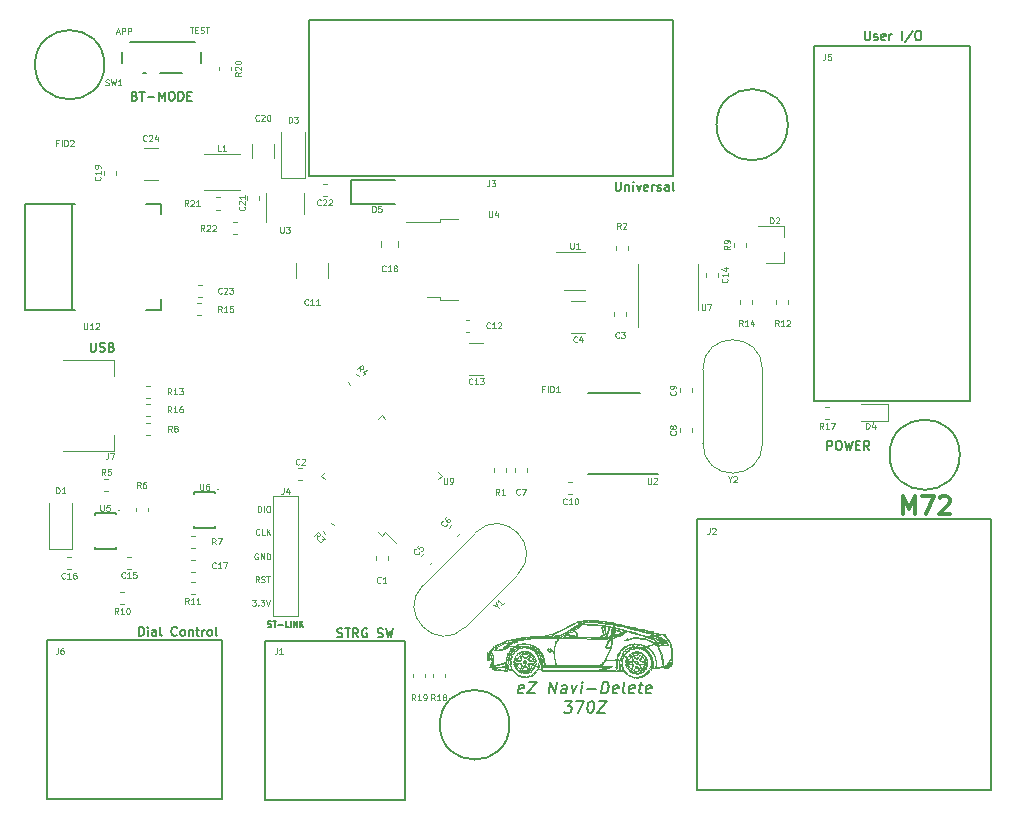
<source format=gbr>
G04 #@! TF.GenerationSoftware,KiCad,Pcbnew,(5.1.2)-2*
G04 #@! TF.CreationDate,2020-12-28T14:20:28-08:00*
G04 #@! TF.ProjectId,eZ_Navi-Delete,655a5f4e-6176-4692-9d44-656c6574652e,rev?*
G04 #@! TF.SameCoordinates,PX9347200PY548a170*
G04 #@! TF.FileFunction,Legend,Top*
G04 #@! TF.FilePolarity,Positive*
%FSLAX46Y46*%
G04 Gerber Fmt 4.6, Leading zero omitted, Abs format (unit mm)*
G04 Created by KiCad (PCBNEW (5.1.2)-2) date 2020-12-28 14:20:28*
%MOMM*%
%LPD*%
G04 APERTURE LIST*
%ADD10C,0.095250*%
%ADD11C,0.152400*%
%ADD12C,0.076200*%
%ADD13C,0.190500*%
%ADD14C,0.127000*%
%ADD15C,0.150000*%
%ADD16C,0.020000*%
%ADD17C,0.300000*%
%ADD18C,0.120000*%
G04 APERTURE END LIST*
D10*
X-23468391Y-14860209D02*
X-23637724Y-14618304D01*
X-23758677Y-14860209D02*
X-23758677Y-14352209D01*
X-23565153Y-14352209D01*
X-23516772Y-14376400D01*
X-23492581Y-14400590D01*
X-23468391Y-14448971D01*
X-23468391Y-14521542D01*
X-23492581Y-14569923D01*
X-23516772Y-14594114D01*
X-23565153Y-14618304D01*
X-23758677Y-14618304D01*
X-23274867Y-14836019D02*
X-23202296Y-14860209D01*
X-23081343Y-14860209D01*
X-23032962Y-14836019D01*
X-23008772Y-14811828D01*
X-22984581Y-14763447D01*
X-22984581Y-14715066D01*
X-23008772Y-14666685D01*
X-23032962Y-14642495D01*
X-23081343Y-14618304D01*
X-23178105Y-14594114D01*
X-23226486Y-14569923D01*
X-23250677Y-14545733D01*
X-23274867Y-14497352D01*
X-23274867Y-14448971D01*
X-23250677Y-14400590D01*
X-23226486Y-14376400D01*
X-23178105Y-14352209D01*
X-23057153Y-14352209D01*
X-22984581Y-14376400D01*
X-22839439Y-14352209D02*
X-22549153Y-14352209D01*
X-22694296Y-14860209D02*
X-22694296Y-14352209D01*
D11*
X-33992458Y26318029D02*
X-33883600Y26281743D01*
X-33847315Y26245458D01*
X-33811029Y26172886D01*
X-33811029Y26064029D01*
X-33847315Y25991458D01*
X-33883600Y25955172D01*
X-33956172Y25918886D01*
X-34246458Y25918886D01*
X-34246458Y26680886D01*
X-33992458Y26680886D01*
X-33919886Y26644600D01*
X-33883600Y26608315D01*
X-33847315Y26535743D01*
X-33847315Y26463172D01*
X-33883600Y26390600D01*
X-33919886Y26354315D01*
X-33992458Y26318029D01*
X-34246458Y26318029D01*
X-33593315Y26680886D02*
X-33157886Y26680886D01*
X-33375600Y25918886D02*
X-33375600Y26680886D01*
X-32903886Y26209172D02*
X-32323315Y26209172D01*
X-31960458Y25918886D02*
X-31960458Y26680886D01*
X-31706458Y26136600D01*
X-31452458Y26680886D01*
X-31452458Y25918886D01*
X-30944458Y26680886D02*
X-30799315Y26680886D01*
X-30726743Y26644600D01*
X-30654172Y26572029D01*
X-30617886Y26426886D01*
X-30617886Y26172886D01*
X-30654172Y26027743D01*
X-30726743Y25955172D01*
X-30799315Y25918886D01*
X-30944458Y25918886D01*
X-31017029Y25955172D01*
X-31089600Y26027743D01*
X-31125886Y26172886D01*
X-31125886Y26426886D01*
X-31089600Y26572029D01*
X-31017029Y26644600D01*
X-30944458Y26680886D01*
X-30291315Y25918886D02*
X-30291315Y26680886D01*
X-30109886Y26680886D01*
X-30001029Y26644600D01*
X-29928458Y26572029D01*
X-29892172Y26499458D01*
X-29855886Y26354315D01*
X-29855886Y26245458D01*
X-29892172Y26100315D01*
X-29928458Y26027743D01*
X-30001029Y25955172D01*
X-30109886Y25918886D01*
X-30291315Y25918886D01*
X-29529315Y26318029D02*
X-29275315Y26318029D01*
X-29166458Y25918886D02*
X-29529315Y25918886D01*
X-29529315Y26680886D01*
X-29166458Y26680886D01*
D12*
X-35541253Y31728834D02*
X-35299348Y31728834D01*
X-35589634Y31583691D02*
X-35420300Y32091691D01*
X-35250967Y31583691D01*
X-35081634Y31583691D02*
X-35081634Y32091691D01*
X-34888110Y32091691D01*
X-34839729Y32067500D01*
X-34815539Y32043310D01*
X-34791348Y31994929D01*
X-34791348Y31922358D01*
X-34815539Y31873977D01*
X-34839729Y31849786D01*
X-34888110Y31825596D01*
X-35081634Y31825596D01*
X-34573634Y31583691D02*
X-34573634Y32091691D01*
X-34380110Y32091691D01*
X-34331729Y32067500D01*
X-34307539Y32043310D01*
X-34283348Y31994929D01*
X-34283348Y31922358D01*
X-34307539Y31873977D01*
X-34331729Y31849786D01*
X-34380110Y31825596D01*
X-34573634Y31825596D01*
X-29309181Y32155191D02*
X-29018896Y32155191D01*
X-29164039Y31647191D02*
X-29164039Y32155191D01*
X-28849562Y31913286D02*
X-28680229Y31913286D01*
X-28607658Y31647191D02*
X-28849562Y31647191D01*
X-28849562Y32155191D01*
X-28607658Y32155191D01*
X-28414134Y31671381D02*
X-28341562Y31647191D01*
X-28220610Y31647191D01*
X-28172229Y31671381D01*
X-28148039Y31695572D01*
X-28123848Y31743953D01*
X-28123848Y31792334D01*
X-28148039Y31840715D01*
X-28172229Y31864905D01*
X-28220610Y31889096D01*
X-28317372Y31913286D01*
X-28365753Y31937477D01*
X-28389943Y31961667D01*
X-28414134Y32010048D01*
X-28414134Y32058429D01*
X-28389943Y32106810D01*
X-28365753Y32131000D01*
X-28317372Y32155191D01*
X-28196420Y32155191D01*
X-28123848Y32131000D01*
X-27978705Y32155191D02*
X-27688420Y32155191D01*
X-27833562Y31647191D02*
X-27833562Y32155191D01*
D13*
X6720114Y19060886D02*
X6720114Y18444029D01*
X6756400Y18371458D01*
X6792685Y18335172D01*
X6865257Y18298886D01*
X7010400Y18298886D01*
X7082971Y18335172D01*
X7119257Y18371458D01*
X7155542Y18444029D01*
X7155542Y19060886D01*
X7518400Y18806886D02*
X7518400Y18298886D01*
X7518400Y18734315D02*
X7554685Y18770600D01*
X7627257Y18806886D01*
X7736114Y18806886D01*
X7808685Y18770600D01*
X7844971Y18698029D01*
X7844971Y18298886D01*
X8207828Y18298886D02*
X8207828Y18806886D01*
X8207828Y19060886D02*
X8171542Y19024600D01*
X8207828Y18988315D01*
X8244114Y19024600D01*
X8207828Y19060886D01*
X8207828Y18988315D01*
X8498114Y18806886D02*
X8679542Y18298886D01*
X8860971Y18806886D01*
X9441542Y18335172D02*
X9368971Y18298886D01*
X9223828Y18298886D01*
X9151257Y18335172D01*
X9114971Y18407743D01*
X9114971Y18698029D01*
X9151257Y18770600D01*
X9223828Y18806886D01*
X9368971Y18806886D01*
X9441542Y18770600D01*
X9477828Y18698029D01*
X9477828Y18625458D01*
X9114971Y18552886D01*
X9804400Y18298886D02*
X9804400Y18806886D01*
X9804400Y18661743D02*
X9840685Y18734315D01*
X9876971Y18770600D01*
X9949542Y18806886D01*
X10022114Y18806886D01*
X10239828Y18335172D02*
X10312400Y18298886D01*
X10457542Y18298886D01*
X10530114Y18335172D01*
X10566400Y18407743D01*
X10566400Y18444029D01*
X10530114Y18516600D01*
X10457542Y18552886D01*
X10348685Y18552886D01*
X10276114Y18589172D01*
X10239828Y18661743D01*
X10239828Y18698029D01*
X10276114Y18770600D01*
X10348685Y18806886D01*
X10457542Y18806886D01*
X10530114Y18770600D01*
X11219542Y18298886D02*
X11219542Y18698029D01*
X11183257Y18770600D01*
X11110685Y18806886D01*
X10965542Y18806886D01*
X10892971Y18770600D01*
X11219542Y18335172D02*
X11146971Y18298886D01*
X10965542Y18298886D01*
X10892971Y18335172D01*
X10856685Y18407743D01*
X10856685Y18480315D01*
X10892971Y18552886D01*
X10965542Y18589172D01*
X11146971Y18589172D01*
X11219542Y18625458D01*
X11691257Y18298886D02*
X11618685Y18335172D01*
X11582400Y18407743D01*
X11582400Y19060886D01*
X-37728072Y5433786D02*
X-37728072Y4816929D01*
X-37691786Y4744358D01*
X-37655500Y4708072D01*
X-37582929Y4671786D01*
X-37437786Y4671786D01*
X-37365215Y4708072D01*
X-37328929Y4744358D01*
X-37292643Y4816929D01*
X-37292643Y5433786D01*
X-36966072Y4708072D02*
X-36857215Y4671786D01*
X-36675786Y4671786D01*
X-36603215Y4708072D01*
X-36566929Y4744358D01*
X-36530643Y4816929D01*
X-36530643Y4889500D01*
X-36566929Y4962072D01*
X-36603215Y4998358D01*
X-36675786Y5034643D01*
X-36820929Y5070929D01*
X-36893500Y5107215D01*
X-36929786Y5143500D01*
X-36966072Y5216072D01*
X-36966072Y5288643D01*
X-36929786Y5361215D01*
X-36893500Y5397500D01*
X-36820929Y5433786D01*
X-36639500Y5433786D01*
X-36530643Y5397500D01*
X-35950072Y5070929D02*
X-35841215Y5034643D01*
X-35804929Y4998358D01*
X-35768643Y4925786D01*
X-35768643Y4816929D01*
X-35804929Y4744358D01*
X-35841215Y4708072D01*
X-35913786Y4671786D01*
X-36204072Y4671786D01*
X-36204072Y5433786D01*
X-35950072Y5433786D01*
X-35877500Y5397500D01*
X-35841215Y5361215D01*
X-35804929Y5288643D01*
X-35804929Y5216072D01*
X-35841215Y5143500D01*
X-35877500Y5107215D01*
X-35950072Y5070929D01*
X-36204072Y5070929D01*
D10*
X-23577248Y-12446000D02*
X-23625629Y-12421809D01*
X-23698200Y-12421809D01*
X-23770772Y-12446000D01*
X-23819153Y-12494380D01*
X-23843343Y-12542761D01*
X-23867534Y-12639523D01*
X-23867534Y-12712095D01*
X-23843343Y-12808857D01*
X-23819153Y-12857238D01*
X-23770772Y-12905619D01*
X-23698200Y-12929809D01*
X-23649820Y-12929809D01*
X-23577248Y-12905619D01*
X-23553058Y-12881428D01*
X-23553058Y-12712095D01*
X-23649820Y-12712095D01*
X-23335343Y-12929809D02*
X-23335343Y-12421809D01*
X-23045058Y-12929809D01*
X-23045058Y-12421809D01*
X-22803153Y-12929809D02*
X-22803153Y-12421809D01*
X-22682200Y-12421809D01*
X-22609629Y-12446000D01*
X-22561248Y-12494380D01*
X-22537058Y-12542761D01*
X-22512867Y-12639523D01*
X-22512867Y-12712095D01*
X-22537058Y-12808857D01*
X-22561248Y-12857238D01*
X-22609629Y-12905619D01*
X-22682200Y-12929809D01*
X-22803153Y-12929809D01*
X-24041705Y-16333409D02*
X-23727229Y-16333409D01*
X-23896562Y-16526933D01*
X-23823991Y-16526933D01*
X-23775610Y-16551123D01*
X-23751420Y-16575314D01*
X-23727229Y-16623695D01*
X-23727229Y-16744647D01*
X-23751420Y-16793028D01*
X-23775610Y-16817219D01*
X-23823991Y-16841409D01*
X-23969134Y-16841409D01*
X-24017515Y-16817219D01*
X-24041705Y-16793028D01*
X-23509515Y-16793028D02*
X-23485324Y-16817219D01*
X-23509515Y-16841409D01*
X-23533705Y-16817219D01*
X-23509515Y-16793028D01*
X-23509515Y-16841409D01*
X-23315991Y-16333409D02*
X-23001515Y-16333409D01*
X-23170848Y-16526933D01*
X-23098277Y-16526933D01*
X-23049896Y-16551123D01*
X-23025705Y-16575314D01*
X-23001515Y-16623695D01*
X-23001515Y-16744647D01*
X-23025705Y-16793028D01*
X-23049896Y-16817219D01*
X-23098277Y-16841409D01*
X-23243420Y-16841409D01*
X-23291800Y-16817219D01*
X-23315991Y-16793028D01*
X-22856372Y-16333409D02*
X-22687039Y-16841409D01*
X-22517705Y-16333409D01*
D14*
X-22708810Y-18620619D02*
X-22636239Y-18644809D01*
X-22515286Y-18644809D01*
X-22466905Y-18620619D01*
X-22442715Y-18596428D01*
X-22418524Y-18548047D01*
X-22418524Y-18499666D01*
X-22442715Y-18451285D01*
X-22466905Y-18427095D01*
X-22515286Y-18402904D01*
X-22612048Y-18378714D01*
X-22660429Y-18354523D01*
X-22684620Y-18330333D01*
X-22708810Y-18281952D01*
X-22708810Y-18233571D01*
X-22684620Y-18185190D01*
X-22660429Y-18161000D01*
X-22612048Y-18136809D01*
X-22491096Y-18136809D01*
X-22418524Y-18161000D01*
X-22273381Y-18136809D02*
X-21983096Y-18136809D01*
X-22128239Y-18644809D02*
X-22128239Y-18136809D01*
X-21813762Y-18451285D02*
X-21426715Y-18451285D01*
X-20942905Y-18644809D02*
X-21184810Y-18644809D01*
X-21184810Y-18136809D01*
X-20773572Y-18644809D02*
X-20773572Y-18136809D01*
X-20531667Y-18644809D02*
X-20531667Y-18136809D01*
X-20241381Y-18644809D01*
X-20241381Y-18136809D01*
X-19999477Y-18644809D02*
X-19999477Y-18136809D01*
X-19709191Y-18644809D02*
X-19926905Y-18354523D01*
X-19709191Y-18136809D02*
X-19999477Y-18427095D01*
D13*
X24656142Y-3646714D02*
X24656142Y-2884714D01*
X24946428Y-2884714D01*
X25019000Y-2921000D01*
X25055285Y-2957285D01*
X25091571Y-3029857D01*
X25091571Y-3138714D01*
X25055285Y-3211285D01*
X25019000Y-3247571D01*
X24946428Y-3283857D01*
X24656142Y-3283857D01*
X25563285Y-2884714D02*
X25708428Y-2884714D01*
X25781000Y-2921000D01*
X25853571Y-2993571D01*
X25889857Y-3138714D01*
X25889857Y-3392714D01*
X25853571Y-3537857D01*
X25781000Y-3610428D01*
X25708428Y-3646714D01*
X25563285Y-3646714D01*
X25490714Y-3610428D01*
X25418142Y-3537857D01*
X25381857Y-3392714D01*
X25381857Y-3138714D01*
X25418142Y-2993571D01*
X25490714Y-2921000D01*
X25563285Y-2884714D01*
X26143857Y-2884714D02*
X26325285Y-3646714D01*
X26470428Y-3102428D01*
X26615571Y-3646714D01*
X26797000Y-2884714D01*
X27087285Y-3247571D02*
X27341285Y-3247571D01*
X27450142Y-3646714D02*
X27087285Y-3646714D01*
X27087285Y-2884714D01*
X27450142Y-2884714D01*
X28212142Y-3646714D02*
X27958142Y-3283857D01*
X27776714Y-3646714D02*
X27776714Y-2884714D01*
X28067000Y-2884714D01*
X28139571Y-2921000D01*
X28175857Y-2957285D01*
X28212142Y-3029857D01*
X28212142Y-3138714D01*
X28175857Y-3211285D01*
X28139571Y-3247571D01*
X28067000Y-3283857D01*
X27776714Y-3283857D01*
D10*
X-23557896Y-8916609D02*
X-23557896Y-8408609D01*
X-23436943Y-8408609D01*
X-23364372Y-8432800D01*
X-23315991Y-8481180D01*
X-23291800Y-8529561D01*
X-23267610Y-8626323D01*
X-23267610Y-8698895D01*
X-23291800Y-8795657D01*
X-23315991Y-8844038D01*
X-23364372Y-8892419D01*
X-23436943Y-8916609D01*
X-23557896Y-8916609D01*
X-23049896Y-8916609D02*
X-23049896Y-8408609D01*
X-22711229Y-8408609D02*
X-22614467Y-8408609D01*
X-22566086Y-8432800D01*
X-22517705Y-8481180D01*
X-22493515Y-8577942D01*
X-22493515Y-8747276D01*
X-22517705Y-8844038D01*
X-22566086Y-8892419D01*
X-22614467Y-8916609D01*
X-22711229Y-8916609D01*
X-22759610Y-8892419D01*
X-22807991Y-8844038D01*
X-22832181Y-8747276D01*
X-22832181Y-8577942D01*
X-22807991Y-8481180D01*
X-22759610Y-8432800D01*
X-22711229Y-8408609D01*
X-23441781Y-10798628D02*
X-23465972Y-10822819D01*
X-23538543Y-10847009D01*
X-23586924Y-10847009D01*
X-23659496Y-10822819D01*
X-23707877Y-10774438D01*
X-23732067Y-10726057D01*
X-23756258Y-10629295D01*
X-23756258Y-10556723D01*
X-23732067Y-10459961D01*
X-23707877Y-10411580D01*
X-23659496Y-10363200D01*
X-23586924Y-10339009D01*
X-23538543Y-10339009D01*
X-23465972Y-10363200D01*
X-23441781Y-10387390D01*
X-22982162Y-10847009D02*
X-23224067Y-10847009D01*
X-23224067Y-10339009D01*
X-22812829Y-10847009D02*
X-22812829Y-10339009D01*
X-22522543Y-10847009D02*
X-22740258Y-10556723D01*
X-22522543Y-10339009D02*
X-22812829Y-10629295D01*
D15*
X-36564977Y28956000D02*
G75*
G03X-36564977Y28956000I-2932023J0D01*
G01*
X21306756Y23876000D02*
G75*
G03X21306756Y23876000I-3018756J0D01*
G01*
X35865994Y-4064000D02*
G75*
G03X35865994Y-4064000I-2972994J0D01*
G01*
X-2261257Y-26924000D02*
G75*
G03X-2261257Y-26924000I-2945743J0D01*
G01*
D16*
X9317367Y-21332807D02*
G75*
G02X9320773Y-21335395I0J-3535D01*
G01*
X6766146Y-22138945D02*
G75*
G02X6758203Y-22020439I1094131J132863D01*
G01*
X-3769594Y-21812408D02*
G75*
G02X-3767752Y-21767754I250579J12028D01*
G01*
X9249555Y-21342808D02*
G75*
G02X9256137Y-21360320I-185479J-79703D01*
G01*
X9320773Y-21335395D02*
X9325237Y-21352958D01*
X-3696192Y-21627541D02*
X-3702559Y-21695316D01*
X9330781Y-21458616D02*
G75*
G02X9325376Y-21460224I-3419J1605D01*
G01*
X9334196Y-21446980D02*
G75*
G02X9330781Y-21458616I-39338J5225D01*
G01*
X9325237Y-21352958D02*
X9329554Y-21375107D01*
X9242057Y-21326737D02*
X9249556Y-21342807D01*
X9256137Y-21360320D02*
X9261695Y-21379870D01*
X9233481Y-21322755D02*
G75*
G02X9236898Y-21321262I2255J-505D01*
G01*
X5306626Y-22313295D02*
G75*
G02X5300556Y-22296728I-1J9395D01*
G01*
X6766147Y-22138944D02*
X6774438Y-22216989D01*
X5312978Y-22289248D02*
X5340412Y-22278992D01*
X9232367Y-21332808D02*
G75*
G02X9233479Y-21322755I45975J1D01*
G01*
X5300555Y-22296728D02*
G75*
G02X5312978Y-22289248I29341J-34670D01*
G01*
X5997687Y-22312583D02*
X5306627Y-22313296D01*
X6682252Y-22310439D02*
X5997687Y-22312583D01*
X9233566Y-21347126D02*
G75*
G02X9232367Y-21332807I84911J14318D01*
G01*
X6758080Y-21820036D02*
X6758203Y-22020439D01*
X-3723594Y-21786503D02*
G75*
G02X-3738367Y-21809302I-60749J23177D01*
G01*
X9261695Y-21379870D02*
X9265545Y-21398488D01*
X9335149Y-21427060D02*
G75*
G02X9334196Y-21446979I-118443J-4315D01*
G01*
X9333188Y-21401405D02*
X9335149Y-21427060D01*
X-3689136Y-21488946D02*
X-3696192Y-21627541D01*
X9314955Y-21444190D02*
X9309855Y-21392886D01*
X6762915Y-21619808D02*
X6758080Y-21820036D01*
X-3758887Y-21820576D02*
G75*
G02X-3769594Y-21812408I-1916J8590D01*
G01*
X-3738368Y-21809301D02*
G75*
G02X-3758887Y-21820576I-29646J29646D01*
G01*
X9308335Y-21341809D02*
G75*
G02X9317367Y-21332807I9032J-30D01*
G01*
X-3726194Y-21482529D02*
G75*
G02X-3705867Y-21468279I17269J-3010D01*
G01*
X9242974Y-21385295D02*
X9237416Y-21365745D01*
X6747432Y-22293943D02*
G75*
G02X6682252Y-22310439I-65785J122919D01*
G01*
X6765376Y-22277812D02*
G75*
G02X6747432Y-22293944I-41807J28456D01*
G01*
X9329554Y-21375107D02*
X9333188Y-21401405D01*
X9309855Y-21392886D02*
X9308336Y-21341809D01*
X6773879Y-22255148D02*
G75*
G02X6765376Y-22277812I-50814J6136D01*
G01*
X6774438Y-22216990D02*
G75*
G02X6773878Y-22255148I-180467J-16435D01*
G01*
X6762915Y-21619807D02*
G75*
G02X6773652Y-21502807I1067431J-38963D01*
G01*
X-3705867Y-21468279D02*
G75*
G02X-3689136Y-21488946I-3538J-19970D01*
G01*
X9236898Y-21321262D02*
G75*
G02X9242057Y-21326737I-6653J-11435D01*
G01*
X-3747528Y-21618445D02*
X-3726193Y-21482529D01*
X-3711787Y-21747815D02*
G75*
G02X-3723595Y-21786503I-288945J67046D01*
G01*
X9237416Y-21365745D02*
X9233566Y-21347127D01*
X9257054Y-21418878D02*
X9249556Y-21402807D01*
X9249556Y-21402807D02*
G75*
G02X9242974Y-21385295I185479J79703D01*
G01*
X9325377Y-21460224D02*
G75*
G02X9314955Y-21444190I11778J19059D01*
G01*
X-3767752Y-21767754D02*
X-3747528Y-21618445D01*
X-3702558Y-21695317D02*
G75*
G02X-3711786Y-21747815I-490105J59083D01*
G01*
X9265545Y-21398488D02*
G75*
G02X9266744Y-21412807I-84911J-14319D01*
G01*
X-237047Y-21302160D02*
G75*
G02X-239752Y-21280502I65526J19183D01*
G01*
X-196641Y-21392807D02*
X-223337Y-21338553D01*
X-178739Y-21421494D02*
G75*
G02X-196641Y-21392807I171843J127166D01*
G01*
X-3713632Y-21337313D02*
G75*
G02X-3716330Y-21357807I-173747J12451D01*
G01*
X-3716330Y-21267808D02*
G75*
G02X-3713632Y-21288302I-171049J-32945D01*
G01*
X-3719505Y-21261607D02*
G75*
G02X-3716330Y-21267807I-9075J-8560D01*
G01*
X7693120Y-21303164D02*
G75*
G02X7713550Y-21257838I518486J-206442D01*
G01*
X7653962Y-21403142D02*
X7693119Y-21303163D01*
X-1743148Y-21341295D02*
X-1777360Y-21426875D01*
X8817970Y-21413460D02*
X8872985Y-21291359D01*
X7612674Y-21510991D02*
X7653962Y-21403142D01*
X-1696758Y-21189603D02*
G75*
G02X-1709979Y-21246486I-326490J45909D01*
G01*
X-1725789Y-21217837D02*
G75*
G02X-1704899Y-21185950I138664J-68056D01*
G01*
X8872985Y-21291359D02*
X8933061Y-21164817D01*
X8809152Y-21457104D02*
G75*
G02X8817970Y-21413460I106251J1247D01*
G01*
X-1777360Y-21426875D02*
G75*
G02X-1805161Y-21478886I-314390J134615D01*
G01*
X-1709979Y-21246486D02*
X-1743148Y-21341295D01*
X-1805161Y-21478886D02*
G75*
G02X-1820646Y-21486247I-13748J8953D01*
G01*
X-3724476Y-21280578D02*
G75*
G02X-3722451Y-21262464I115470J-3736D01*
G01*
X8823241Y-21490608D02*
G75*
G02X8809153Y-21457104I34142J34070D01*
G01*
X-1704898Y-21185952D02*
G75*
G02X-1696758Y-21189602I3541J-3004D01*
G01*
X-3724476Y-21345037D02*
X-3724997Y-21312807D01*
X-3722451Y-21363151D02*
G75*
G02X-3724476Y-21345037I113445J21850D01*
G01*
X-3713632Y-21288302D02*
X-3712755Y-21312807D01*
X-3724997Y-21312807D02*
X-3724476Y-21280578D01*
X-3719506Y-21364007D02*
G75*
G02X-3722451Y-21363151I-1253J1182D01*
G01*
X-1820646Y-21486246D02*
G75*
G02X-1830444Y-21475350I1160J10896D01*
G01*
X7735275Y-21226589D02*
G75*
G02X7744483Y-21230769I3910J-3620D01*
G01*
X7713550Y-21257838D02*
G75*
G02X7735276Y-21226589I122142J-61743D01*
G01*
X7614838Y-21531338D02*
G75*
G02X7610742Y-21529737I5834J20958D01*
G01*
X7678046Y-21440004D02*
X7656340Y-21488604D01*
X9262213Y-21424353D02*
G75*
G02X9257054Y-21418878I6653J11435D01*
G01*
X9265630Y-21422860D02*
G75*
G02X9262213Y-21424353I-2255J505D01*
G01*
X9266744Y-21412807D02*
G75*
G02X9265632Y-21422860I-45975J-1D01*
G01*
X-1830444Y-21475350D02*
G75*
G02X-1826327Y-21453560I59720J0D01*
G01*
X-231773Y-21272807D02*
G75*
G02X-223694Y-21276587I0J-10525D01*
G01*
X-223337Y-21338553D02*
G75*
G02X-237047Y-21302161I233742J108837D01*
G01*
X7744483Y-21230769D02*
G75*
G02X7732643Y-21287496I-287579J30423D01*
G01*
X8973920Y-21169085D02*
X8993080Y-21186766D01*
X-1758236Y-21287765D02*
X-1725789Y-21217838D01*
X8957469Y-21155409D02*
X8973920Y-21169085D01*
X-192401Y-21335792D02*
X-174362Y-21391833D01*
X-3716330Y-21357807D02*
G75*
G02X-3719505Y-21364008I-12250J2359D01*
G01*
X7609565Y-21527808D02*
G75*
G02X7612674Y-21510991I47559J-95D01*
G01*
X7627527Y-21532807D02*
G75*
G02X7620641Y-21532445I-1J65570D01*
G01*
X8933061Y-21164817D02*
G75*
G02X8950814Y-21153221I18508J-8947D01*
G01*
X-1793632Y-21371642D02*
X-1758236Y-21287765D01*
X8993080Y-21186766D02*
X9013664Y-21207807D01*
X7656340Y-21488604D02*
X7636679Y-21527311D01*
X7610742Y-21529737D02*
G75*
G02X7609566Y-21527807I988J1925D01*
G01*
X-3712755Y-21312807D02*
X-3713632Y-21337313D01*
X7636678Y-21527310D02*
G75*
G02X7627526Y-21532807I-9152J4871D01*
G01*
X7732643Y-21287496D02*
X7700380Y-21382328D01*
X7620640Y-21532445D02*
G75*
G02X7614837Y-21531339I3735J35368D01*
G01*
X-174362Y-21391833D02*
G75*
G02X-171415Y-21419377I-73859J-21832D01*
G01*
X7700380Y-21382328D02*
X7678046Y-21440004D01*
X8950814Y-21153221D02*
G75*
G02X8957469Y-21155409I370J-10088D01*
G01*
X-223695Y-21276587D02*
G75*
G02X-213024Y-21291309I-101968J-85134D01*
G01*
X-202081Y-21311668D02*
G75*
G02X-192401Y-21335792I-256344J-116861D01*
G01*
X-3722452Y-21262464D02*
G75*
G02X-3719505Y-21261607I1693J-326D01*
G01*
X-213023Y-21291309D02*
G75*
G02X-202081Y-21311668I-149775J-93626D01*
G01*
X-239753Y-21280503D02*
G75*
G02X-231773Y-21272807I7980J-289D01*
G01*
X-171416Y-21419377D02*
G75*
G02X-178739Y-21421495I-4055J301D01*
G01*
X-1826327Y-21453560D02*
X-1793632Y-21371642D01*
X9055585Y-21261803D02*
X9105211Y-21345826D01*
X8039915Y-21132807D02*
G75*
G02X8045018Y-21135689I0J-5959D01*
G01*
X9013664Y-21207807D02*
G75*
G02X9055585Y-21261803I-267645J-251064D01*
G01*
X8084509Y-21204487D02*
X8107655Y-21249043D01*
X8013817Y-21146414D02*
G75*
G02X8039916Y-21132807I26098J-18224D01*
G01*
X7866023Y-21373217D02*
X7936838Y-21259657D01*
X8170569Y-21401091D02*
G75*
G02X8179648Y-21436264I-256837J-85059D01*
G01*
X-1643784Y-21463082D02*
X-1636640Y-21434387D01*
X-1649361Y-21487205D02*
X-1643784Y-21463082D01*
X-647035Y-21383733D02*
X-629772Y-21339804D01*
X-1650333Y-21495657D02*
G75*
G02X-1649361Y-21487205I40273J-350D01*
G01*
X-1297713Y-21326222D02*
X-1276863Y-21379894D01*
X-320128Y-21345822D02*
G75*
G02X-301311Y-21396130I-353223J-160792D01*
G01*
X7827078Y-21454486D02*
G75*
G02X7866023Y-21373217I503461J-191301D01*
G01*
X8158350Y-21514701D02*
G75*
G02X8103039Y-21530044I-74423J160926D01*
G01*
X-629772Y-21339804D02*
X-607021Y-21287831D01*
X-1276863Y-21379894D02*
X-1262029Y-21424663D01*
X-607021Y-21287831D02*
X-580069Y-21232063D01*
X8153006Y-21351986D02*
X8170568Y-21401092D01*
X8107655Y-21249043D02*
X8131095Y-21298750D01*
X-1324643Y-21266117D02*
X-1297713Y-21326222D01*
X-1380265Y-21157842D02*
X-1353512Y-21207354D01*
X-1403977Y-21117467D02*
X-1380265Y-21157842D01*
X8179648Y-21436265D02*
G75*
G02X8179806Y-21486965I-137414J-25778D01*
G01*
X-1353512Y-21207354D02*
X-1324643Y-21266117D01*
X-1412231Y-21112808D02*
G75*
G02X-1403977Y-21117467I0J-9640D01*
G01*
X-580069Y-21232063D02*
X-509694Y-21092317D01*
X-1628197Y-21402807D02*
G75*
G02X-1597637Y-21334270I240868J-66316D01*
G01*
X-1636640Y-21434387D02*
X-1628196Y-21402807D01*
X-1575405Y-21508639D02*
X-1614666Y-21505236D01*
X-1263751Y-21438158D02*
G75*
G02X-1295929Y-21466276I-61692J38128D01*
G01*
X8929835Y-21533323D02*
G75*
G02X8861401Y-21515423I46174J316307D01*
G01*
X9040902Y-21546111D02*
X8929835Y-21533322D01*
X9194240Y-21559073D02*
X9040902Y-21546111D01*
X-509694Y-21092317D02*
X-420936Y-21192254D01*
X9179307Y-21510940D02*
X9194240Y-21559073D01*
X8045018Y-21135689D02*
X8063553Y-21166952D01*
X-1597637Y-21334270D02*
X-1525589Y-21230111D01*
X-631363Y-21443605D02*
G75*
G02X-650444Y-21402602I34515J41003D01*
G01*
X-347427Y-21293246D02*
G75*
G02X-320128Y-21345822I-494167J-289955D01*
G01*
X-573438Y-21479414D02*
G75*
G02X-631363Y-21443605I92794J214858D01*
G01*
X7936838Y-21259657D02*
X8013818Y-21146415D01*
X8103039Y-21530044D02*
X7943511Y-21545470D01*
X-1446802Y-21129192D02*
G75*
G02X-1412231Y-21112807I34571J-28279D01*
G01*
X-1443458Y-21505702D02*
G75*
G02X-1528757Y-21510221I-76319J633380D01*
G01*
X-1645967Y-21500832D02*
G75*
G02X-1650333Y-21495658I830J5129D01*
G01*
X-381565Y-21241151D02*
G75*
G02X-347426Y-21293246I-508971J-370768D01*
G01*
X-650444Y-21402602D02*
G75*
G02X-647035Y-21383733I53921J0D01*
G01*
X-1295929Y-21466276D02*
G75*
G02X-1361919Y-21489791I-185772J416973D01*
G01*
X-1614666Y-21505236D02*
X-1645967Y-21500832D01*
X8179806Y-21486964D02*
G75*
G02X8158350Y-21514701I-37418J6778D01*
G01*
X-1361919Y-21489792D02*
G75*
G02X-1443457Y-21505703I-149861J551102D01*
G01*
X-1525589Y-21230111D02*
X-1446802Y-21129193D01*
X-1528757Y-21510221D02*
X-1575405Y-21508639D01*
X7943511Y-21545470D02*
X7787467Y-21558733D01*
X-1262029Y-21424664D02*
G75*
G02X-1263751Y-21438158I-15704J-4853D01*
G01*
X-490414Y-21504342D02*
G75*
G02X-573438Y-21479415I65436J368678D01*
G01*
X8063553Y-21166952D02*
X8084509Y-21204487D01*
X8861401Y-21515422D02*
G75*
G02X8823241Y-21490607I39166J101977D01*
G01*
X8131095Y-21298750D02*
X8153006Y-21351986D01*
X9150451Y-21435755D02*
G75*
G02X9179307Y-21510940I-557452J-257076D01*
G01*
X9105211Y-21345826D02*
X9150452Y-21435755D01*
X7787467Y-21558733D02*
X7827078Y-21454486D01*
X-420936Y-21192255D02*
G75*
G02X-381565Y-21241151I-485834J-431489D01*
G01*
X7947922Y-21003370D02*
X7933399Y-21018164D01*
X-3975172Y-21007326D02*
G75*
G02X-3948880Y-21004091I16897J-28866D01*
G01*
X-3785935Y-21323415D02*
G75*
G02X-3795798Y-21332807I-9863J483D01*
G01*
X9253850Y-21248670D02*
G75*
G02X9210383Y-21210678I133137J196189D01*
G01*
X8258479Y-21037037D02*
G75*
G02X8249556Y-21007324I45012J29713D01*
G01*
X7945035Y-20994984D02*
G75*
G02X7949556Y-20999321I180J-4337D01*
G01*
X-3948880Y-21004091D02*
X-3865444Y-21030449D01*
X-3795798Y-21332807D02*
G75*
G02X-3806580Y-21330125I0J23012D01*
G01*
X-3806580Y-21330125D02*
X-3834142Y-21314900D01*
X-3811601Y-21052381D02*
X-3792212Y-21062857D01*
X-3836495Y-21041181D02*
X-3811601Y-21052381D01*
X8317409Y-21123630D02*
X8258478Y-21037037D01*
X-271087Y-21501699D02*
G75*
G02X-270444Y-21506438I-17145J-4739D01*
G01*
X-3866631Y-21295198D02*
X-3901841Y-21271847D01*
X8249556Y-21007324D02*
G75*
G02X8267490Y-20988032I19343J0D01*
G01*
X-3988096Y-21028323D02*
G75*
G02X-3975171Y-21007326I26172J-1634D01*
G01*
X-395445Y-21512732D02*
G75*
G02X-490414Y-21504341I327J545305D01*
G01*
X-279511Y-21471407D02*
X-271087Y-21501699D01*
X9103127Y-21029851D02*
G75*
G02X9121519Y-21047579I-122120J-145098D01*
G01*
X9204243Y-21158958D02*
X9225684Y-21187807D01*
X7935792Y-20998404D02*
G75*
G02X7945035Y-20994984I9906J-12568D01*
G01*
X9156623Y-21093902D02*
X9179962Y-21125930D01*
X8427095Y-21260450D02*
G75*
G02X8379350Y-21207496I337724J352507D01*
G01*
X-289481Y-21436426D02*
X-279511Y-21471407D01*
X9138310Y-21068436D02*
X9156623Y-21093902D01*
X8466226Y-21296128D02*
X8427095Y-21260450D01*
X7917996Y-21014780D02*
G75*
G02X7935793Y-20998405I116024J-108244D01*
G01*
X7888042Y-21047807D02*
X7917996Y-21014780D01*
X8267490Y-20988032D02*
X8416512Y-20979381D01*
X-3978473Y-21204629D02*
G75*
G02X-3988078Y-21170916I75374J39698D01*
G01*
X-3865444Y-21030449D02*
X-3836495Y-21041181D01*
X8565884Y-20977824D02*
G75*
G02X8675663Y-20988960I-15555J-699994D01*
G01*
X-301311Y-21396130D02*
X-289481Y-21436426D01*
X9085775Y-21017257D02*
G75*
G02X9103128Y-21029851I-78874J-126926D01*
G01*
X-3787467Y-21069359D02*
G75*
G02X-3780969Y-21125247I-269461J-59654D01*
G01*
X9261202Y-21241854D02*
G75*
G02X9253850Y-21248670I-4463J-2559D01*
G01*
X9179962Y-21125930D02*
X9204243Y-21158958D01*
X-3990444Y-21103616D02*
X-3988096Y-21028323D01*
X-3781835Y-21221735D02*
X-3785934Y-21323415D01*
X-3988078Y-21170916D02*
X-3990444Y-21103616D01*
X-347514Y-21512304D02*
X-395444Y-21512733D01*
X-307163Y-21510914D02*
X-347514Y-21512304D01*
X-272870Y-21509014D02*
X-307163Y-21510914D01*
X9107763Y-21086085D02*
G75*
G02X9082554Y-21047908I376285J275876D01*
G01*
X9068382Y-21020267D02*
G75*
G02X9072962Y-21013436I4465J1957D01*
G01*
X-3834142Y-21314900D02*
X-3866631Y-21295198D01*
X-3780969Y-21125247D02*
X-3781835Y-21221735D01*
X7933399Y-21018164D02*
X7915634Y-21035268D01*
X-270444Y-21506439D02*
G75*
G02X-272870Y-21509014I-2581J1D01*
G01*
X7894556Y-21054321D02*
X7839556Y-21102807D01*
X7949556Y-20999322D02*
G75*
G02X7947922Y-21003370I-5835J1D01*
G01*
X8379350Y-21207496D02*
X8317409Y-21123630D01*
X9121519Y-21047580D02*
G75*
G02X9138310Y-21068436I-169464J-153613D01*
G01*
X7839556Y-21102807D02*
X7888042Y-21047807D01*
X9072962Y-21013436D02*
G75*
G02X9085775Y-21017257I-601J-25407D01*
G01*
X9082554Y-21047908D02*
G75*
G02X9068381Y-21020267I220131J130325D01*
G01*
X-3956098Y-21231656D02*
G75*
G02X-3978473Y-21204629I53232J66848D01*
G01*
X9210383Y-21210678D02*
X9142962Y-21131671D01*
X9142962Y-21131671D02*
X9107764Y-21086086D01*
X9225684Y-21187807D02*
G75*
G02X9261202Y-21241854I-426103J-318721D01*
G01*
X-3792211Y-21062857D02*
G75*
G02X-3787467Y-21069359I-5056J-8671D01*
G01*
X7915634Y-21035268D02*
X7894556Y-21054321D01*
X8416512Y-20979381D02*
X8565884Y-20977824D01*
X-3901841Y-21271847D02*
X-3956097Y-21231655D01*
X8586235Y-21237678D02*
X8573499Y-21250381D01*
X-862528Y-20882039D02*
G75*
G02X-862873Y-20878394I1335J1965D01*
G01*
X8588927Y-21231420D02*
G75*
G02X8586235Y-21237678I-9890J546D01*
G01*
X8588926Y-21231420D02*
G75*
G02X8591456Y-21223802I15276J-843D01*
G01*
X-402557Y-20985902D02*
G75*
G02X-410444Y-20964770I24367J21132D01*
G01*
X-316102Y-21084460D02*
X-402557Y-20985903D01*
X-857038Y-20875567D02*
X-842111Y-20874386D01*
X-1190444Y-20966069D02*
G75*
G02X-1170796Y-20945855I20222J0D01*
G01*
X-937383Y-21262133D02*
G75*
G02X-954575Y-21262870I-9815J28060D01*
G01*
X-843257Y-20889591D02*
G75*
G02X-854194Y-20886470I9669J54616D01*
G01*
X-822400Y-20888756D02*
G75*
G02X-832106Y-20890339I-11389J39274D01*
G01*
X-4085207Y-20926622D02*
G75*
G02X-4078833Y-20884819I279397J-21218D01*
G01*
X-215478Y-21184509D02*
G75*
G02X-226904Y-21184212I-5572J5572D01*
G01*
X-1170796Y-20945855D02*
X-978147Y-20942437D01*
X-954575Y-21262870D02*
G75*
G02X-975197Y-21253401I15753J61496D01*
G01*
X-797409Y-21094338D02*
X-869879Y-21199214D01*
X-226904Y-21184212D02*
X-316102Y-21084460D01*
X-978147Y-20942437D02*
X-791994Y-20944381D01*
X-725916Y-20982163D02*
X-797409Y-21094338D01*
X-4046081Y-20943435D02*
X-4041651Y-21023503D01*
X-4087843Y-21001749D02*
X-4085207Y-20926622D01*
X-4066021Y-20877642D02*
G75*
G02X-4053239Y-20892302I-6090J-18213D01*
G01*
X-828188Y-20874607D02*
G75*
G02X-818588Y-20876821I-2335J-32039D01*
G01*
X8556873Y-21264910D02*
X8537287Y-21279978D01*
X8573499Y-21250381D02*
X8556873Y-21264910D01*
X8670663Y-21111420D02*
X8639536Y-21153866D01*
X-791994Y-20944381D02*
G75*
G02X-730464Y-20962796I-3462J-123575D01*
G01*
X-398570Y-20956943D02*
G75*
G02X-368323Y-20975751I-46594J-108655D01*
G01*
X-4079423Y-21394840D02*
X-4086021Y-21141006D01*
X-730464Y-20962795D02*
G75*
G02X-725916Y-20982163I-7387J-11953D01*
G01*
X-4078832Y-20884819D02*
G75*
G02X-4066021Y-20877643I9665J-2231D01*
G01*
X-4086021Y-21141006D02*
X-4087843Y-21001749D01*
X8613196Y-21191472D02*
X8591456Y-21223802D01*
X-814937Y-20880514D02*
G75*
G02X-815861Y-20884891I-3822J-1479D01*
G01*
X-279538Y-21076727D02*
X-252557Y-21115624D01*
X-214609Y-21178277D02*
G75*
G02X-215479Y-21184508I-4562J-2539D01*
G01*
X-1116915Y-21093860D02*
X-1180368Y-20999927D01*
X-842112Y-20874386D02*
G75*
G02X-828188Y-20874606I5034J-122195D01*
G01*
X-4053239Y-20892303D02*
G75*
G02X-4046081Y-20943435I-540220J-101699D01*
G01*
X-815861Y-20884891D02*
G75*
G02X-822400Y-20888756I-10788J10788D01*
G01*
X-1050951Y-21183620D02*
X-1116915Y-21093860D01*
X8639536Y-21153866D02*
X8613196Y-21191472D01*
X8675663Y-20988960D02*
X8751771Y-21002807D01*
X-854194Y-20886470D02*
G75*
G02X-862528Y-20882039I16259J40632D01*
G01*
X-231086Y-21149637D02*
X-214608Y-21178276D01*
X-975197Y-21253401D02*
X-1006245Y-21229792D01*
X-862873Y-20878394D02*
G75*
G02X-857038Y-20875567I6986J-6986D01*
G01*
X-1180368Y-20999926D02*
G75*
G02X-1190444Y-20966069I51845J33857D01*
G01*
X-368323Y-20975751D02*
G75*
G02X-325091Y-21018850I-260169J-304204D01*
G01*
X8751771Y-21002807D02*
X8670663Y-21111420D01*
X-325091Y-21018850D02*
G75*
G02X-279538Y-21076727I-637301J-548459D01*
G01*
X-4041863Y-21405733D02*
G75*
G02X-4060438Y-21419443I-14467J163D01*
G01*
X-410444Y-20964770D02*
G75*
G02X-398570Y-20956942I8517J0D01*
G01*
X-4060438Y-21419443D02*
G75*
G02X-4079423Y-21394840I7532J25438D01*
G01*
X-1006245Y-21229791D02*
G75*
G02X-1050951Y-21183620I183932J222823D01*
G01*
X-869879Y-21199214D02*
G75*
G02X-919491Y-21252016I-236947J172924D01*
G01*
X-818588Y-20876822D02*
G75*
G02X-814937Y-20880514I-2417J-6040D01*
G01*
X-832106Y-20890338D02*
G75*
G02X-843257Y-20889590I-2130J51705D01*
G01*
X8485235Y-21305193D02*
G75*
G02X8466226Y-21296128I6900J38933D01*
G01*
X-4041651Y-21023503D02*
X-4040444Y-21154502D01*
X8503905Y-21301845D02*
G75*
G02X8485235Y-21305192I-13880J23681D01*
G01*
X8537287Y-21279979D02*
G75*
G02X8503905Y-21301846I-236133J324060D01*
G01*
X-919491Y-21252016D02*
G75*
G02X-937383Y-21262133I-37045J44637D01*
G01*
X-252557Y-21115624D02*
X-231086Y-21149637D01*
X-1430695Y-20942506D02*
G75*
G02X-1390423Y-21004710I-241830J-200702D01*
G01*
X-1826165Y-21601110D02*
G75*
G02X-1812932Y-21584405I26307J-7246D01*
G01*
X-965445Y-20854800D02*
G75*
G02X-936705Y-20855584I7100J-267110D01*
G01*
X-1428020Y-20901368D02*
G75*
G02X-1406948Y-20884609I148050J-164527D01*
G01*
X-944124Y-20881224D02*
G75*
G02X-925903Y-20884249I-1407J-64869D01*
G01*
X-936705Y-20855584D02*
G75*
G02X-912476Y-20859664I-11618J-142994D01*
G01*
X-1105303Y-20902095D02*
G75*
G02X-1118090Y-20898082I1483J27103D01*
G01*
X-1082792Y-20901987D02*
G75*
G02X-1105303Y-20902096I-12173J188800D01*
G01*
X-970741Y-20881978D02*
G75*
G02X-944124Y-20881224I20840J-265503D01*
G01*
X-912327Y-20886994D02*
G75*
G02X-925903Y-20884249I5889J64075D01*
G01*
X-893313Y-20881352D02*
G75*
G02X-900860Y-20885926I-12118J11483D01*
G01*
X-1464871Y-21552807D02*
X-1404913Y-21550456D01*
X-1371384Y-20862149D02*
X-1356622Y-20854431D01*
X-890444Y-20874156D02*
G75*
G02X-893313Y-20881353I-10464J1D01*
G01*
X-1263731Y-20968288D02*
X-1216336Y-21040075D01*
X-1388690Y-20872431D02*
X-1371384Y-20862149D01*
X-1406948Y-20884609D02*
X-1388690Y-20872431D01*
X-1437740Y-20915168D02*
G75*
G02X-1428020Y-20901368I35088J-14391D01*
G01*
X-1519586Y-21553727D02*
X-1464871Y-21552807D01*
X-1651767Y-21560730D02*
X-1585525Y-21556582D01*
X-1812932Y-21584405D02*
G75*
G02X-1784070Y-21574905I40285J-73797D01*
G01*
X-1314351Y-21164440D02*
X-1390423Y-21004710D01*
X-1784070Y-21574905D02*
X-1707511Y-21565657D01*
X-1219782Y-21399307D02*
G75*
G02X-1214964Y-21439395I-301548J-56571D01*
G01*
X-1276085Y-21510113D02*
G75*
G02X-1315126Y-21530024I-140736J227716D01*
G01*
X-1356631Y-21543138D02*
G75*
G02X-1404913Y-21550456I-74863J331034D01*
G01*
X-1707511Y-21565657D02*
X-1651767Y-21560730D01*
X-1242292Y-21325683D02*
G75*
G02X-1219782Y-21399307I-318202J-137542D01*
G01*
X-1000348Y-20885753D02*
G75*
G02X-970741Y-20881978I53707J-303258D01*
G01*
X8617204Y-20880029D02*
G75*
G02X8598950Y-20877587I12675J164237D01*
G01*
X-1056159Y-20898722D02*
G75*
G02X-1082792Y-20901986I-41638J229450D01*
G01*
X-1028750Y-20892321D02*
G75*
G02X-1056159Y-20898722I-77792J271244D01*
G01*
X-4040444Y-21154502D02*
X-4041863Y-21405733D01*
X8623199Y-20859206D02*
G75*
G02X8637770Y-20869918I-5997J-23424D01*
G01*
X-1118448Y-20884738D02*
G75*
G02X-1089222Y-20870918I56003J-80618D01*
G01*
X8589822Y-20853179D02*
G75*
G02X8623199Y-20859206I-25088J-234381D01*
G01*
X8557651Y-20852070D02*
G75*
G02X8589822Y-20853180I8405J-223142D01*
G01*
X8580018Y-20873414D02*
G75*
G02X8564065Y-20868666I45692J182703D01*
G01*
X-1033435Y-20859752D02*
G75*
G02X-965444Y-20854801I87636J-734144D01*
G01*
X8598950Y-20877587D02*
X8580018Y-20873413D01*
X-1342440Y-20856481D02*
X-1305570Y-20907817D01*
X8549556Y-20860476D02*
G75*
G02X8557651Y-20852070I8412J0D01*
G01*
X8551834Y-20863932D02*
G75*
G02X8549556Y-20860476I1482J3456D01*
G01*
X-1236839Y-21483368D02*
G75*
G02X-1276085Y-21510113I-319210J426248D01*
G01*
X8564065Y-20868666D02*
X8551834Y-20863932D01*
X-895439Y-20866056D02*
G75*
G02X-890444Y-20874155I-4068J-8099D01*
G01*
X-1089221Y-20870919D02*
G75*
G02X-1033435Y-20859752I98652J-347931D01*
G01*
X-1430695Y-20942507D02*
G75*
G02X-1438345Y-20928337I31551J26185D01*
G01*
X8630729Y-20879229D02*
G75*
G02X8617204Y-20880028I-9681J49007D01*
G01*
X-900860Y-20885927D02*
G75*
G02X-912327Y-20886994I-8594J30190D01*
G01*
X-1242292Y-21325683D02*
X-1314351Y-21164440D01*
X-1315126Y-21530024D02*
G75*
G02X-1356630Y-21543139I-98973J240998D01*
G01*
X8637277Y-20875496D02*
G75*
G02X8630729Y-20879229I-8849J7914D01*
G01*
X-1305570Y-20907817D02*
X-1263731Y-20968288D01*
X-1220030Y-21463374D02*
G75*
G02X-1236839Y-21483368I-51305J26069D01*
G01*
X-1349638Y-20852808D02*
G75*
G02X-1342440Y-20856481I0J-8889D01*
G01*
X-1356622Y-20854431D02*
G75*
G02X-1349638Y-20852807I6984J-14207D01*
G01*
X-1438345Y-20928337D02*
G75*
G02X-1437740Y-20915168I18722J5738D01*
G01*
X8637769Y-20869919D02*
G75*
G02X8637277Y-20875497I-3979J-2459D01*
G01*
X-1585525Y-21556582D02*
X-1519586Y-21553727D01*
X-1118090Y-20898081D02*
G75*
G02X-1118448Y-20884739I4195J6788D01*
G01*
X-1028751Y-20892322D02*
G75*
G02X-1000348Y-20885753I77297J-269517D01*
G01*
X-1214964Y-21439395D02*
G75*
G02X-1220030Y-21463374I-47254J-2542D01*
G01*
X-912476Y-20859664D02*
G75*
G02X-895440Y-20866057I-21397J-82917D01*
G01*
X-1217454Y-21796088D02*
G75*
G02X-1208701Y-21810378I-15232J-19156D01*
G01*
X-990033Y-21515047D02*
X-1039828Y-21532320D01*
X-1359576Y-22412807D02*
G75*
G02X-1395781Y-22409075I0J177476D01*
G01*
X-1008516Y-21747413D02*
G75*
G02X-971781Y-21763926I-115648J-306388D01*
G01*
X-1360886Y-22202807D02*
X-1337754Y-22147480D01*
X-1158230Y-22153315D02*
X-1209346Y-22227807D01*
X-1059322Y-22023309D02*
G75*
G02X-1029922Y-21992807I200527J-163866D01*
G01*
X-839890Y-21573880D02*
G75*
G02X-823953Y-21610438I-267952J-138564D01*
G01*
X-1059793Y-21548194D02*
G75*
G02X-1039828Y-21532320I36097J-24906D01*
G01*
X-1060831Y-21713315D02*
G75*
G02X-1068566Y-21686392I58910J31497D01*
G01*
X-1207760Y-21832702D02*
G75*
G02X-1214682Y-21865692I-184084J21407D01*
G01*
X-1208702Y-21810378D02*
G75*
G02X-1207759Y-21832702I-69605J-14120D01*
G01*
X-1246714Y-21955452D02*
X-1231300Y-21915148D01*
X-1337754Y-22147480D02*
X-1315384Y-22097047D01*
X-1276991Y-22024612D02*
G75*
G02X-1286015Y-22039368I-76092J36401D01*
G01*
X-1106054Y-22082464D02*
X-1158230Y-22153315D01*
X-1830444Y-21632765D02*
G75*
G02X-1826165Y-21601110I119210J1D01*
G01*
X-1825837Y-21664622D02*
G75*
G02X-1830444Y-21632765I107851J31858D01*
G01*
X-823952Y-21610438D02*
G75*
G02X-821553Y-21635119I-47529J-17078D01*
G01*
X-1343913Y-22405705D02*
G75*
G02X-1359576Y-22412807I-15663J13721D01*
G01*
X-1571903Y-21708820D02*
X-1636737Y-21704667D01*
X-1315384Y-22097047D02*
X-1295769Y-22055275D01*
X-1464451Y-21712665D02*
G75*
G02X-1399074Y-21718452I-561J-378522D01*
G01*
X-1399074Y-21718452D02*
G75*
G02X-1332382Y-21735510I-79685J-450447D01*
G01*
X-1059322Y-22023309D02*
X-1106054Y-22082464D01*
X-957130Y-21779569D02*
G75*
G02X-953240Y-21803241I-43333J-19276D01*
G01*
X-1332382Y-21735510D02*
G75*
G02X-1269987Y-21762040I-142295J-421306D01*
G01*
X-1269986Y-21762039D02*
G75*
G02X-1217454Y-21796088I-149184J-287723D01*
G01*
X-1295769Y-22055275D02*
G75*
G02X-1286015Y-22039368I82899J-39886D01*
G01*
X-1258339Y-22298699D02*
X-1304062Y-22358464D01*
X-1425399Y-22350012D02*
X-1406069Y-22308340D01*
X-1425399Y-22350012D02*
G75*
G02X-1434671Y-22365472I-83695J39687D01*
G01*
X-1436796Y-22382115D02*
G75*
G02X-1434671Y-22365472I15916J6424D01*
G01*
X-1068505Y-21573200D02*
G75*
G02X-1059793Y-21548194I49753J-3312D01*
G01*
X-1423694Y-22397799D02*
G75*
G02X-1436797Y-22382115I17731J28129D01*
G01*
X-1070444Y-21631588D02*
X-1068566Y-21686392D01*
X-929991Y-21500658D02*
G75*
G02X-895825Y-21503984I11220J-61884D01*
G01*
X-895825Y-21503983D02*
G75*
G02X-869644Y-21524616I-20987J-53558D01*
G01*
X-869644Y-21524616D02*
G75*
G02X-839889Y-21573881I-357315J-249426D01*
G01*
X-971782Y-21763926D02*
G75*
G02X-957130Y-21779569I-15204J-28924D01*
G01*
X-1068504Y-21573201D02*
X-1070444Y-21631588D01*
X-990033Y-21515047D02*
G75*
G02X-929991Y-21500657I158673J-529604D01*
G01*
X-1276991Y-22024612D02*
X-1262568Y-21993209D01*
X-1811829Y-21681299D02*
G75*
G02X-1825838Y-21664622I12107J24391D01*
G01*
X-969231Y-21898110D02*
G75*
G02X-983755Y-21934017I-203323J61349D01*
G01*
X-1780964Y-21690539D02*
G75*
G02X-1811829Y-21681300I11497J94585D01*
G01*
X-1510733Y-21711725D02*
X-1571903Y-21708820D01*
X-959859Y-21856798D02*
G75*
G02X-969231Y-21898110I-299411J46203D01*
G01*
X-1406069Y-22308340D02*
X-1383939Y-22258079D01*
X-1464451Y-21712665D02*
X-1510733Y-21711725D01*
X-1231300Y-21915148D02*
X-1214682Y-21865692D01*
X-1003874Y-21965299D02*
G75*
G02X-1029922Y-21992807I-164169J129370D01*
G01*
X-1383939Y-22258079D02*
X-1360886Y-22202807D01*
X-1395781Y-22409075D02*
G75*
G02X-1423694Y-22397799I17294J82995D01*
G01*
X-1209346Y-22227807D02*
X-1258339Y-22298699D01*
X-1008516Y-21747413D02*
G75*
G02X-1043728Y-21730874I87934J232964D01*
G01*
X-953240Y-21803241D02*
X-959860Y-21856798D01*
X-821553Y-21635120D02*
G75*
G02X-830901Y-21661634I-74431J11336D01*
G01*
X-1043728Y-21730874D02*
G75*
G02X-1060831Y-21713315I21838J38379D01*
G01*
X-1304062Y-22358464D02*
X-1343913Y-22405706D01*
X-1695444Y-21699773D02*
X-1780965Y-21690539D01*
X-1636737Y-21704667D02*
X-1695444Y-21699773D01*
X-983756Y-21934017D02*
G75*
G02X-1003874Y-21965299I-172726J88977D01*
G01*
X-1262568Y-21993209D02*
X-1246714Y-21955452D01*
X-496782Y-22344603D02*
G75*
G02X-502322Y-22380225I-49111J-10604D01*
G01*
X-625653Y-22056920D02*
X-587552Y-22137444D01*
X-456551Y-21718366D02*
X-546122Y-21730159D01*
X-85053Y-21651303D02*
G75*
G02X-123815Y-21676765I-66992J59748D01*
G01*
X-703044Y-21812166D02*
X-697294Y-21860900D01*
X-703046Y-21812166D02*
G75*
G02X-699456Y-21787789I54315J4456D01*
G01*
X-685918Y-21770949D02*
G75*
G02X-655186Y-21753679I124663J-185857D01*
G01*
X-677593Y-21472936D02*
G75*
G02X-693144Y-21450275I42555J45870D01*
G01*
X-477918Y-20923656D02*
G75*
G02X-485200Y-20937182I-39702J12651D01*
G01*
X-529554Y-21005736D02*
X-601417Y-21153206D01*
X-693145Y-21450275D02*
G75*
G02X-697251Y-21423476I55709J22251D01*
G01*
X-530266Y-22402751D02*
G75*
G02X-561257Y-22408169I-35550J112010D01*
G01*
X-560762Y-20858629D02*
G75*
G02X-538293Y-20859981I9750J-25353D01*
G01*
X-659846Y-21975922D02*
X-625653Y-22056920D01*
X-529553Y-21005735D02*
G75*
G02X-485200Y-20937182I347365J-176118D01*
G01*
X-880201Y-21283094D02*
G75*
G02X-923971Y-21319385I-129973J112220D01*
G01*
X-201895Y-21693883D02*
X-360774Y-21709158D01*
X-501411Y-21551250D02*
X-398557Y-21553028D01*
X-501410Y-21551250D02*
G75*
G02X-557660Y-21544640I11290J338703D01*
G01*
X-557660Y-21544640D02*
G75*
G02X-598765Y-21530292I32188J158268D01*
G01*
X-641037Y-21503712D02*
G75*
G02X-677593Y-21472936I301013J394647D01*
G01*
X-502477Y-20882819D02*
G75*
G02X-485748Y-20897681I-86149J-113814D01*
G01*
X-808330Y-21195406D02*
X-721028Y-21077142D01*
X-970511Y-21318781D02*
G75*
G02X-1040347Y-21264890I219928J357198D01*
G01*
X-143616Y-21566621D02*
G75*
G02X-88151Y-21584737I-38965J-213264D01*
G01*
X-546122Y-21730159D02*
X-620892Y-21742753D01*
X-477913Y-20910846D02*
G75*
G02X-477918Y-20923657I-20131J-6397D01*
G01*
X-699455Y-21787790D02*
G75*
G02X-685918Y-21770949I33714J-13239D01*
G01*
X-538293Y-20859981D02*
G75*
G02X-502477Y-20882818I-123994J-233968D01*
G01*
X-360774Y-21709158D02*
X-456551Y-21718366D01*
X-123816Y-21676766D02*
G75*
G02X-201895Y-21693883I-120969J365149D01*
G01*
X-398557Y-21553028D02*
X-240076Y-21556071D01*
X-619468Y-20927807D02*
X-582322Y-20874956D01*
X-880201Y-21283094D02*
X-808330Y-21195406D01*
X-721028Y-21077142D02*
X-619468Y-20927807D01*
X-691349Y-21377751D02*
G75*
G02X-668703Y-21302939I340731J-62307D01*
G01*
X-860517Y-21709330D02*
X-830901Y-21661634D01*
X-88151Y-21584736D02*
G75*
G02X-70444Y-21612975I-13664J-28239D01*
G01*
X-240076Y-21556071D02*
G75*
G02X-143616Y-21566621I-25140J-676100D01*
G01*
X-899680Y-21786490D02*
G75*
G02X-860517Y-21709330I353786J-131048D01*
G01*
X-913985Y-21861432D02*
G75*
G02X-899680Y-21786490I230620J-5185D01*
G01*
X-866789Y-21988312D02*
G75*
G02X-902542Y-21929865I129976J119669D01*
G01*
X-604101Y-22389112D02*
G75*
G02X-610444Y-22368014I31914J21098D01*
G01*
X-70444Y-21612975D02*
G75*
G02X-85053Y-21651303I-57583J0D01*
G01*
X-902541Y-21929865D02*
G75*
G02X-913985Y-21861433I173965J64265D01*
G01*
X-655186Y-21753678D02*
G75*
G02X-620892Y-21742753I60714J-131296D01*
G01*
X-866788Y-21988311D02*
G75*
G02X-803921Y-22065329I-614440J-565715D01*
G01*
X-601417Y-21153206D02*
X-668703Y-21302939D01*
X-712610Y-22196134D02*
X-803921Y-22065329D01*
X-620379Y-22334747D02*
X-712610Y-22196134D01*
X-620379Y-22334747D02*
G75*
G02X-610444Y-22368014I-50732J-33267D01*
G01*
X-587152Y-22403322D02*
G75*
G02X-604101Y-22389112I15430J35616D01*
G01*
X-587552Y-22137444D02*
X-518614Y-22279929D01*
X-582323Y-20874956D02*
G75*
G02X-560762Y-20858629I39062J-29183D01*
G01*
X-518615Y-22279929D02*
G75*
G02X-496782Y-22344603I-274281J-128613D01*
G01*
X-485747Y-20897681D02*
G75*
G02X-477913Y-20910846I-24307J-23379D01*
G01*
X-686377Y-21904703D02*
X-659846Y-21975922D01*
X-1040348Y-21264890D02*
G75*
G02X-1123910Y-21171449I551500J577276D01*
G01*
X-561256Y-22408168D02*
G75*
G02X-587152Y-22403322I-2303J59303D01*
G01*
X-923971Y-21319385D02*
G75*
G02X-970511Y-21318781I-22765J39219D01*
G01*
X-686378Y-21904703D02*
G75*
G02X-697294Y-21860900I234019J81584D01*
G01*
X-697252Y-21423477D02*
G75*
G02X-691349Y-21377752I438107J-33308D01*
G01*
X-502322Y-22380225D02*
G75*
G02X-530266Y-22402751I-42913J24640D01*
G01*
X-598766Y-21530292D02*
G75*
G02X-641037Y-21503712I125665J246755D01*
G01*
X-3897594Y-20825593D02*
G75*
G02X-3878549Y-20829727I-1380J-52292D01*
G01*
X-3925637Y-20941988D02*
G75*
G02X-3932717Y-20901165I62917J31939D01*
G01*
X-3909491Y-20830639D02*
G75*
G02X-3897594Y-20825593I11486J-10534D01*
G01*
X-3896188Y-20974030D02*
G75*
G02X-3925636Y-20941988I42384J68507D01*
G01*
X-3803675Y-21014963D02*
X-3839229Y-21002209D01*
X-3772387Y-21024390D02*
X-3803675Y-21014963D01*
X8636234Y-20793584D02*
X8751523Y-20819789D01*
X8390722Y-21300923D02*
X8455493Y-21361944D01*
X8327422Y-21232934D02*
X8390722Y-21300923D01*
X8465603Y-21553117D02*
G75*
G02X8511040Y-21542645I127249J-448282D01*
G01*
X8327422Y-21232934D02*
G75*
G02X8284310Y-21173856I347962J299195D01*
G01*
X8048189Y-21033501D02*
G75*
G02X8030740Y-20984900I239354J113364D01*
G01*
X8155245Y-21257601D02*
X8115185Y-21172807D01*
X-3739638Y-21002380D02*
X-3737405Y-21022357D01*
X8647370Y-21665677D02*
X8633399Y-21645706D01*
X8465603Y-21553117D02*
G75*
G02X8388640Y-21560724I-59617J210026D01*
G01*
X8030740Y-20984900D02*
G75*
G02X8033154Y-20955221I44786J11295D01*
G01*
X8388640Y-21560725D02*
G75*
G02X8313885Y-21541015I17321J217315D01*
G01*
X8612546Y-20796766D02*
G75*
G02X8636234Y-20793584I16211J-30924D01*
G01*
X8713196Y-20839881D02*
X8613293Y-20806637D01*
X8115185Y-21172807D02*
X8048189Y-21033501D01*
X8811125Y-20873833D02*
X8765273Y-20857227D01*
X8849187Y-20888682D02*
X8811125Y-20873833D01*
X-3750891Y-20950433D02*
X-3744071Y-20977899D01*
X8765273Y-20857227D02*
X8713196Y-20839881D01*
X8849188Y-20888681D02*
G75*
G02X8858906Y-20895183I-10513J-26230D01*
G01*
X8313885Y-21541015D02*
G75*
G02X8256537Y-21498934I76751J164718D01*
G01*
X8545930Y-21341441D02*
G75*
G02X8484023Y-21372057I-66081J55721D01*
G01*
X8484022Y-21372056D02*
G75*
G02X8455493Y-21361944I-1927J39862D01*
G01*
X8198657Y-21043176D02*
X8231975Y-21092818D01*
X8053385Y-20927752D02*
G75*
G02X8079693Y-20910551I78185J-90860D01*
G01*
X-1216336Y-21040075D02*
X-1123910Y-21171449D01*
X-3763789Y-20916024D02*
G75*
G02X-3750891Y-20950433I-185845J-89284D01*
G01*
X-3781467Y-20888886D02*
G75*
G02X-3763789Y-20916023I-95340J-81434D01*
G01*
X8256537Y-21498935D02*
G75*
G02X8228640Y-21442703I83733J76577D01*
G01*
X-3932717Y-20901165D02*
G75*
G02X-3918741Y-20845579I237322J-30120D01*
G01*
X-3839229Y-21002208D02*
G75*
G02X-3896188Y-20974029I119985J314179D01*
G01*
X8545929Y-21341441D02*
X8706014Y-21144843D01*
X8536799Y-21544575D02*
G75*
G02X8559573Y-21558745I-18793J-55589D01*
G01*
X8190810Y-21338714D02*
X8155245Y-21257601D01*
X8594556Y-21596711D02*
X8559573Y-21558745D01*
X-3737405Y-21022357D02*
G75*
G02X-3739771Y-21028801I-8144J-666D01*
G01*
X8858906Y-20895184D02*
G75*
G02X8861967Y-20940709I-25185J-24558D01*
G01*
X8262492Y-21139303D02*
X8284310Y-21173856D01*
X8119373Y-20930718D02*
X8167405Y-20997752D01*
X8633399Y-21645706D02*
X8615627Y-21622291D01*
X8218788Y-21407869D02*
X8190810Y-21338714D01*
X8511040Y-21542645D02*
G75*
G02X8536799Y-21544574I9121J-51144D01*
G01*
X8079692Y-20910552D02*
G75*
G02X8098495Y-20911520I8513J-17730D01*
G01*
X8231975Y-21092818D02*
X8262492Y-21139303D01*
X-3744071Y-20977899D02*
X-3739638Y-21002380D01*
X8098496Y-20911520D02*
G75*
G02X8119373Y-20930718I-38702J-63039D01*
G01*
X8706014Y-21144843D02*
X8861967Y-20940709D01*
X8167405Y-20997752D02*
X8198657Y-21043176D01*
X-3739771Y-21028802D02*
G75*
G02X-3746505Y-21030754I-5141J5141D01*
G01*
X8033154Y-20955221D02*
G75*
G02X8053385Y-20927752I70004J-30373D01*
G01*
X8615627Y-21622291D02*
X8594556Y-21596711D01*
X-3918741Y-20845578D02*
G75*
G02X-3909491Y-20830638I43913J-16852D01*
G01*
X-3805777Y-20866832D02*
G75*
G02X-3781467Y-20888886I-74116J-106123D01*
G01*
X8613294Y-20806636D02*
G75*
G02X8612546Y-20796766I1755J5096D01*
G01*
X-3838645Y-20847693D02*
G75*
G02X-3805777Y-20866833I-99528J-208712D01*
G01*
X-3878549Y-20829727D02*
X-3838645Y-20847693D01*
X-3746505Y-21030754D02*
X-3772387Y-21024390D01*
X8218789Y-21407869D02*
G75*
G02X8228640Y-21442703I-177194J-68922D01*
G01*
X8113464Y-21769610D02*
X8038583Y-21756745D01*
X8214192Y-21806860D02*
G75*
G02X8232986Y-21823661I-19506J-40731D01*
G01*
X8044611Y-22330584D02*
X8092135Y-22222807D01*
X8171460Y-21562026D02*
G75*
G02X8247591Y-21559356I46908J-250832D01*
G01*
X8303073Y-22166478D02*
X8245579Y-22247277D01*
X7625134Y-21646713D02*
G75*
G02X7666340Y-21624885I63250J-69594D01*
G01*
X8214192Y-21806859D02*
X8162361Y-21784152D01*
X8092135Y-22222807D02*
X8125148Y-22151683D01*
X8125148Y-22151683D02*
X8157056Y-22086870D01*
X8071627Y-22445464D02*
X8057748Y-22437378D01*
X8083881Y-22451273D02*
X8071627Y-22445464D01*
X8360133Y-22093693D02*
X8303073Y-22166478D01*
X8184984Y-22033290D02*
G75*
G02X8198895Y-22012807I103242J-55154D01*
G01*
X8245579Y-22247277D02*
X8190923Y-22326063D01*
X8410635Y-22035294D02*
G75*
G02X8439091Y-22013056I78253J-70808D01*
G01*
X8232986Y-21823660D02*
G75*
G02X8239223Y-21847426I-35049J-21900D01*
G01*
X8647369Y-21665677D02*
G75*
G02X8649556Y-21672807I-10535J-7131D01*
G01*
X8594556Y-21749547D02*
X8615627Y-21723720D01*
X8055410Y-21579184D02*
X8097177Y-21573753D01*
X8439091Y-22013057D02*
G75*
G02X8495672Y-22000088I52082J-97314D01*
G01*
X7609555Y-21681922D02*
G75*
G02X7625134Y-21646712I47579J0D01*
G01*
X7758331Y-21609072D02*
X8019556Y-21583064D01*
X8459556Y-21786902D02*
X8511307Y-21802943D01*
X8557964Y-21790060D02*
X8594556Y-21749547D01*
X8557964Y-21790061D02*
G75*
G02X8536364Y-21802892I-34338J33207D01*
G01*
X7666340Y-21624885D02*
G75*
G02X7758331Y-21609072I164947J-684094D01*
G01*
X7618681Y-21707433D02*
G75*
G02X7609556Y-21681922I31100J25511D01*
G01*
X7642161Y-21722184D02*
G75*
G02X7618681Y-21707434I10299J42459D01*
G01*
X8190923Y-22326063D02*
X8142591Y-22392433D01*
X8228868Y-21933889D02*
G75*
G02X8219900Y-21967289I-373548J82397D01*
G01*
X8091439Y-22452807D02*
G75*
G02X8083881Y-22451273I0J19384D01*
G01*
X8100107Y-22448524D02*
G75*
G02X8091439Y-22452807I-8668J6630D01*
G01*
X8459556Y-21786902D02*
G75*
G02X8414281Y-21768644I167187J479841D01*
G01*
X8043989Y-22427808D02*
G75*
G02X8029478Y-22406570I24141J32071D01*
G01*
X8550995Y-22017627D02*
G75*
G02X8612079Y-22072021I-144380J-223638D01*
G01*
X8138170Y-21567726D02*
X8171460Y-21562026D01*
X8019556Y-21583064D02*
X8055410Y-21579184D01*
X8234731Y-21899979D02*
X8239223Y-21847426D01*
X8028876Y-22378320D02*
G75*
G02X8044611Y-22330584I279291J-65595D01*
G01*
X8234732Y-21899980D02*
G75*
G02X8228868Y-21933890I-372163J46889D01*
G01*
X8649556Y-21672808D02*
G75*
G02X8647378Y-21679954I-12817J1D01*
G01*
X8633399Y-21700098D02*
X8647378Y-21679954D01*
X8391711Y-21751557D02*
G75*
G02X8379761Y-21727619I42295J36068D01*
G01*
X8354044Y-21625178D02*
G75*
G02X8373341Y-21685804I-123713J-72762D01*
G01*
X8157056Y-22086870D02*
X8184983Y-22033291D01*
X8029478Y-22406569D02*
G75*
G02X8028877Y-22378321I54564J15292D01*
G01*
X8495672Y-22000088D02*
G75*
G02X8550994Y-22017628I-4496J-110195D01*
G01*
X8038583Y-21756745D02*
X7947351Y-21746188D01*
X8615627Y-21723720D02*
X8633399Y-21700098D01*
X7844556Y-21738927D02*
X7695006Y-21730230D01*
X8113464Y-21769610D02*
G75*
G02X8162361Y-21784152I-55988J-277732D01*
G01*
X8410635Y-22035294D02*
X8360133Y-22093693D01*
X8536364Y-21802892D02*
G75*
G02X8511307Y-21802943I-12621J45615D01*
G01*
X7695006Y-21730230D02*
G75*
G02X7642161Y-21722184I19759J307357D01*
G01*
X8414281Y-21768644D02*
G75*
G02X8391712Y-21751557I27530J59811D01*
G01*
X8379760Y-21727620D02*
G75*
G02X8373341Y-21685804I305295J68270D01*
G01*
X8219900Y-21967289D02*
G75*
G02X8209384Y-21995753I-312111J99132D01*
G01*
X8247591Y-21559356D02*
G75*
G02X8310863Y-21581197I-17751J-153990D01*
G01*
X8310864Y-21581197D02*
G75*
G02X8354044Y-21625178I-66528J-108506D01*
G01*
X8097177Y-21573753D02*
X8138170Y-21567726D01*
X8057748Y-22437378D02*
X8043989Y-22427807D01*
X7947351Y-21746188D02*
X7844556Y-21738927D01*
X8142591Y-22392433D02*
X8100108Y-22448524D01*
X8209384Y-21995753D02*
G75*
G02X8198895Y-22012807I-61222J25901D01*
G01*
X8945172Y-22320887D02*
G75*
G02X8963998Y-22370030I-247956J-123163D01*
G01*
X9231162Y-21728440D02*
X9120035Y-21737312D01*
X8877727Y-22187287D02*
X8945172Y-22320887D01*
X8832145Y-21787312D02*
G75*
G02X8876431Y-21771056I100778J-206093D01*
G01*
X8835254Y-22099805D02*
X8877727Y-22187287D01*
X8764492Y-21854736D02*
G75*
G02X8771477Y-21829463I52584J-930D01*
G01*
X8771477Y-21829464D02*
G75*
G02X8789831Y-21810572I46261J-26582D01*
G01*
X8758167Y-21457807D02*
G75*
G02X8784954Y-21366941I409397J-71306D01*
G01*
X8860241Y-21198046D02*
X8784954Y-21366941D01*
X8789831Y-21810572D02*
G75*
G02X8832145Y-21787312I264230J-430565D01*
G01*
X9029556Y-21589846D02*
X9133762Y-21597761D01*
X8166370Y-20860132D02*
G75*
G02X8184802Y-20849114I108940J-161325D01*
G01*
X8942331Y-21028536D02*
X8860241Y-21198046D01*
X8941325Y-21757198D02*
X8876431Y-21771056D01*
X9295933Y-21718838D02*
G75*
G02X9231162Y-21728440I-119423J582301D01*
G01*
X9356738Y-21688768D02*
G75*
G02X9335747Y-21706552I-38585J24261D01*
G01*
X8184802Y-20849114D02*
X8210840Y-20836189D01*
X9364138Y-21674941D02*
G75*
G02X9356738Y-21688767I-102525J45983D01*
G01*
X8976118Y-21585712D02*
X9029556Y-21589846D01*
X8877242Y-21568706D02*
X8923056Y-21578197D01*
X8158139Y-20867473D02*
G75*
G02X8166370Y-20860131I31252J-26749D01*
G01*
X8828415Y-21548746D02*
X8849556Y-21558493D01*
X8806245Y-21540490D02*
X8828415Y-21548746D01*
X9340128Y-21629473D02*
G75*
G02X9367323Y-21643908I-9950J-51579D01*
G01*
X9133762Y-21597761D02*
X9242466Y-21612242D01*
X8786140Y-21534661D02*
X8806245Y-21540490D01*
X8877243Y-21568705D02*
G75*
G02X8849556Y-21558493I29498J122608D01*
G01*
X8753906Y-21516450D02*
G75*
G02X8753022Y-21494577I73947J13941D01*
G01*
X8758167Y-21457807D02*
X8753022Y-21494577D01*
X8934591Y-20899592D02*
G75*
G02X8985461Y-20947337I-138824J-198882D01*
G01*
X8279103Y-20814912D02*
X8403218Y-20797709D01*
X8842645Y-22383928D02*
X8812204Y-22344760D01*
X8689556Y-22174755D02*
X8612079Y-22072021D01*
X8728633Y-22230524D02*
X8689556Y-22174755D01*
X8771651Y-22290087D02*
X8728633Y-22230524D01*
X8812204Y-22344760D02*
X8771651Y-22290087D01*
X8883370Y-22432843D02*
X8842645Y-22383928D01*
X8963997Y-22370030D02*
G75*
G02X8962795Y-22400153I-47531J-13188D01*
G01*
X8800199Y-22017325D02*
X8835254Y-22099805D01*
X8774951Y-21947006D02*
X8800199Y-22017325D01*
X8760447Y-21528256D02*
G75*
G02X8753905Y-21516450I14562J15785D01*
G01*
X8774950Y-21947006D02*
G75*
G02X8765997Y-21902426I184413J60225D01*
G01*
X9120035Y-21737312D02*
X9022747Y-21745787D01*
X9367323Y-21643908D02*
G75*
G02X9370001Y-21650424I-6467J-6466D01*
G01*
X8751523Y-20819790D02*
G75*
G02X8849105Y-20852004I-134462J-571210D01*
G01*
X9335747Y-21706552D02*
G75*
G02X9295933Y-21718838I-83022J198395D01*
G01*
X8942331Y-21028535D02*
G75*
G02X8981611Y-20980396I127193J-63690D01*
G01*
X8772330Y-21532931D02*
G75*
G02X8786140Y-21534661I-263J-58075D01*
G01*
X8403218Y-20797709D02*
X8521238Y-20787530D01*
X8985460Y-20947338D02*
G75*
G02X8981611Y-20980396I-18346J-14617D01*
G01*
X9242466Y-21612242D02*
X9340128Y-21629473D01*
X8521238Y-20787531D02*
G75*
G02X8527541Y-20801488I515J-8169D01*
G01*
X8772330Y-21532930D02*
G75*
G02X8760448Y-21528256I79J17641D01*
G01*
X8849105Y-20852004D02*
G75*
G02X8934591Y-20899593I-191031J-443731D01*
G01*
X9370001Y-21650424D02*
G75*
G02X9368676Y-21661548I-49608J269D01*
G01*
X8210840Y-20836189D02*
G75*
G02X8279103Y-20814912I111982J-239135D01*
G01*
X8765997Y-21902426D02*
G75*
G02X8764493Y-21854736I483476J39117D01*
G01*
X9022747Y-21745787D02*
X8941325Y-21757198D01*
X8902346Y-22446731D02*
G75*
G02X8883370Y-22432843I20552J47989D01*
G01*
X8923056Y-21578197D02*
X8976118Y-21585712D01*
X8919588Y-22445656D02*
G75*
G02X8902346Y-22446730I-9687J16568D01*
G01*
X8944375Y-22427496D02*
G75*
G02X8919588Y-22445656I-100025J110526D01*
G01*
X9368676Y-21661548D02*
G75*
G02X9364138Y-21674941I-72588J17128D01*
G01*
X8962796Y-22400153D02*
G75*
G02X8944375Y-22427496I-64505J23579D01*
G01*
X8510638Y-20451113D02*
X8572249Y-20455703D01*
X8423536Y-20442205D02*
G75*
G02X8449556Y-20445074I7250J-53676D01*
G01*
X7639988Y-20788363D02*
G75*
G02X7659606Y-20769287I93910J-76952D01*
G01*
X7454891Y-21039980D02*
X7517750Y-20950509D01*
X-695049Y-20842967D02*
X-671413Y-20851290D01*
X-1155358Y-20795702D02*
X-1190444Y-20800585D01*
X1212715Y-20539886D02*
G75*
G02X1228656Y-20570635I-171276J-108297D01*
G01*
X7659606Y-20769287D02*
X7709232Y-20731896D01*
X8457378Y-20446807D02*
G75*
G02X8449556Y-20445074I2430J29486D01*
G01*
X1170764Y-20515102D02*
G75*
G02X1195404Y-20523215I-6892J-62407D01*
G01*
X1036890Y-20673345D02*
G75*
G02X1023785Y-20627102I69224J44595D01*
G01*
X7709232Y-20731896D02*
X7769732Y-20688922D01*
X-671413Y-20851290D02*
X-654061Y-20858705D01*
X-1145400Y-20774705D02*
G75*
G02X-1095586Y-20772667I48207J-568589D01*
G01*
X7836077Y-20644506D02*
X7923843Y-20590774D01*
X8354086Y-20452951D02*
X8423535Y-20442205D01*
X8159554Y-20870820D02*
G75*
G02X8158140Y-20867473I128J2026D01*
G01*
X-878967Y-20800592D02*
G75*
G02X-812380Y-20812578I-97403J-732072D01*
G01*
X-1202534Y-20782053D02*
X-1145400Y-20774705D01*
X1063643Y-20522705D02*
G75*
G02X1087477Y-20514951I29965J-51593D01*
G01*
X1072735Y-20702542D02*
G75*
G02X1036890Y-20673345I26887J69610D01*
G01*
X1034389Y-20567808D02*
G75*
G02X1047750Y-20538623I159158J-55212D01*
G01*
X-1231003Y-20805068D02*
G75*
G02X-1249085Y-20804702I-7484J77181D01*
G01*
X8204604Y-20868286D02*
G75*
G02X8159556Y-20870820I-33153J187721D01*
G01*
X8352950Y-20841213D02*
X8204603Y-20868286D01*
X8527541Y-20801488D02*
G75*
G02X8508922Y-20811385I-25486J25486D01*
G01*
X-812380Y-20812578D02*
X-724515Y-20834404D01*
X-1240445Y-20793687D02*
G75*
G02X-1202534Y-20782053I64690J-143211D01*
G01*
X1188079Y-20702735D02*
G75*
G02X1127801Y-20712807I-60278J175330D01*
G01*
X1023786Y-20627101D02*
G75*
G02X1034389Y-20567807I192642J-3856D01*
G01*
X1127801Y-20712807D02*
G75*
G02X1072735Y-20702542I0J152830D01*
G01*
X8078225Y-20520119D02*
X8161748Y-20495294D01*
X-774475Y-20848168D02*
X-871532Y-20826458D01*
X-1250460Y-20800531D02*
G75*
G02X-1240444Y-20793687I24346J-24880D01*
G01*
X-1190444Y-20800585D02*
X-1231003Y-20805068D01*
X1129085Y-20512807D02*
G75*
G02X1170764Y-20515102I0J-379677D01*
G01*
X1047750Y-20538622D02*
G75*
G02X1063644Y-20522706I37870J-21923D01*
G01*
X8266551Y-20470365D02*
X8354086Y-20452951D01*
X7582475Y-20861730D02*
X7639988Y-20788363D01*
X8161748Y-20495294D02*
X8266551Y-20470365D01*
X-672218Y-20868115D02*
X-774475Y-20848168D01*
X8508922Y-20811385D02*
X8352950Y-20841213D01*
X-871532Y-20826459D02*
G75*
G02X-910444Y-20809666I29612J122101D01*
G01*
X-1092111Y-20781111D02*
G75*
G02X-1098882Y-20784837I-9851J9886D01*
G01*
X-654062Y-20858705D02*
G75*
G02X-653426Y-20862353I-945J-2044D01*
G01*
X7769732Y-20688922D02*
X7836077Y-20644506D01*
X-1124434Y-20790257D02*
X-1155358Y-20795702D01*
X8572249Y-20455703D02*
X8643455Y-20460447D01*
X-908633Y-20801043D02*
G75*
G02X-878967Y-20800592I16351J-99625D01*
G01*
X-653425Y-20862353D02*
G75*
G02X-672218Y-20868115I-14922J15142D01*
G01*
X1240923Y-20627917D02*
G75*
G02X1227122Y-20673516I-74990J-2192D01*
G01*
X8457378Y-20446807D02*
X8510638Y-20451113D01*
X1227122Y-20673515D02*
G75*
G02X1188079Y-20702735I-64922J46054D01*
G01*
X7517750Y-20950509D02*
X7582475Y-20861730D01*
X-1095586Y-20772667D02*
G75*
G02X-1092111Y-20781111I-14J-4943D01*
G01*
X-1249084Y-20804702D02*
G75*
G02X-1250461Y-20800531I334J2423D01*
G01*
X8001684Y-20550708D02*
G75*
G02X8078225Y-20520119I347461J-758374D01*
G01*
X1195404Y-20523215D02*
G75*
G02X1212715Y-20539886I-25346J-43642D01*
G01*
X-910445Y-20809666D02*
G75*
G02X-908633Y-20801043I2577J3960D01*
G01*
X1087477Y-20514951D02*
G75*
G02X1129086Y-20512807I41608J-402737D01*
G01*
X-724515Y-20834404D02*
X-695049Y-20842967D01*
X-1098882Y-20784837D02*
X-1124434Y-20790257D01*
X1228655Y-20570635D02*
G75*
G02X1240922Y-20627917I-149724J-62018D01*
G01*
X7923842Y-20590774D02*
G75*
G02X8001684Y-20550708I476763J-830624D01*
G01*
X6659555Y-19512192D02*
G75*
G02X6646799Y-19518747I-24846J32665D01*
G01*
X2812008Y-19246400D02*
X2823858Y-19202807D01*
X7657052Y-18974446D02*
X7753266Y-19002757D01*
X7607023Y-19013458D02*
X7641608Y-18976021D01*
X7274290Y-19290989D02*
X7324093Y-19271393D01*
X7567444Y-19057985D02*
X7607023Y-19013458D01*
X6659556Y-19512193D02*
G75*
G02X6674337Y-19504360I31200J-41018D01*
G01*
X7424023Y-19215260D02*
G75*
G02X7382912Y-19248556I-356207J397790D01*
G01*
X7159556Y-19341492D02*
X7217114Y-19315255D01*
X6450086Y-19611539D02*
X6455341Y-19563902D01*
X6619977Y-19526174D02*
X6646799Y-19518747D01*
X6458654Y-19557044D02*
G75*
G02X6464892Y-19553614I9021J-9021D01*
G01*
X2799556Y-19362807D02*
X2806308Y-19282807D01*
X7641608Y-18976020D02*
G75*
G02X7648570Y-18973107I6711J-6263D01*
G01*
X3091991Y-19368327D02*
X2799556Y-19362807D01*
X3384426Y-19373847D02*
X3091991Y-19368327D01*
X7471456Y-19168815D02*
X7522561Y-19110893D01*
X7522561Y-19110893D02*
X7567444Y-19057985D01*
X3413525Y-19201619D02*
G75*
G02X3417215Y-19232923I-56836J-22569D01*
G01*
X3394234Y-19170793D02*
G75*
G02X3413525Y-19201619I-74486J-68064D01*
G01*
X7324093Y-19271393D02*
G75*
G02X7353546Y-19262238I90271J-238467D01*
G01*
X7862260Y-19035184D02*
X7989556Y-19073622D01*
X3334513Y-19107807D02*
X3394233Y-19170794D01*
X7471456Y-19168815D02*
G75*
G02X7424023Y-19215261I-544355J508490D01*
G01*
X6519152Y-19543199D02*
X6552904Y-19538425D01*
X7217114Y-19315255D02*
X7274290Y-19290989D01*
X6434603Y-19801189D02*
X6440159Y-19731890D01*
X6418387Y-19932469D02*
X6426921Y-19871110D01*
X7010743Y-19401243D02*
X7093740Y-19369999D01*
X6587546Y-19533090D02*
X6619977Y-19526174D01*
X6552904Y-19538425D02*
X6587546Y-19533090D01*
X6440159Y-19731890D02*
X6444884Y-19667238D01*
X7093740Y-19369999D02*
X7159556Y-19341492D01*
X6782978Y-19470481D02*
X6849556Y-19452232D01*
X2823858Y-19202807D02*
X2839409Y-19159267D01*
X6924836Y-19430308D02*
X7010743Y-19401243D01*
X6455341Y-19563901D02*
G75*
G02X6458653Y-19557043I11490J-1321D01*
G01*
X7648569Y-18973107D02*
G75*
G02X7657052Y-18974446I-909J-33314D01*
G01*
X2806308Y-19282807D02*
G75*
G02X2812008Y-19246400I258387J-21809D01*
G01*
X3406197Y-19288327D02*
X3384426Y-19373847D01*
X6674337Y-19504360D02*
X6723618Y-19488304D01*
X3417215Y-19232923D02*
G75*
G02X3406197Y-19288327I-527983J76198D01*
G01*
X7753266Y-19002757D02*
X7862260Y-19035184D01*
X6444884Y-19667238D02*
X6450086Y-19611539D01*
X6489474Y-19548440D02*
X6519152Y-19543199D01*
X7382912Y-19248556D02*
G75*
G02X7353546Y-19262238I-49288J67430D01*
G01*
X6849556Y-19452232D02*
X6924836Y-19430308D01*
X6426921Y-19871110D02*
X6434603Y-19801189D01*
X6418388Y-19932469D02*
G75*
G02X6410393Y-19970972I-372561J57272D01*
G01*
X6723618Y-19488304D02*
X6782978Y-19470481D01*
X6464892Y-19553614D02*
X6489474Y-19548440D01*
X6233627Y-20582807D02*
X6250527Y-20535391D01*
X6603256Y-21411905D02*
X6328208Y-21412807D01*
X6186264Y-20707328D02*
X6233627Y-20582807D01*
X5880108Y-21401646D02*
G75*
G02X5869556Y-21390287I838J11359D01*
G01*
X5892892Y-21329591D02*
X5918565Y-21275339D01*
X5872600Y-21375502D02*
X5892892Y-21329591D01*
X5869555Y-21390287D02*
G75*
G02X5872600Y-21375502I37419J0D01*
G01*
X9023048Y-20167784D02*
X8939556Y-20145442D01*
X9108529Y-20194611D02*
X9023048Y-20167784D01*
X7006180Y-20805814D02*
X6946894Y-20903783D01*
X9184249Y-20221791D02*
X9108529Y-20194611D01*
X9858176Y-19978968D02*
X9889460Y-19998811D01*
X9792860Y-19941520D02*
X9824300Y-19958826D01*
X5976385Y-21407562D02*
X5880108Y-21401646D01*
X6716484Y-21407313D02*
X6603256Y-21411905D01*
X6797195Y-21377808D02*
G75*
G02X6776080Y-21397916I-28008J8271D01*
G01*
X9889460Y-19998811D02*
X9912275Y-20014859D01*
X6803299Y-21355430D02*
X6797195Y-21377807D01*
X7054848Y-20733432D02*
X7006180Y-20805814D01*
X7156221Y-20601608D02*
X7107314Y-20662305D01*
X9824300Y-19958826D02*
X9858176Y-19978968D01*
X7324029Y-20453790D02*
X7191259Y-20565814D01*
X7324028Y-20453789D02*
G75*
G02X7429958Y-20375654I915745J-1130621D01*
G01*
X6877138Y-21063653D02*
X6850167Y-21162807D01*
X6906913Y-20983407D02*
G75*
G02X6946894Y-20903783I765675J-334615D01*
G01*
X7429958Y-20375654D02*
G75*
G02X7536409Y-20311737I697942J-1041772D01*
G01*
X7156222Y-20601608D02*
G75*
G02X7191259Y-20565814I255241J-214804D01*
G01*
X8277338Y-20087430D02*
G75*
G02X8603118Y-20089429I151136J-1916467D01*
G01*
X8603119Y-20089428D02*
G75*
G02X8939556Y-20145442I-209529J-2296890D01*
G01*
X9593934Y-20191662D02*
X9328312Y-20294627D01*
X9958387Y-20049641D02*
X9908971Y-20069169D01*
X6348360Y-20232807D02*
X6366269Y-20154798D01*
X6400417Y-20010528D02*
X6410393Y-19970972D01*
X6384386Y-20077518D02*
X6400417Y-20010528D01*
X6366269Y-20154798D02*
X6384386Y-20077518D01*
X6330722Y-20307050D02*
X6348360Y-20232807D01*
X6313422Y-20372870D02*
X6330722Y-20307050D01*
X6267206Y-20492182D02*
X6282082Y-20456455D01*
X6114589Y-20872510D02*
X6186264Y-20707328D01*
X6031978Y-21049798D02*
X6114589Y-20872510D01*
X7965164Y-20139824D02*
G75*
G02X8277339Y-20087430I454420J-1751349D01*
G01*
X5949000Y-21215287D02*
X6031978Y-21049798D01*
X6328208Y-21412807D02*
X6113464Y-21411659D01*
X6850167Y-21162807D02*
X6833084Y-21234297D01*
X9796045Y-20113207D02*
X9699269Y-20150803D01*
X6776080Y-21397915D02*
G75*
G02X6716484Y-21407313I-87036J358286D01*
G01*
X9184249Y-20221792D02*
G75*
G02X9233934Y-20244399I-157086J-411123D01*
G01*
X7669183Y-20245626D02*
X7536409Y-20311737D01*
X9908971Y-20069169D02*
X9877161Y-20081646D01*
X9328312Y-20294627D02*
X9233934Y-20244399D01*
X6877139Y-21063653D02*
G75*
G02X6906913Y-20983407I721601J-222097D01*
G01*
X9877161Y-20081646D02*
X9796045Y-20113207D01*
X7669183Y-20245625D02*
G75*
G02X7965164Y-20139823I737895J-1597349D01*
G01*
X9699269Y-20150803D02*
X9593934Y-20191662D01*
X6833084Y-21234297D02*
X6817019Y-21300214D01*
X9912275Y-20014859D02*
X9958387Y-20049641D01*
X5918565Y-21275339D02*
X5949000Y-21215287D01*
X6113464Y-21411659D02*
X5976385Y-21407562D01*
X6297689Y-20427678D02*
X6313422Y-20372870D01*
X7107314Y-20662305D02*
X7054848Y-20733432D01*
X6297689Y-20427677D02*
G75*
G02X6290032Y-20442807I-45322J13434D01*
G01*
X6282082Y-20456454D02*
G75*
G02X6290032Y-20442807I59913J-25762D01*
G01*
X6817019Y-21300214D02*
X6803299Y-21355430D01*
X6250527Y-20535391D02*
X6267206Y-20492182D01*
X7742105Y-19710154D02*
X7868354Y-19673295D01*
X7683779Y-19684325D02*
X7646897Y-19700059D01*
X7627673Y-19749500D02*
X7742105Y-19710154D01*
X9464619Y-19722061D02*
X9371724Y-19689201D01*
X7503477Y-19804477D02*
G75*
G02X7473956Y-19811596I-39157J97611D01*
G01*
X7473956Y-19811595D02*
G75*
G02X7456750Y-19807401I-2497J27142D01*
G01*
X8250063Y-19562424D02*
X8016546Y-19599218D01*
X10121834Y-19992170D02*
G75*
G02X10069086Y-20004178I-148406J530053D01*
G01*
X10040289Y-19760778D02*
X10102284Y-19826415D01*
X10159961Y-19891843D02*
G75*
G02X10190087Y-19935376I-215624J-181412D01*
G01*
X10167478Y-19978008D02*
X10121833Y-19992170D01*
X7704111Y-19674356D02*
G75*
G02X7791169Y-19642435I150454J-275659D01*
G01*
X9893274Y-19700448D02*
X9937897Y-19720508D01*
X7603654Y-19717579D02*
X7559111Y-19734691D01*
X10102284Y-19826415D02*
X10159961Y-19891843D01*
X7517130Y-19751744D02*
X7481738Y-19769094D01*
X8893620Y-19574280D02*
X8650472Y-19548068D01*
X9850434Y-19917490D02*
X9777051Y-19876289D01*
X9139513Y-19622152D02*
G75*
G02X9371724Y-19689201I-599927J-2513369D01*
G01*
X9937431Y-19964416D02*
X9850434Y-19917490D01*
X9996909Y-19993744D02*
X9937431Y-19964416D01*
X9977851Y-19737427D02*
X10011717Y-19750962D01*
X10069086Y-20004178D02*
G75*
G02X10033554Y-20004627I-19140J108461D01*
G01*
X9679556Y-19612938D02*
X9725996Y-19630139D01*
X9624445Y-19785660D02*
G75*
G02X9658523Y-19803970I-87911J-204490D01*
G01*
X9456504Y-19764860D02*
G75*
G02X9629556Y-19848295I-343992J-934654D01*
G01*
X10021506Y-19752807D02*
G75*
G02X10040289Y-19760778I0J-26117D01*
G01*
X8347750Y-19597397D02*
X8544530Y-19583830D01*
X9937897Y-19720508D02*
X9977851Y-19737427D01*
X7456750Y-19807400D02*
G75*
G02X7449556Y-19794244I8433J13156D01*
G01*
X7449556Y-19794245D02*
G75*
G02X7454617Y-19785040I10899J1D01*
G01*
X9777051Y-19876289D02*
X9713972Y-19838977D01*
X9783585Y-19653144D02*
X9842452Y-19677837D01*
X7646897Y-19700059D02*
X7603654Y-19717579D01*
X9725996Y-19630139D02*
X9783585Y-19653144D01*
X10194613Y-19952911D02*
G75*
G02X10188264Y-19966344I-17617J109D01*
G01*
X9139513Y-19622152D02*
X8893620Y-19574280D01*
X9624445Y-19785660D02*
X9551741Y-19755491D01*
X9713972Y-19838977D02*
X9658523Y-19803970D01*
X8250063Y-19562424D02*
G75*
G02X8426656Y-19546125I269760J-1957905D01*
G01*
X8144024Y-19618805D02*
X8347750Y-19597397D01*
X9758378Y-19922868D02*
X9792860Y-19941520D01*
X7704111Y-19674355D02*
G75*
G02X7683779Y-19684325I-124069J227315D01*
G01*
X9551741Y-19755491D02*
X9464619Y-19722061D01*
X9714651Y-19898230D02*
X9758378Y-19922868D01*
X7868354Y-19673295D02*
X7989556Y-19644484D01*
X8544531Y-19583830D02*
G75*
G02X8659556Y-19586764I38555J-744664D01*
G01*
X10190088Y-19935375D02*
G75*
G02X10194613Y-19952911I-30866J-17318D01*
G01*
X9669363Y-19872041D02*
X9714651Y-19898230D01*
X9629556Y-19848295D02*
X9669363Y-19872041D01*
X9218148Y-19689032D02*
G75*
G02X9456504Y-19764860I-729389J-2705264D01*
G01*
X7989556Y-19644484D02*
X8144024Y-19618805D01*
X7545548Y-19785412D02*
G75*
G02X7503477Y-19804477I-237703J468604D01*
G01*
X9842452Y-19677837D02*
X9893274Y-19700448D01*
X7481738Y-19769094D02*
X7454617Y-19785040D01*
X10021506Y-19752808D02*
G75*
G02X10011717Y-19750962I0J26880D01*
G01*
X7559111Y-19734691D02*
X7517130Y-19751744D01*
X8016546Y-19599218D02*
X7791169Y-19642435D01*
X8944341Y-19627307D02*
X9218148Y-19689032D01*
X8426656Y-19546124D02*
G75*
G02X8650472Y-19548068I94525J-2002986D01*
G01*
X8659556Y-19586764D02*
X8944341Y-19627307D01*
X10188264Y-19966344D02*
G75*
G02X10167478Y-19978008I-41965J50433D01*
G01*
X7545548Y-19785412D02*
G75*
G02X7627673Y-19749500I354565J-698979D01*
G01*
X10033554Y-20004627D02*
G75*
G02X9996909Y-19993744I20486J136116D01*
G01*
X8785634Y-19320968D02*
X8852431Y-19342264D01*
X6621929Y-19222401D02*
X6624289Y-19173432D01*
X8852431Y-19342264D02*
X8932381Y-19366913D01*
X8130555Y-19116392D02*
X8281368Y-19162044D01*
X7362479Y-19136692D02*
X7387596Y-19093972D01*
X6583637Y-19447199D02*
X6699556Y-19414778D01*
X7159580Y-19298164D02*
X6894254Y-19391950D01*
X7397286Y-19173628D02*
X7358575Y-19204638D01*
X6624289Y-19173432D02*
X6628327Y-19116913D01*
X6682231Y-18944244D02*
G75*
G02X6719556Y-18932981I38922J-61506D01*
G01*
X7551192Y-18952807D02*
G75*
G02X7542056Y-18952016I-1J53119D01*
G01*
X7989556Y-19073622D02*
X8130555Y-19116392D01*
X7515358Y-18945587D02*
X7529265Y-18949371D01*
X7387596Y-19093972D02*
X7412334Y-19047304D01*
X7465212Y-18959036D02*
G75*
G02X7484761Y-18942569I58407J-49501D01*
G01*
X7330913Y-19222106D02*
G75*
G02X7159580Y-19298164I-724437J1400904D01*
G01*
X9409556Y-19517584D02*
X9481971Y-19543209D01*
X9224868Y-19456117D02*
X9328796Y-19489926D01*
X8785634Y-19320968D02*
G75*
G02X8759556Y-19311171I91991J284459D01*
G01*
X8599068Y-19258166D02*
X8672556Y-19281381D01*
X8519556Y-19233906D02*
X8599068Y-19258166D01*
X7412334Y-19047304D02*
X7442047Y-18992080D01*
X8420118Y-19203965D02*
X8519556Y-19233906D01*
X6785681Y-18942636D02*
X6847303Y-18953500D01*
X7358576Y-19204639D02*
G75*
G02X7330913Y-19222106I-115160J151733D01*
G01*
X7551191Y-18952807D02*
G75*
G02X7565838Y-18965007I0J-14892D01*
G01*
X8281368Y-19162044D02*
X8420118Y-19203965D01*
X6719556Y-18932981D02*
G75*
G02X6733548Y-18933959I1680J-76546D01*
G01*
X7484761Y-18942568D02*
G75*
G02X7502337Y-18941107I10303J-17492D01*
G01*
X6627837Y-19476677D02*
G75*
G02X6519556Y-19492075I-103948J342567D01*
G01*
X7442047Y-18992080D02*
G75*
G02X7465212Y-18959036I191375J-109518D01*
G01*
X6855053Y-19368090D02*
X7063271Y-19295167D01*
X6699556Y-19414778D02*
X6855053Y-19368090D01*
X6628327Y-19116913D02*
X6639148Y-19026512D01*
X6519556Y-19492076D02*
G75*
G02X6510261Y-19483213I114J9425D01*
G01*
X6656196Y-18973131D02*
G75*
G02X6682231Y-18944244I64588J-32035D01*
G01*
X6623065Y-19271148D02*
G75*
G02X6620744Y-19264136I8674J6762D01*
G01*
X7326187Y-19186048D02*
G75*
G02X7268922Y-19218405I-135812J173507D01*
G01*
X6510260Y-19483212D02*
G75*
G02X6517864Y-19470889I12573J750D01*
G01*
X7063271Y-19295167D02*
X7268922Y-19218405D01*
X6639148Y-19026513D02*
G75*
G02X6656196Y-18973131I183575J-29214D01*
G01*
X6620744Y-19264136D02*
X6621929Y-19222401D01*
X6733548Y-18933959D02*
X6785681Y-18942636D01*
X7532377Y-19036723D02*
X7477890Y-19097915D01*
X6847303Y-18953500D02*
X6916577Y-18966464D01*
X9629538Y-19595325D02*
X9679556Y-19612938D01*
X9558993Y-19570427D02*
X9629538Y-19595325D01*
X7562021Y-18991519D02*
G75*
G02X7532377Y-19036723I-214576J108393D01*
G01*
X7339833Y-19171477D02*
G75*
G02X7326188Y-19186047I-53740J36651D01*
G01*
X9481971Y-19543209D02*
X9558993Y-19570427D01*
X9328796Y-19489926D02*
X9409556Y-19517584D01*
X7439024Y-19136459D02*
X7397286Y-19173628D01*
X9116194Y-19421962D02*
X9224868Y-19456117D01*
X6517863Y-19470889D02*
G75*
G02X6583637Y-19447199I230409J-536545D01*
G01*
X6894254Y-19391950D02*
X6627837Y-19476678D01*
X7529265Y-18949371D02*
X7542056Y-18952016D01*
X8672556Y-19281381D02*
X8734008Y-19301463D01*
X7565837Y-18965007D02*
G75*
G02X7562021Y-18991518I-41277J-7588D01*
G01*
X7339832Y-19171477D02*
X7362479Y-19136692D01*
X8734008Y-19301463D02*
X8759556Y-19311171D01*
X9019556Y-19392874D02*
X9116194Y-19421962D01*
X8932381Y-19366913D02*
X9019556Y-19392874D01*
X7477890Y-19097915D02*
X7439024Y-19136459D01*
X7502337Y-18941107D02*
X7515358Y-18945587D01*
X3114241Y-18874038D02*
X3239505Y-18807679D01*
X2997446Y-18972808D02*
G75*
G02X2971165Y-18967890I-1J72681D01*
G01*
X6546721Y-18878740D02*
X6554019Y-18837807D01*
X2971165Y-18967890D02*
G75*
G02X2969353Y-18957077I2305J5945D01*
G01*
X3207399Y-18866228D02*
G75*
G02X3123526Y-18924010I-544463J700554D01*
G01*
X6665473Y-18735175D02*
X6727352Y-18744870D01*
X6580428Y-18748738D02*
G75*
G02X6599038Y-18736601I25850J-19301D01*
G01*
X6632417Y-18732808D02*
G75*
G02X6665473Y-18735175I0J-231962D01*
G01*
X7164349Y-19159284D02*
X7219825Y-19128632D01*
X6733958Y-19289270D02*
X6819556Y-19262592D01*
X6539706Y-18944545D02*
X6542087Y-18914791D01*
X6949049Y-18931040D02*
X6810755Y-18903250D01*
X7043387Y-18953850D02*
G75*
G02X7098175Y-18973540I-85363J-323577D01*
G01*
X7229428Y-19112052D02*
G75*
G02X7219825Y-19128632I-19510J229D01*
G01*
X6819556Y-19262592D02*
X6906259Y-19235940D01*
X6594623Y-19330535D02*
G75*
G02X6581736Y-19332477I-13812J47911D01*
G01*
X6729839Y-18895506D02*
G75*
G02X6810755Y-18903250I-5151J-480409D01*
G01*
X7227398Y-19105285D02*
G75*
G02X7229429Y-19112052I-9793J-6628D01*
G01*
X7124550Y-19047624D02*
G75*
G02X7135665Y-19067683I-129628J-84936D01*
G01*
X6639470Y-19276328D02*
G75*
G02X6623066Y-19271148I-4438J14510D01*
G01*
X7043388Y-18953849D02*
X6949049Y-18931040D01*
X7141772Y-19086389D02*
G75*
G02X7142515Y-19101773I-50200J-10135D01*
G01*
X7100173Y-19022228D02*
G75*
G02X7124550Y-19047624I-55708J-77870D01*
G01*
X6916577Y-18966464D02*
X7009520Y-18986020D01*
X7064720Y-19003019D02*
G75*
G02X7100174Y-19022228I-59042J-151296D01*
G01*
X6554019Y-18837807D02*
X6568067Y-18774841D01*
X7227398Y-19105285D02*
X7213213Y-19084925D01*
X3002314Y-18934469D02*
X3114241Y-18874038D01*
X2969353Y-18957077D02*
G75*
G02X3002314Y-18934469I128288J-151702D01*
G01*
X3298556Y-18789922D02*
X3207400Y-18866228D01*
X6612468Y-18927432D02*
G75*
G02X6670207Y-18903301I124766J-217393D01*
G01*
X6599038Y-18736601D02*
G75*
G02X6632417Y-18732807I33379J-144946D01*
G01*
X6542087Y-18914791D02*
X6546721Y-18878740D01*
X6542660Y-18952432D02*
G75*
G02X6539706Y-18944545I7369J7257D01*
G01*
X7213213Y-19084925D02*
X7195307Y-19061064D01*
X6875289Y-19203769D02*
X6639469Y-19276327D01*
X7102462Y-19132596D02*
X6875289Y-19203769D01*
X7137529Y-19111908D02*
G75*
G02X7102462Y-19132596I-62532J65930D01*
G01*
X7107363Y-19185924D02*
G75*
G02X7072935Y-19192922I-34737J82704D01*
G01*
X7098176Y-18973539D02*
G75*
G02X7137243Y-18998141I-74655J-161872D01*
G01*
X7050803Y-19195784D02*
G75*
G02X7072935Y-19192922I22439J-86510D01*
G01*
X7009520Y-18986020D02*
G75*
G02X7064720Y-19003019I-88117J-384252D01*
G01*
X3239505Y-18807679D02*
X3290124Y-18782827D01*
X6568067Y-18774841D02*
G75*
G02X6580428Y-18748738I70861J-17576D01*
G01*
X6567075Y-18949058D02*
G75*
G02X6549550Y-18954370I-62258J173844D01*
G01*
X6906259Y-19235940D02*
X6984736Y-19213435D01*
X7137242Y-18998142D02*
G75*
G02X7174049Y-19034809I-181051J-218543D01*
G01*
X7107363Y-19185924D02*
X7164349Y-19159284D01*
X6612467Y-18927432D02*
X6588663Y-18940001D01*
X7142515Y-19101773D02*
G75*
G02X7137529Y-19111908I-16180J1667D01*
G01*
X3051138Y-18961590D02*
G75*
G02X2997445Y-18972807I-53693J122902D01*
G01*
X6588662Y-18940001D02*
G75*
G02X6567075Y-18949058I-95594J197594D01*
G01*
X3123526Y-18924011D02*
G75*
G02X3051138Y-18961591I-316364J520877D01*
G01*
X6549550Y-18954370D02*
G75*
G02X6542660Y-18952432I-1748J7002D01*
G01*
X6670206Y-18903301D02*
G75*
G02X6729838Y-18895505I57334J-206592D01*
G01*
X6984736Y-19213435D02*
X7050802Y-19195785D01*
X6594623Y-19330534D02*
X6658946Y-19311812D01*
X6799800Y-18758151D02*
X6874767Y-18773872D01*
X7135665Y-19067683D02*
G75*
G02X7141772Y-19086389I-76963J-35477D01*
G01*
X3290124Y-18782827D02*
G75*
G02X3298337Y-18783792I3311J-7255D01*
G01*
X3298336Y-18783792D02*
G75*
G02X3298556Y-18789922I-2459J-3157D01*
G01*
X6727352Y-18744870D02*
X6799800Y-18758151D01*
X6658946Y-19311812D02*
X6733958Y-19289270D01*
X7195307Y-19061064D02*
X7174049Y-19034809D01*
X7351602Y-19048754D02*
X7311350Y-19122145D01*
X7405365Y-18927405D02*
X7391942Y-18961569D01*
X6475127Y-19285271D02*
X6493406Y-19169033D01*
X6470925Y-19404313D02*
X6469556Y-19370794D01*
X6321550Y-19389970D02*
X6334736Y-19330841D01*
X6659556Y-19381913D02*
X6611046Y-19395357D01*
X7391942Y-18961569D02*
X7374222Y-19002157D01*
X6489649Y-18692692D02*
G75*
G02X6518017Y-18704737I-6903J-55687D01*
G01*
X6448026Y-18717808D02*
G75*
G02X6460891Y-18697925I24073J-1473D01*
G01*
X6418252Y-18900104D02*
X6426310Y-18849245D01*
X6410315Y-18952807D02*
X6418252Y-18900104D01*
X6310064Y-19442117D02*
X6321550Y-19389970D01*
X6409556Y-19445590D02*
G75*
G02X6407269Y-19448434I-2912J0D01*
G01*
X6334736Y-19330841D02*
X6350389Y-19261794D01*
X6311560Y-19449176D02*
G75*
G02X6309556Y-19446794I414J2382D01*
G01*
X7403871Y-18920456D02*
G75*
G02X7405365Y-18927405I-4631J-4631D01*
G01*
X6579487Y-19055165D02*
X6574523Y-19162807D01*
X6581737Y-19332476D02*
G75*
G02X6574996Y-19326401I-124J6640D01*
G01*
X6504556Y-19425287D02*
G75*
G02X6487086Y-19427068I-13562J46462D01*
G01*
X6324243Y-19451041D02*
X6311560Y-19449177D01*
X6913820Y-19305482D02*
X6787860Y-19344916D01*
X6564524Y-19408332D02*
X6524996Y-19419427D01*
X6572226Y-19283021D02*
X6574996Y-19326401D01*
X6340386Y-19452375D02*
X6324243Y-19451041D01*
X6571709Y-19228290D02*
X6572226Y-19283021D01*
X6574523Y-19162807D02*
X6571709Y-19228290D01*
X6534465Y-19017808D02*
G75*
G02X6558342Y-19000839I41612J-33270D01*
G01*
X6611046Y-19395357D02*
X6564524Y-19408332D01*
X6350389Y-19261794D02*
X6367421Y-19183760D01*
X7029186Y-18810718D02*
X7205710Y-18857682D01*
X6400136Y-19015228D02*
X6410315Y-18952807D01*
X6384836Y-19097197D02*
X6400136Y-19015228D01*
X6476470Y-19420700D02*
G75*
G02X6470925Y-19404313I30051J19301D01*
G01*
X6441335Y-18765661D02*
X6444435Y-18747214D01*
X6433522Y-18805904D02*
X6437952Y-18782807D01*
X6524996Y-19419427D02*
X6504556Y-19425288D01*
X6787860Y-19344916D02*
X6659556Y-19381913D01*
X7380293Y-18906615D02*
G75*
G02X7403871Y-18920456I-14808J-52227D01*
G01*
X6444435Y-18747214D02*
X6446854Y-18730158D01*
X7205710Y-18857682D02*
X7380293Y-18906615D01*
X6378724Y-19452288D02*
X6359556Y-19452807D01*
X6573923Y-19008970D02*
G75*
G02X6579487Y-19055165I-150361J-41540D01*
G01*
X6493406Y-19169033D02*
X6516234Y-19055980D01*
X7155292Y-19220414D02*
X7036582Y-19263890D01*
X6558342Y-19000839D02*
G75*
G02X6573924Y-19008970I4000J-11331D01*
G01*
X6460891Y-18697924D02*
G75*
G02X6489650Y-18692692I22739J-43329D01*
G01*
X6516235Y-19055979D02*
G75*
G02X6534465Y-19017807I91031J-20036D01*
G01*
X7311350Y-19122145D02*
G75*
G02X7280519Y-19159193I-131511J78089D01*
G01*
X7036582Y-19263890D02*
X6913820Y-19305482D01*
X7238851Y-19185868D02*
X7155292Y-19220414D01*
X7374222Y-19002157D02*
X7351602Y-19048754D01*
X6309556Y-19446794D02*
G75*
G02X6310064Y-19442117I21783J0D01*
G01*
X6469556Y-19370794D02*
G75*
G02X6475127Y-19285271I659189J0D01*
G01*
X6874767Y-18773872D02*
X7029186Y-18810718D01*
X6446854Y-18730158D02*
X6448025Y-18717807D01*
X6359556Y-19452807D02*
X6340386Y-19452375D01*
X6407269Y-19448434D02*
X6394868Y-19450687D01*
X6394868Y-19450688D02*
G75*
G02X6378724Y-19452288I-26015J180231D01*
G01*
X6487086Y-19427068D02*
G75*
G02X6476471Y-19420700I1127J13910D01*
G01*
X6437952Y-18782807D02*
X6441335Y-18765661D01*
X6426310Y-18849245D02*
X6433522Y-18805904D01*
X7280519Y-19159193D02*
G75*
G02X7238851Y-19185868I-109638J125381D01*
G01*
X6367421Y-19183760D02*
X6384836Y-19097197D01*
X6518017Y-18704737D02*
G75*
G02X6528684Y-18727807I-18067J-22355D01*
G01*
X6528685Y-18727808D02*
G75*
G02X6527159Y-18746929I-175313J4363D01*
G01*
X6252804Y-18639370D02*
X6285317Y-18646592D01*
X6225492Y-18633860D02*
X6252804Y-18639370D01*
X6157773Y-18771552D02*
X6182881Y-18698901D01*
X6080110Y-19028464D02*
X6104905Y-18946898D01*
X6058839Y-19096668D02*
X6080110Y-19028464D01*
X6010739Y-19491927D02*
G75*
G02X5972700Y-19491260I-15192J218500D01*
G01*
X6090758Y-19485428D02*
X6010739Y-19491927D01*
X5612905Y-18778471D02*
X5608215Y-18682069D01*
X5816630Y-19324349D02*
G75*
G02X5796934Y-19332501I-19472J19176D01*
G01*
X6148537Y-19479051D02*
X6090758Y-19485428D01*
X6349426Y-19031951D02*
X6315803Y-19211216D01*
X6396980Y-18760147D02*
X6381042Y-18857596D01*
X5608215Y-18682070D02*
G75*
G02X5622889Y-18646141I50105J498D01*
G01*
X5796934Y-19332501D02*
G75*
G02X5751702Y-19319877I737J89983D01*
G01*
X5819698Y-19137807D02*
X5827832Y-19257882D01*
X6315803Y-19211216D02*
X6289768Y-19341984D01*
X5622888Y-18646141D02*
G75*
G02X5643918Y-18634933I28910J-28909D01*
G01*
X6041334Y-19146384D02*
G75*
G02X6049535Y-19122807I273344J-81866D01*
G01*
X5802622Y-18956819D02*
X5819698Y-19137807D01*
X6381042Y-18857596D02*
X6349426Y-19031951D01*
X6013124Y-19246275D02*
X6027986Y-19192182D01*
X5998514Y-19302807D02*
X6013124Y-19246275D01*
X6104905Y-18946898D02*
X6131282Y-18857807D01*
X6027986Y-19192182D02*
X6041334Y-19146384D01*
X5984316Y-19358480D02*
X5998514Y-19302807D01*
X5643918Y-18634932D02*
G75*
G02X5673959Y-18633725I18916J-96306D01*
G01*
X5956429Y-19484091D02*
G75*
G02X5953116Y-19470992I7967J8983D01*
G01*
X5972700Y-19491260D02*
G75*
G02X5956428Y-19484091I3034J28936D01*
G01*
X6253944Y-19456420D02*
G75*
G02X6241772Y-19463029I-17243J17243D01*
G01*
X6280777Y-19381079D02*
X6270762Y-19416509D01*
X5780992Y-18817394D02*
X5802622Y-18956819D01*
X6409556Y-19445590D02*
G75*
G02X6412012Y-19415764I182334J-1D01*
G01*
X6452935Y-19169878D02*
X6412012Y-19415764D01*
X5673959Y-18633725D02*
G75*
G02X5704013Y-18641807I-11876J-104091D01*
G01*
X6491358Y-18942422D02*
X6452935Y-19169878D01*
X6522419Y-18778964D02*
X6516006Y-18815784D01*
X5953116Y-19470992D02*
X5958880Y-19453046D01*
X5659501Y-19064521D02*
X5629227Y-18905669D01*
X6409280Y-18677487D02*
X6396980Y-18760147D01*
X5694263Y-19216768D02*
X5659501Y-19064521D01*
X6285317Y-18646592D02*
X6320561Y-18655147D01*
X6182881Y-18698901D02*
X6205765Y-18638757D01*
X5970694Y-19409962D02*
X5984316Y-19358480D01*
X6199713Y-19471236D02*
X6148537Y-19479051D01*
X5751702Y-19319877D02*
G75*
G02X5720236Y-19286387I42417J71381D01*
G01*
X6320561Y-18655147D02*
X6409280Y-18677487D01*
X5629227Y-18905669D02*
X5612905Y-18778471D01*
X6270762Y-19416509D02*
X6260969Y-19445405D01*
X6241772Y-19463029D02*
X6199713Y-19471236D01*
X6131282Y-18857807D02*
X6157773Y-18771552D01*
X6260969Y-19445405D02*
G75*
G02X6253943Y-19456420I-28418J10377D01*
G01*
X5958880Y-19453046D02*
X5970694Y-19409962D01*
X6205765Y-18638757D02*
G75*
G02X6214482Y-18632807I8717J-3411D01*
G01*
X6289768Y-19341984D02*
X6280777Y-19381079D01*
X5720236Y-19286386D02*
G75*
G02X5694263Y-19216768I283698J145494D01*
G01*
X5827832Y-19257881D02*
G75*
G02X5826552Y-19303655I-258772J-15668D01*
G01*
X6516006Y-18815784D02*
X6508579Y-18852807D01*
X6508579Y-18852807D02*
X6491358Y-18942422D01*
X6049535Y-19122807D02*
X6058839Y-19096668D01*
X6527159Y-18746929D02*
X6522419Y-18778964D01*
X6214482Y-18632808D02*
G75*
G02X6225492Y-18633860I0J-58121D01*
G01*
X5826552Y-19303655D02*
G75*
G02X5816631Y-19324348I-35103J4104D01*
G01*
X5704013Y-18641806D02*
G75*
G02X5725151Y-18657807I-22672J-51914D01*
G01*
X8977486Y-19333819D02*
X8837841Y-19290561D01*
X9743660Y-19361868D02*
X9557486Y-19394071D01*
X6699975Y-18694427D02*
G75*
G02X6628460Y-18668091I68744J296947D01*
G01*
X7020260Y-18766045D02*
X6919556Y-18743439D01*
X4129556Y-18433238D02*
X4224951Y-18434413D01*
X7529812Y-18901794D02*
X7471413Y-18887918D01*
X9557486Y-19394071D02*
X9315417Y-19437911D01*
X10399579Y-19256158D02*
G75*
G02X10398283Y-19262117I-2564J-2563D01*
G01*
X10315735Y-19242959D02*
X10387714Y-19250460D01*
X8066752Y-18796325D02*
X8509556Y-18906426D01*
X7615644Y-18686891D02*
X8066752Y-18796325D01*
X4005962Y-18439106D02*
G75*
G02X4129556Y-18433238I123990J-1306988D01*
G01*
X3422850Y-18766536D02*
X3467750Y-18734914D01*
X4224951Y-18434413D02*
X4393556Y-18439053D01*
X3833475Y-18505286D02*
G75*
G02X3924493Y-18458869I302119J-479976D01*
G01*
X9937009Y-19331397D02*
X9743660Y-19361868D01*
X6699803Y-18478479D02*
X6909691Y-18523023D01*
X5755449Y-18714647D02*
G75*
G02X5780992Y-18817394I-1031116J-310880D01*
G01*
X7279812Y-18833968D02*
X7217547Y-18815533D01*
X3641535Y-18628949D02*
X3833475Y-18505286D01*
X7965372Y-19017698D02*
X7714422Y-18947309D01*
X7402856Y-18869956D02*
X7335218Y-18850972D01*
X3580465Y-18668758D02*
X3641535Y-18628949D01*
X3371459Y-18803615D02*
X3422850Y-18766536D01*
X5725151Y-18657807D02*
G75*
G02X5755450Y-18714646I-127304J-104356D01*
G01*
X6599246Y-18577420D02*
G75*
G02X6619566Y-18501319I513331J-96302D01*
G01*
X3312290Y-18847626D02*
X3371459Y-18803615D01*
X7471413Y-18887918D02*
X7402856Y-18869956D01*
X4393556Y-18439053D02*
X4589492Y-18445485D01*
X10340079Y-19276881D02*
X10296239Y-19283011D01*
X7208120Y-18590468D02*
X7615644Y-18686891D01*
X6909691Y-18523023D02*
X7208120Y-18590468D01*
X7124381Y-18791311D02*
X7020260Y-18766045D01*
X10132894Y-19229974D02*
G75*
G02X9873623Y-19203220I126333J2493890D01*
G01*
X9074927Y-19043827D02*
X9521845Y-19140700D01*
X7335218Y-18850972D02*
X7279812Y-18833968D01*
X7714422Y-18947309D02*
X7529812Y-18901794D01*
X10125345Y-19304478D02*
X9937009Y-19331397D01*
X10132895Y-19229974D02*
X10230954Y-19235858D01*
X10296239Y-19283011D02*
X10125345Y-19304478D01*
X3481227Y-18730885D02*
X3527471Y-18702299D01*
X6647384Y-18477700D02*
G75*
G02X6699803Y-18478479I24167J-137917D01*
G01*
X6628460Y-18668090D02*
G75*
G02X6601085Y-18633659I24770J47791D01*
G01*
X8499556Y-19183289D02*
X8238905Y-19099728D01*
X6619567Y-18501319D02*
G75*
G02X6647385Y-18477701I34042J-11905D01*
G01*
X10387714Y-19250460D02*
G75*
G02X10399579Y-19256158I-2176J-19732D01*
G01*
X6601086Y-18633659D02*
G75*
G02X6599247Y-18577421I125942J32266D01*
G01*
X8837841Y-19290561D02*
X8697698Y-19246663D01*
X8238905Y-19099728D02*
X7965372Y-19017698D01*
X8575064Y-19207830D02*
X8499556Y-19183289D01*
X9315417Y-19437911D02*
X8977486Y-19333819D01*
X3924493Y-18458869D02*
G75*
G02X4005961Y-18439106I109167J-272216D01*
G01*
X6919556Y-18743439D02*
X6699974Y-18694426D01*
X10374727Y-19269552D02*
G75*
G02X10340079Y-19276881I-97270J374329D01*
G01*
X10230954Y-19235858D02*
X10315735Y-19242959D01*
X3527471Y-18702299D02*
X3580465Y-18668758D01*
X3467750Y-18734914D02*
G75*
G02X3474431Y-18732807I6681J-9540D01*
G01*
X3481227Y-18730885D02*
G75*
G02X3474431Y-18732807I-6796J11054D01*
G01*
X7217547Y-18815533D02*
X7124381Y-18791311D01*
X9521845Y-19140700D02*
X9873623Y-19203220D01*
X8509556Y-18906426D02*
X9074927Y-19043827D01*
X8697698Y-19246663D02*
X8575064Y-19207830D01*
X4589492Y-18445485D02*
X4789556Y-18453107D01*
X10398282Y-19262116D02*
G75*
G02X10374727Y-19269553I-83813J224460D01*
G01*
X2982639Y-19415616D02*
X3104861Y-19417290D01*
X2412261Y-19484581D02*
G75*
G02X2370640Y-19476264I3044J123527D01*
G01*
X5566612Y-18796001D02*
X5579986Y-18886353D01*
X5589620Y-18600714D02*
X5580943Y-18631390D01*
X3061093Y-19500331D02*
X2412261Y-19484582D01*
X5553033Y-19373768D02*
G75*
G02X5584326Y-19363004I57083J-115076D01*
G01*
X5632857Y-19146639D02*
X5649575Y-19239708D01*
X5659518Y-19332868D02*
G75*
G02X5651603Y-19340209I-17251J10662D01*
G01*
X5662272Y-19319312D02*
G75*
G02X5659518Y-19332868I-19768J-3041D01*
G01*
X5791378Y-18685265D02*
G75*
G02X5789556Y-18662667I139190J22598D01*
G01*
X5797510Y-18717297D02*
X5791378Y-18685265D01*
X2785520Y-19407282D02*
G75*
G02X2767707Y-19401665I2183J37972D01*
G01*
X3724654Y-19514299D02*
X3061093Y-19500331D01*
X2785520Y-19407283D02*
X2876011Y-19411981D01*
X2767707Y-19401664D02*
G75*
G02X2759046Y-19390906I10904J17643D01*
G01*
X2754490Y-19370914D02*
G75*
G02X2753883Y-19343727I154756J17055D01*
G01*
X5564570Y-18729999D02*
G75*
G02X5572462Y-18667807I370470J-15412D01*
G01*
X5700699Y-18595182D02*
X5665963Y-18586609D01*
X2761717Y-19280581D02*
X2757637Y-19310296D01*
X2763640Y-19255570D02*
X2761717Y-19280581D01*
X2763873Y-19235960D02*
X2763640Y-19255570D01*
X5747089Y-18608726D02*
X5700699Y-18595182D01*
X5747088Y-18608726D02*
G75*
G02X5772227Y-18621990I-27497J-82569D01*
G01*
X5785037Y-18638894D02*
G75*
G02X5789556Y-18662667I-60274J-23773D01*
G01*
X5602319Y-18572807D02*
G75*
G02X5609009Y-18573534I0J-31153D01*
G01*
X5579986Y-18886353D02*
X5611034Y-19039407D01*
X2753882Y-19343728D02*
G75*
G02X2757637Y-19310296I359395J-23437D01*
G01*
X2369711Y-19466632D02*
X2551766Y-19352481D01*
X2370640Y-19476266D02*
G75*
G02X2369711Y-19466632I1958J5051D01*
G01*
X5446021Y-19456301D02*
X5372487Y-19536324D01*
X5609888Y-19356686D02*
X5584326Y-19363004D01*
X5566612Y-18796001D02*
G75*
G02X5564570Y-18729999I453338J47057D01*
G01*
X5665963Y-18586609D02*
X5635147Y-18579380D01*
X5649575Y-19239708D02*
X5662273Y-19319312D01*
X5580943Y-18631390D02*
X5572462Y-18667807D01*
X3217338Y-18920091D02*
X3312290Y-18847626D01*
X3190008Y-18947022D02*
G75*
G02X3217338Y-18920091I125834J-100364D01*
G01*
X5597838Y-18575984D02*
G75*
G02X5602319Y-18572807I4481J-1571D01*
G01*
X5635147Y-18579380D02*
X5609009Y-18573534D01*
X3191241Y-18962000D02*
G75*
G02X3190008Y-18947023I7335J8143D01*
G01*
X2551766Y-19352481D02*
X2731397Y-19241100D01*
X3212594Y-18972626D02*
G75*
G02X3191241Y-18962001I8410J43668D01*
G01*
X3104861Y-19417290D02*
X3419556Y-19419034D01*
X5597839Y-18575984D02*
X5589620Y-18600714D01*
X5480331Y-19422911D02*
G75*
G02X5517143Y-19394651I248753J-285926D01*
G01*
X5611034Y-19039407D02*
X5632857Y-19146639D01*
X4376021Y-19524192D02*
X3724654Y-19514299D01*
X3325358Y-19041939D02*
X3280286Y-19008315D01*
X2760672Y-19232808D02*
G75*
G02X2763873Y-19235960I0J-3201D01*
G01*
X5372487Y-19536324D02*
X4376021Y-19524192D01*
X2876011Y-19411981D02*
X2982639Y-19415616D01*
X2731396Y-19241100D02*
G75*
G02X2760672Y-19232807I29276J-47530D01*
G01*
X5517143Y-19394652D02*
G75*
G02X5553033Y-19373769I174760J-259067D01*
G01*
X5446021Y-19456301D02*
G75*
G02X5480331Y-19422911I315922J-290306D01*
G01*
X3419556Y-19419034D02*
X3445855Y-19297938D01*
X3212593Y-18972626D02*
G75*
G02X3239549Y-18982662I-16446J-85392D01*
G01*
X3280286Y-19008315D02*
X3239549Y-18982662D01*
X5633131Y-19348676D02*
G75*
G02X5609888Y-19356686I-92725J231357D01*
G01*
X3368804Y-19079824D02*
X3325358Y-19041939D01*
X2759045Y-19390906D02*
G75*
G02X2754489Y-19370914I84788J29838D01*
G01*
X3472154Y-19176841D02*
X3368804Y-19079824D01*
X5651603Y-19340209D02*
G75*
G02X5633132Y-19348676I-96260J185621D01*
G01*
X3445855Y-19297938D02*
X3472154Y-19176841D01*
X5772226Y-18621990D02*
G75*
G02X5785037Y-18638894I-23806J-31347D01*
G01*
X6000555Y-18598792D02*
X6120882Y-18622820D01*
X6069449Y-18900677D02*
X6038833Y-19000322D01*
X6138260Y-18642816D02*
X6121498Y-18715533D01*
X6134448Y-18630007D02*
G75*
G02X6138260Y-18642816I-9635J-9839D01*
G01*
X6120883Y-18622820D02*
G75*
G02X6134449Y-18630008I-5359J-26511D01*
G01*
X2566955Y-19052801D02*
X2689556Y-18982552D01*
X2264339Y-19230623D02*
G75*
G02X2253459Y-19232807I-10880J26012D01*
G01*
X1379574Y-19395956D02*
G75*
G02X1514542Y-19416498I-92628J-1062248D01*
G01*
X3826867Y-18394781D02*
X3841330Y-18399783D01*
X1890736Y-19387149D02*
G75*
G02X1759859Y-19423733I-267559J704783D01*
G01*
X3789515Y-18384666D02*
X3809162Y-18389544D01*
X3809162Y-18389544D02*
X3826867Y-18394781D01*
X3537617Y-18478487D02*
X3721280Y-18391430D01*
X2689556Y-18982552D02*
X2819241Y-18907565D01*
X3071233Y-18755363D02*
X3149556Y-18704505D01*
X1759859Y-19423733D02*
G75*
G02X1640961Y-19432450I-99230J538224D01*
G01*
X5806268Y-18752307D02*
X5797510Y-18717297D01*
X5816634Y-18785293D02*
X5806268Y-18752307D01*
X5865219Y-19173636D02*
X5858501Y-19082807D01*
X5881181Y-19344113D02*
X5873174Y-19264620D01*
X6038833Y-19000322D02*
X6013024Y-19087665D01*
X2819241Y-18907565D02*
X2952556Y-18828116D01*
X5987817Y-19191549D02*
X5976707Y-19234124D01*
X5063262Y-18466635D02*
X5266343Y-18482705D01*
X6098997Y-18801464D02*
X6069449Y-18900677D01*
X1640961Y-19432451D02*
G75*
G02X1514542Y-19416498I25593J711709D01*
G01*
X5266343Y-18482705D02*
X5459762Y-18506453D01*
X5887683Y-19392807D02*
X5881181Y-19344113D01*
X5962571Y-19284677D02*
X5945816Y-19340651D01*
X2056547Y-19316570D02*
X2125809Y-19284476D01*
X5976707Y-19234124D02*
X5962571Y-19284677D01*
X5989555Y-19177628D02*
G75*
G02X5987817Y-19191549I-56622J0D01*
G01*
X5861621Y-18572568D02*
X6000555Y-18598792D01*
X4789556Y-18453107D02*
X5063262Y-18466635D01*
X2125809Y-19284476D02*
X2187399Y-19257413D01*
X2264340Y-19230624D02*
X2283123Y-19221958D01*
X2283123Y-19221958D02*
X2304683Y-19210013D01*
X3841330Y-18399784D02*
G75*
G02X3846517Y-18403103I-4965J-13471D01*
G01*
X2187399Y-19257413D02*
X2239806Y-19235503D01*
X2952556Y-18828116D02*
X3071233Y-18755363D01*
X2326468Y-19195873D02*
X2361597Y-19173234D01*
X2304683Y-19210013D02*
X2326468Y-19195873D01*
X3149556Y-18704505D02*
X3336688Y-18586928D01*
X5816634Y-18785293D02*
G75*
G02X5828040Y-18828876I-265737J-92831D01*
G01*
X759556Y-19398520D02*
X999231Y-19387029D01*
X5840102Y-18904663D02*
X5828040Y-18828876D01*
X5850851Y-18992896D02*
X5840102Y-18904663D01*
X5858501Y-19082807D02*
X5850851Y-18992896D01*
X2361597Y-19173234D02*
X2455024Y-19117974D01*
X5873174Y-19264620D02*
X5865219Y-19173636D01*
X5945816Y-19340651D02*
X5902077Y-19482807D01*
X1206215Y-19386342D02*
X1379574Y-19395955D01*
X6121498Y-18715533D02*
X6098997Y-18801464D01*
X2239805Y-19235502D02*
G75*
G02X2253459Y-19232807I13654J-33236D01*
G01*
X1890737Y-19387149D02*
X2056547Y-19316570D01*
X3721280Y-18391429D02*
G75*
G02X3789515Y-18384666I44220J-98544D01*
G01*
X5459762Y-18506453D02*
X5699556Y-18544224D01*
X6013024Y-19087665D02*
X5991646Y-19162538D01*
X2455024Y-19117974D02*
X2566955Y-19052801D01*
X5699556Y-18544224D02*
X5861621Y-18572568D01*
X5902077Y-19482807D02*
X5887683Y-19392807D01*
X5989555Y-19177627D02*
G75*
G02X5991646Y-19162538I55492J0D01*
G01*
X999231Y-19387029D02*
X1206215Y-19386342D01*
X3336688Y-18586928D02*
X3537617Y-18478487D01*
X-2922348Y-20127455D02*
X-2977587Y-20151425D01*
X-1560648Y-19734952D02*
X-1600444Y-19741344D01*
X1420974Y-19494709D02*
X847260Y-19510578D01*
X-1881102Y-19792578D02*
G75*
G02X-1600444Y-19741344I702129J-3051931D01*
G01*
X847260Y-19510578D02*
X300838Y-19529473D01*
X-475616Y-19578283D02*
X-520444Y-19583057D01*
X-3423162Y-20357074D02*
X-3499980Y-20341114D01*
X-1447863Y-19700346D02*
G75*
G02X-1424111Y-19697134I42453J-224555D01*
G01*
X-2808031Y-20075860D02*
G75*
G02X-2576272Y-19984789I862355J-1854111D01*
G01*
X2105396Y-19465738D02*
X1953411Y-19476038D01*
X-330444Y-19561774D02*
X-372098Y-19566688D01*
X-1594088Y-19623330D02*
X-1532194Y-19611628D01*
X-1831262Y-19669568D02*
X-1650444Y-19633841D01*
X-3375693Y-20362661D02*
G75*
G02X-3423162Y-20357074I8031J272713D01*
G01*
X-3223395Y-20287090D02*
X-3297309Y-20336614D01*
X-3170281Y-20251768D02*
X-3223395Y-20287090D01*
X-1424111Y-19697134D02*
G75*
G02X-1399856Y-19696373I19646J-239279D01*
G01*
X-1270745Y-19684050D02*
X-1322647Y-19690810D01*
X-1220444Y-19675835D02*
X-1270745Y-19684050D01*
X-2302196Y-19773410D02*
X-2071158Y-19721290D01*
X-3206955Y-20145319D02*
X-2937623Y-20009904D01*
X-3297310Y-20336614D02*
G75*
G02X-3339080Y-20356986I-107694J167808D01*
G01*
X-2977587Y-20151425D02*
X-3018031Y-20168173D01*
X-520444Y-19583057D02*
X-689223Y-19602209D01*
X-3112352Y-20216706D02*
X-3170281Y-20251768D01*
X-3058114Y-20186706D02*
X-3112352Y-20216706D01*
X-1881103Y-19792577D02*
X-2235024Y-19882263D01*
X-1322647Y-19690810D02*
X-1369059Y-19695392D01*
X-1102369Y-19656833D02*
X-1220444Y-19675835D01*
X300838Y-19529473D02*
X-170431Y-19548670D01*
X-900835Y-19629235D02*
X-1102369Y-19656833D01*
X2149518Y-19452828D02*
G75*
G02X2105396Y-19465738I-52837J98728D01*
G01*
X-3390212Y-20260772D02*
G75*
G02X-3206955Y-20145319I919193J-1255857D01*
G01*
X-2235024Y-19882263D02*
X-2576272Y-19984789D01*
X-170431Y-19548670D02*
X-330444Y-19561774D01*
X-3499980Y-20341114D02*
X-3390212Y-20260772D01*
X-1479856Y-19711497D02*
G75*
G02X-1493410Y-19718593I-25601J32406D01*
G01*
X-1479856Y-19711496D02*
G75*
G02X-1468000Y-19705295I22345J-28286D01*
G01*
X-1468000Y-19705296D02*
G75*
G02X-1447863Y-19700345I55681J-183060D01*
G01*
X-2071158Y-19721290D02*
X-1831262Y-19669568D01*
X-2937623Y-20009904D02*
X-2653158Y-19885537D01*
X-1493410Y-19718593D02*
X-1523772Y-19726974D01*
X-2808031Y-20075860D02*
X-2862916Y-20100995D01*
X-372098Y-19566688D02*
X-423382Y-19572513D01*
X-1430444Y-19592008D02*
X-1151175Y-19547160D01*
X-248352Y-19466297D02*
X759556Y-19398520D01*
X-3058115Y-20186706D02*
G75*
G02X-3018031Y-20168173I196364J-372086D01*
G01*
X-689223Y-19602209D02*
X-900835Y-19629235D01*
X-794026Y-19509230D02*
X-248352Y-19466297D01*
X-1151175Y-19547160D02*
X-794026Y-19509230D01*
X-1474056Y-19600509D02*
X-1430444Y-19592008D01*
X-1532194Y-19611628D02*
X-1474056Y-19600509D01*
X1953411Y-19476038D02*
X1739567Y-19485650D01*
X-1523772Y-19726974D02*
X-1560648Y-19734952D01*
X1739567Y-19485650D02*
X1420974Y-19494709D01*
X-3339080Y-20356985D02*
G75*
G02X-3375694Y-20362660I-33620J95968D01*
G01*
X-1369059Y-19695393D02*
G75*
G02X-1399856Y-19696373I-24998J301081D01*
G01*
X2201821Y-19420945D02*
G75*
G02X2149518Y-19452828I-310315J450218D01*
G01*
X-2862916Y-20100995D02*
X-2922348Y-20127455D01*
X-423382Y-19572513D02*
X-475616Y-19578283D01*
X-1650444Y-19633841D02*
X-1594088Y-19623330D01*
X2405977Y-19279689D02*
X2201821Y-19420944D01*
X-2415934Y-19803069D02*
X-2302196Y-19773410D01*
X-2653158Y-19885536D02*
G75*
G02X-2415934Y-19803069I933406J-2302584D01*
G01*
X3640311Y-18355235D02*
X3608362Y-18377925D01*
X3290680Y-18556901D02*
X3219556Y-18601860D01*
X1813250Y-19066780D02*
G75*
G02X1865249Y-19053294I54185J-101932D01*
G01*
X1354959Y-19343344D02*
G75*
G02X1342309Y-19338194I9501J41450D01*
G01*
X1399113Y-19353096D02*
X1354959Y-19343344D01*
X3608362Y-18377925D02*
X3566122Y-18403678D01*
X1452017Y-19363638D02*
X1399113Y-19353096D01*
X1771467Y-19377559D02*
G75*
G02X1711403Y-19386742I-123314J605575D01*
G01*
X4397504Y-18237228D02*
X4745081Y-18246585D01*
X3514758Y-18430578D02*
X3451577Y-18463507D01*
X4115741Y-18263780D02*
X4249556Y-18244509D01*
X3566122Y-18403678D02*
X3514758Y-18430578D01*
X4249555Y-18244510D02*
G75*
G02X4397504Y-18237228I126735J-1068297D01*
G01*
X3819561Y-18322783D02*
X3966445Y-18291812D01*
X3982121Y-18378757D02*
X3832412Y-18361465D01*
X2832044Y-18840288D02*
X2577443Y-18990011D01*
X2131337Y-18918886D02*
X2280541Y-18840584D01*
X2045249Y-18965876D02*
X2131337Y-18918886D01*
X1984269Y-18999212D02*
X2045249Y-18965876D01*
X1881735Y-19049545D02*
X1928723Y-19027414D01*
X3219556Y-18601860D02*
X3060479Y-18702484D01*
X1653905Y-19389314D02*
G75*
G02X1590451Y-19385272I8276J630003D01*
G01*
X2329556Y-19131911D02*
X2173257Y-19215111D01*
X3568348Y-18300707D02*
X3595158Y-18311632D01*
X1511468Y-19374144D02*
X1452017Y-19363638D01*
X3372271Y-18508347D02*
X3290680Y-18556901D01*
X3595158Y-18311632D02*
G75*
G02X3618816Y-18323910I-107240J-235566D01*
G01*
X2838779Y-18974104D02*
G75*
G02X2948099Y-18904380I684231J-952235D01*
G01*
X1711403Y-19386742D02*
G75*
G02X1653905Y-19389314I-50958J495292D01*
G01*
X3813784Y-18451517D02*
G75*
G02X3749337Y-18490246I-345592J502094D01*
G01*
X3846517Y-18403103D02*
G75*
G02X3846961Y-18422603I-9982J-9982D01*
G01*
X2280541Y-18840584D02*
X2453614Y-18751078D01*
X2013764Y-19290118D02*
X1870620Y-19348808D01*
X2577443Y-18990011D02*
X2329556Y-19131911D01*
X2173257Y-19215111D02*
X2013764Y-19290118D01*
X1342648Y-19322517D02*
X1581111Y-19191712D01*
X2626773Y-19125091D02*
X2405977Y-19279689D01*
X3212644Y-18367764D02*
G75*
G02X3369366Y-18298563I784475J-1564562D01*
G01*
X2453614Y-18751078D02*
X2629556Y-18661425D01*
X5097962Y-18262013D02*
X5342462Y-18281803D01*
X4745081Y-18246585D02*
X5097962Y-18262013D01*
X3643551Y-18344793D02*
G75*
G02X3640311Y-18355235I-8894J-2964D01*
G01*
X3832412Y-18361464D02*
G75*
G02X3809556Y-18335177I3689J26287D01*
G01*
X3369366Y-18298563D02*
G75*
G02X3465980Y-18281679I91313J-237648D01*
G01*
X2838779Y-18974105D02*
X2626773Y-19125091D01*
X3398977Y-18663547D02*
X3156738Y-18789826D01*
X3156738Y-18789826D02*
X2948099Y-18904380D01*
X1342309Y-19338194D02*
G75*
G02X1342648Y-19322517I4723J7740D01*
G01*
X3642333Y-18543642D02*
X3398977Y-18663547D01*
X3749337Y-18490246D02*
X3642333Y-18543642D01*
X3846961Y-18422602D02*
G75*
G02X3813784Y-18451517I-142830J130394D01*
G01*
X3465980Y-18281680D02*
G75*
G02X3568348Y-18300707I-6683J-320837D01*
G01*
X3451577Y-18463507D02*
X3372271Y-18508347D01*
X1870621Y-19348808D02*
G75*
G02X1771468Y-19377560I-225912J593736D01*
G01*
X1590451Y-19385272D02*
X1511468Y-19374144D01*
X3966445Y-18291812D02*
X4115741Y-18263780D01*
X3618816Y-18323910D02*
G75*
G02X3637028Y-18335860I-109242J-186346D01*
G01*
X2629556Y-18661425D02*
X3212644Y-18367764D01*
X3060479Y-18702484D02*
X2832044Y-18840288D01*
X3637027Y-18335860D02*
G75*
G02X3643551Y-18344793I-10732J-14685D01*
G01*
X1928723Y-19027414D02*
X1984269Y-18999212D01*
X1581111Y-19191712D02*
X1813251Y-19066780D01*
X1881735Y-19049545D02*
G75*
G02X1865249Y-19053294I-17273J37839D01*
G01*
X3809555Y-18335177D02*
G75*
G02X3819561Y-18322783I12679J0D01*
G01*
X4717743Y-18073156D02*
X4584413Y-18067994D01*
X9283524Y-18902297D02*
X9011673Y-18842937D01*
X5599556Y-18134124D02*
X5469356Y-18118355D01*
X6126769Y-18207176D02*
X5969556Y-18184028D01*
X9920854Y-19050797D02*
X9857426Y-19030608D01*
X6320021Y-18243279D02*
X6126769Y-18207176D01*
X6969556Y-18402378D02*
X6865774Y-18379549D01*
X6760681Y-18354334D02*
X6668184Y-18330333D01*
X7696329Y-18562346D02*
X7559556Y-18531833D01*
X9773688Y-19008279D02*
X9664556Y-18984065D01*
X9857426Y-19030608D02*
X9773688Y-19008279D01*
X6865774Y-18379549D02*
X6760681Y-18354334D01*
X8480179Y-18726024D02*
X8246993Y-18675720D01*
X5142443Y-18090874D02*
X4999556Y-18083639D01*
X5713354Y-18149840D02*
X5599556Y-18134124D01*
X5823743Y-18164852D02*
X5713354Y-18149840D01*
X9011673Y-18842937D02*
X8739556Y-18782990D01*
X7411108Y-18498517D02*
X7245993Y-18462042D01*
X5969556Y-18184028D02*
X5918174Y-18177491D01*
X8050736Y-18634106D02*
X7989556Y-18622893D01*
X7089345Y-18427907D02*
X6969556Y-18402378D01*
X9520706Y-18953630D02*
X9283524Y-18902297D01*
X7559556Y-18531833D02*
X7411108Y-18498517D01*
X5469356Y-18118355D02*
X5307806Y-18103225D01*
X4999556Y-18083639D02*
X4863116Y-18078641D01*
X7935936Y-18613220D02*
X7826118Y-18590345D01*
X7989556Y-18622893D02*
X7935936Y-18613220D01*
X8246993Y-18675720D02*
X8050736Y-18634106D01*
X6502613Y-18282264D02*
G75*
G02X6609556Y-18312480I-232718J-1028005D01*
G01*
X5307806Y-18103225D02*
X5142443Y-18090874D01*
X5527369Y-18170287D02*
X5631141Y-18183202D01*
X5360564Y-18147022D02*
X5437941Y-18158177D01*
X5437941Y-18158177D02*
X5527369Y-18170287D01*
X4863116Y-18078641D02*
X4717743Y-18073156D01*
X5360564Y-18147022D02*
G75*
G02X5350358Y-18143304I3876J26503D01*
G01*
X5339866Y-18140031D02*
G75*
G02X5350358Y-18143304I-1131J-22080D01*
G01*
X5230227Y-18134557D02*
X5339866Y-18140030D01*
X5105031Y-18129183D02*
X5230227Y-18134557D01*
X6668184Y-18330333D02*
X6609556Y-18312480D01*
X4958772Y-18124262D02*
X5105031Y-18129183D01*
X4196061Y-18072207D02*
X4109556Y-18081244D01*
X4299556Y-18065885D02*
X4196061Y-18072207D01*
X9664556Y-18984065D02*
X9520706Y-18953630D01*
X7826118Y-18590345D02*
X7696329Y-18562346D01*
X7245993Y-18462042D02*
X7089345Y-18427907D01*
X4403058Y-18062891D02*
X4299556Y-18065885D01*
X4489556Y-18064146D02*
X4403058Y-18062891D01*
X8739556Y-18782990D02*
X8480179Y-18726024D01*
X4584413Y-18067994D02*
X4489556Y-18064146D01*
X6502612Y-18282264D02*
X6320021Y-18243279D01*
X5918174Y-18177491D02*
X5823743Y-18164852D01*
X7835961Y-18642252D02*
X7912431Y-18658254D01*
X6988368Y-18452744D02*
X7085157Y-18473851D01*
X10975347Y-19423221D02*
X10928720Y-19349094D01*
X11223704Y-19737875D02*
G75*
G02X11307005Y-19858799I-996374J-775528D01*
G01*
X6642157Y-18392469D02*
G75*
G02X6656050Y-18387323I12662J-12857D01*
G01*
X6822158Y-18460645D02*
X6705546Y-18430745D01*
X10854278Y-19210833D02*
X10406917Y-19200481D01*
X10070405Y-19187858D02*
X9936509Y-19179636D01*
X10230465Y-19195197D02*
X10070405Y-19187858D01*
X9737306Y-19138653D02*
X9608704Y-19111966D01*
X9082759Y-18910331D02*
X9114278Y-18915904D01*
X8313971Y-18735352D02*
X8648619Y-18807239D01*
X9056510Y-18905059D02*
G75*
G02X9048546Y-18901946I5353J25439D01*
G01*
X7912431Y-18658254D02*
X8003268Y-18676084D01*
X9584556Y-19010399D02*
X9741640Y-19043889D01*
X6645391Y-18409428D02*
G75*
G02X6642158Y-18392469I4053J9560D01*
G01*
X11089832Y-19572807D02*
X11027481Y-19495511D01*
X9445867Y-18980222D02*
X9584556Y-19010399D01*
X9314462Y-18952712D02*
X9445867Y-18980222D01*
X9203343Y-18930375D02*
X9314462Y-18952712D01*
X8648619Y-18807239D02*
X9011300Y-18887163D01*
X6705546Y-18430745D02*
G75*
G02X6645391Y-18409429I146170J508044D01*
G01*
X8602134Y-18884447D02*
X8239556Y-18796014D01*
X9279243Y-19043034D02*
X8963868Y-18970275D01*
X11439314Y-20230414D02*
X11405107Y-20092807D01*
X10928720Y-19349094D02*
X10883058Y-19266306D01*
X8099556Y-18693761D02*
X8313971Y-18735352D01*
X9608704Y-19111966D02*
X9469556Y-19083759D01*
X8003268Y-18676084D02*
X8099556Y-18693761D01*
X6701100Y-18391596D02*
X6756504Y-18400307D01*
X7085157Y-18473851D02*
X7169556Y-18491535D01*
X6756504Y-18400307D02*
X6819556Y-18414017D01*
X11027481Y-19495511D02*
X10975347Y-19423221D01*
X10406917Y-19200481D02*
X10230465Y-19195197D01*
X11223704Y-19737874D02*
X11089832Y-19572807D01*
X9845078Y-19161537D02*
X9737306Y-19138653D01*
X7169556Y-18491535D02*
X7372550Y-18533941D01*
X6819556Y-18414017D02*
X6894429Y-18431616D01*
X11362565Y-19968517D02*
G75*
G02X11405107Y-20092807I-968966J-401081D01*
G01*
X7563383Y-18575697D02*
X7723813Y-18612427D01*
X7372550Y-18533941D02*
X7563383Y-18575697D01*
X7532868Y-18623858D02*
X7234119Y-18552754D01*
X9469556Y-19083759D02*
X9279243Y-19043034D01*
X11307006Y-19858799D02*
G75*
G02X11362566Y-19968518I-689888J-418278D01*
G01*
X8963868Y-18970275D02*
X8602134Y-18884447D01*
X10883058Y-19266306D02*
X10854278Y-19210833D01*
X9920854Y-19050796D02*
G75*
G02X9929556Y-19062937I-4118J-12141D01*
G01*
X7881381Y-18708106D02*
X7532868Y-18623858D01*
X7723813Y-18612427D02*
X7799556Y-18632800D01*
X9929555Y-19062937D02*
G75*
G02X9919253Y-19072161I-9280J0D01*
G01*
X9846169Y-19062553D02*
X9919253Y-19072161D01*
X7069556Y-18515436D02*
X6822158Y-18460645D01*
X9741640Y-19043889D02*
X9846169Y-19062553D01*
X6894429Y-18431616D02*
X6988368Y-18452744D01*
X6656050Y-18387323D02*
X6701100Y-18391596D01*
X9056510Y-18905059D02*
X9082759Y-18910331D01*
X8239556Y-18796014D02*
X7881381Y-18708106D01*
X9889556Y-19172046D02*
X9845078Y-19161537D01*
X7799556Y-18632800D02*
X7835961Y-18642252D01*
X9149556Y-18921268D02*
X9203343Y-18930375D01*
X9114278Y-18915904D02*
X9149556Y-18921268D01*
X9936509Y-19179637D02*
G75*
G02X9889556Y-19172046I17423J256802D01*
G01*
X7234119Y-18552754D02*
X7069556Y-18515436D01*
X9011300Y-18887163D02*
G75*
G02X9048546Y-18901946I-27183J-122798D01*
G01*
X10648866Y-22068064D02*
X10730654Y-22073698D01*
X10942059Y-22115222D02*
X11000573Y-22117665D01*
X11325314Y-21977682D02*
G75*
G02X11369902Y-21973114I46010J-229223D01*
G01*
X10862653Y-22091498D02*
G75*
G02X10880207Y-22100689I-5814J-32466D01*
G01*
X10803162Y-22081981D02*
X10862652Y-22091499D01*
X10730654Y-22073698D02*
X10803162Y-22081981D01*
X9447353Y-22528479D02*
X9486306Y-22485591D01*
X9196539Y-22750903D02*
X9227297Y-22727566D01*
X10091258Y-22147321D02*
G75*
G02X10049191Y-22145069I-10357J200551D01*
G01*
X9992513Y-22144239D02*
G75*
G02X10049191Y-22145069I25475J-195962D01*
G01*
X9930421Y-22158840D02*
G75*
G02X9992513Y-22144239I102595J-296960D01*
G01*
X9586275Y-22359471D02*
G75*
G02X9623060Y-22321054I458461J-402164D01*
G01*
X9691109Y-22268781D02*
X9843450Y-22194392D01*
X9486306Y-22485591D02*
X9524459Y-22439924D01*
X11482043Y-21800452D02*
X11501455Y-21720529D01*
X11224569Y-22103640D02*
G75*
G02X11184183Y-22111185I-49610J153677D01*
G01*
X11479124Y-20782807D02*
X11466486Y-20468091D01*
X11487151Y-20955760D02*
X11479124Y-20782807D01*
X11497426Y-21092497D02*
X11487151Y-20955760D01*
X11524325Y-21261967D02*
G75*
G02X11509674Y-21197070I383222J120614D01*
G01*
X11000573Y-22117665D02*
X11074084Y-22116389D01*
X11418995Y-21952051D02*
G75*
G02X11398072Y-21967526I-40607J33023D01*
G01*
X11259329Y-22056590D02*
G75*
G02X11245644Y-22087639I-97705J24522D01*
G01*
X10206104Y-22128543D02*
X10281012Y-22107172D01*
X11438119Y-21920653D02*
X11463672Y-21857807D01*
X10898169Y-22109902D02*
X10942059Y-22115222D01*
X10281012Y-22107172D02*
X10375904Y-22080502D01*
X11531315Y-21551967D02*
X11543295Y-21444353D01*
X11398073Y-21967526D02*
G75*
G02X11369902Y-21973114I-28634J70547D01*
G01*
X11274112Y-22016456D02*
G75*
G02X11294934Y-21991334I63562J-31491D01*
G01*
X11259329Y-22056589D02*
G75*
G02X11274113Y-22016456I194138J-48726D01*
G01*
X11245644Y-22087638D02*
G75*
G02X11224568Y-22103639I-33365J22067D01*
G01*
X10206104Y-22128543D02*
G75*
G02X10143401Y-22141730I-176978J685838D01*
G01*
X9623059Y-22321054D02*
G75*
G02X9660132Y-22288618I381291J-398386D01*
G01*
X9142719Y-22775230D02*
G75*
G02X9157372Y-22772343I15558J-40346D01*
G01*
X9227297Y-22727566D02*
X9259556Y-22700005D01*
X9259556Y-22700005D02*
X9295590Y-22667615D01*
X10143401Y-22141730D02*
G75*
G02X10091259Y-22147321I-76644J468839D01*
G01*
X9170108Y-22768532D02*
G75*
G02X9157372Y-22772343I-13257J21123D01*
G01*
X9555566Y-22398508D02*
G75*
G02X9586275Y-22359471I379668J-267072D01*
G01*
X9337927Y-22629528D02*
X9379737Y-22591892D01*
X9295590Y-22667615D02*
X9337927Y-22629528D01*
X10527176Y-22064107D02*
X10648866Y-22068064D01*
X11439314Y-20230415D02*
G75*
G02X11456375Y-20333819I-902979J-202096D01*
G01*
X9524459Y-22439924D02*
X9555566Y-22398508D01*
X11466486Y-20468091D02*
X11456375Y-20333819D01*
X11509674Y-21197070D02*
X11497426Y-21092497D01*
X11518864Y-21633459D02*
X11531315Y-21551967D01*
X9379737Y-22591892D02*
X9414012Y-22561013D01*
X11524324Y-21261967D02*
G75*
G02X11539762Y-21322816I-530621J-167006D01*
G01*
X11539762Y-21322816D02*
G75*
G02X11545685Y-21377417I-321454J-62492D01*
G01*
X11294935Y-21991335D02*
G75*
G02X11325313Y-21977682I45114J-59758D01*
G01*
X10898169Y-22109901D02*
G75*
G02X10880207Y-22100689I5230J32312D01*
G01*
X9170109Y-22768533D02*
X9196539Y-22750903D01*
X11438118Y-21920652D02*
G75*
G02X11418995Y-21952051I-124533J54324D01*
G01*
X9843450Y-22194392D02*
G75*
G02X9930421Y-22158840I363979J-766244D01*
G01*
X10375905Y-22080501D02*
G75*
G02X10448128Y-22067709I128141J-513184D01*
G01*
X11074084Y-22116389D02*
X11184183Y-22111185D01*
X9414012Y-22561013D02*
X9447353Y-22528479D01*
X10448127Y-22067709D02*
G75*
G02X10527176Y-22064107I69313J-651957D01*
G01*
X11545685Y-21377416D02*
G75*
G02X11543295Y-21444353I-560199J-13505D01*
G01*
X11501455Y-21720529D02*
X11518864Y-21633459D01*
X11482043Y-21800452D02*
G75*
G02X11463672Y-21857807I-570072J150969D01*
G01*
X9660132Y-22288618D02*
G75*
G02X9691109Y-22268781I110016J-137695D01*
G01*
X7409119Y-22395152D02*
G75*
G02X7467546Y-22434674I-69773J-166095D01*
G01*
X7070275Y-22359495D02*
X7104764Y-22366399D01*
X466940Y-22256132D02*
G75*
G02X479094Y-22290706I-135117J-66920D01*
G01*
X7148488Y-22371221D02*
G75*
G02X7104764Y-22366399I30427J476550D01*
G01*
X489419Y-22322261D02*
G75*
G02X479094Y-22290706I152065J67222D01*
G01*
X825159Y-22375195D02*
X973915Y-22379109D01*
X6732144Y-22343555D02*
X6877667Y-22337887D01*
X317036Y-22232807D02*
X415009Y-22233893D01*
X133626Y-22297807D02*
G75*
G02X83881Y-22367441I-276436J144893D01*
G01*
X-446755Y-22785468D02*
X-386683Y-22757606D01*
X528928Y-22351024D02*
X575683Y-22358709D01*
X8466870Y-22940139D02*
G75*
G02X8381866Y-22938772I-31874J661631D01*
G01*
X8169067Y-22896100D02*
G75*
G02X7976761Y-22833158I363623J1436229D01*
G01*
X6514411Y-22349708D02*
X6732144Y-22343555D01*
X133625Y-22297808D02*
G75*
G02X158546Y-22258587I247432J-129691D01*
G01*
X-616130Y-22849554D02*
G75*
G02X-706158Y-22867213I-215182J858676D01*
G01*
X3809556Y-22366377D02*
X4832174Y-22362207D01*
X158547Y-22258587D02*
G75*
G02X182444Y-22241124I41159J-31244D01*
G01*
X2801184Y-22369739D02*
X3809556Y-22366377D01*
X-839791Y-22883962D02*
X-706158Y-22867213D01*
X7804428Y-22746974D02*
G75*
G02X7656935Y-22640186I561384J930614D01*
G01*
X7467545Y-22434674D02*
G75*
G02X7538657Y-22515810I-647059J-638845D01*
G01*
X7334335Y-22377425D02*
G75*
G02X7409118Y-22395152I-15860J-233505D01*
G01*
X973915Y-22379109D02*
X1089556Y-22378076D01*
X7148488Y-22371221D02*
X7198236Y-22372807D01*
X4832174Y-22362207D02*
X5744691Y-22356336D01*
X182444Y-22241125D02*
G75*
G02X219964Y-22234141I40881J-115353D01*
G01*
X1933931Y-22373151D02*
X2801184Y-22369739D01*
X1174965Y-22376484D02*
X1933931Y-22373151D01*
X504197Y-22340284D02*
G75*
G02X489419Y-22322261I25101J35652D01*
G01*
X219964Y-22234141D02*
X317036Y-22232807D01*
X-932416Y-22893315D02*
X-839791Y-22883962D01*
X7041383Y-22340576D02*
G75*
G02X7058324Y-22350815I-1519J-21648D01*
G01*
X528929Y-22351023D02*
G75*
G02X504197Y-22340284I13622J65216D01*
G01*
X-240993Y-22697480D02*
G75*
G02X-276755Y-22712531I-36645J37061D01*
G01*
X-288016Y-22714881D02*
G75*
G02X-276755Y-22712531I11780J-28299D01*
G01*
X6974273Y-22337476D02*
X7041382Y-22340576D01*
X6877667Y-22337887D02*
X6974273Y-22337476D01*
X-240992Y-22697481D02*
X-72805Y-22529356D01*
X7198236Y-22372807D02*
X7334335Y-22377424D01*
X7070275Y-22359496D02*
G75*
G02X7058324Y-22350815I4613J18918D01*
G01*
X-386683Y-22757606D02*
X-333421Y-22734070D01*
X7656935Y-22640185D02*
G75*
G02X7538657Y-22515810I560772J651705D01*
G01*
X575683Y-22358709D02*
X679348Y-22368063D01*
X7976760Y-22833157D02*
G75*
G02X7804427Y-22746974I457647J1130505D01*
G01*
X8381866Y-22938772D02*
G75*
G02X8298930Y-22926541I50880J632310D01*
G01*
X1089556Y-22378076D02*
X1174965Y-22376484D01*
X-72805Y-22529356D02*
X83881Y-22367441D01*
X9097120Y-22793271D02*
X9142719Y-22775229D01*
X9043168Y-22816036D02*
X9097120Y-22793271D01*
X8605593Y-22931225D02*
X8733568Y-22918624D01*
X415009Y-22233894D02*
G75*
G02X449000Y-22240172I-2397J-108128D01*
G01*
X-333421Y-22734070D02*
X-288016Y-22714881D01*
X8983410Y-22842934D02*
X9043168Y-22816036D01*
X449000Y-22240172D02*
G75*
G02X466940Y-22256131I-10785J-30186D01*
G01*
X8169066Y-22896099D02*
X8298930Y-22926541D01*
X-537949Y-22824680D02*
G75*
G02X-616130Y-22849553I-237849J612276D01*
G01*
X5744691Y-22356336D02*
X6514411Y-22349708D01*
X8893024Y-22880988D02*
X8983410Y-22842934D01*
X679348Y-22368063D02*
X825159Y-22375195D01*
X8893024Y-22880988D02*
G75*
G02X8818414Y-22903812I-206617J542055D01*
G01*
X8466870Y-22940139D02*
X8605593Y-22931225D01*
X-537950Y-22824679D02*
X-446755Y-22785468D01*
X8818413Y-22903812D02*
G75*
G02X8733568Y-22918624I-172831J739580D01*
G01*
X-2397463Y-22363833D02*
G75*
G02X-2407824Y-22367653I-8887J8144D01*
G01*
X-2517726Y-22348334D02*
X-2449275Y-22356894D01*
X-1397461Y-22827140D02*
G75*
G02X-1472820Y-22799523I139377J496951D01*
G01*
X-1656707Y-22685782D02*
X-1547343Y-22758894D01*
X-3984294Y-22072633D02*
X-3949925Y-22076444D01*
X-2123494Y-22266977D02*
G75*
G02X-2086491Y-22282201I-15822J-91035D01*
G01*
X-2449275Y-22356894D02*
G75*
G02X-2425444Y-22363137I-13314J-99435D01*
G01*
X-3098307Y-22268136D02*
G75*
G02X-3030444Y-22283305I-83203J-531612D01*
G01*
X-3278438Y-22255733D02*
X-3177037Y-22259331D01*
X-3704026Y-22177738D02*
X-3702621Y-22203459D01*
X-3705569Y-22150398D02*
X-3704026Y-22177738D01*
X-3984294Y-22072632D02*
G75*
G02X-3990444Y-22065521I1036J7111D01*
G01*
X-3815400Y-21781787D02*
G75*
G02X-3835895Y-21842807I-205703J35139D01*
G01*
X-3949925Y-22076444D02*
X-3904910Y-22077970D01*
X-3970795Y-22028284D02*
X-3987347Y-22054399D01*
X-2599798Y-22339806D02*
X-2517726Y-22348334D01*
X-1081336Y-22904722D02*
G75*
G02X-1091407Y-22902212I-1108J17012D01*
G01*
X-1012434Y-22899979D02*
X-932416Y-22893315D01*
X-1901477Y-22479940D02*
X-1825157Y-22552253D01*
X-3949175Y-21997654D02*
X-3970795Y-22028284D01*
X-2314793Y-22267196D02*
X-2176411Y-22263007D01*
X-2046408Y-22317668D02*
X-1966411Y-22409332D01*
X-3923554Y-21964867D02*
X-3949175Y-21997654D01*
X-3794109Y-21641322D02*
X-3815400Y-21781787D01*
X-1081336Y-22904723D02*
X-1012434Y-22899979D01*
X-1216675Y-22870323D02*
X-1154313Y-22885019D01*
X-3777898Y-21499737D02*
X-3794109Y-21641322D01*
X-2086491Y-22282200D02*
G75*
G02X-2046408Y-22317668I-132390J-190002D01*
G01*
X-3904910Y-22077970D02*
X-3850444Y-22076204D01*
X-2885194Y-22310980D02*
X-2786569Y-22323520D01*
X-3707023Y-22125551D02*
X-3705569Y-22150398D01*
X-3710444Y-22068294D02*
X-3707023Y-22125551D01*
X-1742065Y-22622212D02*
X-1656707Y-22685782D01*
X-3596891Y-22259824D02*
G75*
G02X-3660495Y-22256344I-5504J482393D01*
G01*
X-3689628Y-22244925D02*
G75*
G02X-3701623Y-22222807I17044J23555D01*
G01*
X-1966411Y-22409332D02*
X-1901477Y-22479940D01*
X-2176411Y-22263006D02*
G75*
G02X-2123494Y-22266976I6103J-273342D01*
G01*
X-2690444Y-22332334D02*
X-2599798Y-22339806D01*
X-3596891Y-22259824D02*
X-3420044Y-22256968D01*
X-2786569Y-22323520D02*
X-2690444Y-22332334D01*
X-3870212Y-21895163D02*
X-3896422Y-21930516D01*
X-1101105Y-22898123D02*
G75*
G02X-1091407Y-22902212I-8272J-33165D01*
G01*
X-1397461Y-22827140D02*
X-1288324Y-22854330D01*
X-2382704Y-22292159D02*
G75*
G02X-2361842Y-22274786I30270J-15136D01*
G01*
X-1154313Y-22885019D02*
X-1101105Y-22898124D01*
X-3177038Y-22259331D02*
G75*
G02X-3098308Y-22268136I-60910J-901030D01*
G01*
X-1288324Y-22854330D02*
X-1216675Y-22870323D01*
X-2391858Y-22351427D02*
G75*
G02X-2397463Y-22363834I-21676J2322D01*
G01*
X-2361842Y-22274787D02*
G75*
G02X-2314793Y-22267196I54542J-188468D01*
G01*
X-2390445Y-22324948D02*
G75*
G02X-2382704Y-22292159I73313J1D01*
G01*
X-2407824Y-22367654D02*
G75*
G02X-2425444Y-22363137I8689J70524D01*
G01*
X-3990445Y-22065521D02*
G75*
G02X-3987347Y-22054399I21516J0D01*
G01*
X-1472820Y-22799523D02*
G75*
G02X-1547343Y-22758894I252293J551418D01*
G01*
X-2972859Y-22296831D02*
X-2885194Y-22310980D01*
X-3420044Y-22256968D02*
X-3278438Y-22255733D01*
X-3896422Y-21930516D02*
X-3923554Y-21964867D01*
X-3835895Y-21842807D02*
G75*
G02X-3848182Y-21863498I-187460J97328D01*
G01*
X-3848182Y-21863498D02*
X-3870212Y-21895163D01*
X-1825157Y-22552253D02*
X-1742065Y-22622212D01*
X-3660496Y-22256344D02*
G75*
G02X-3689628Y-22244925I7533J62091D01*
G01*
X-3702621Y-22203459D02*
X-3701623Y-22222807D01*
X-2390445Y-22324948D02*
G75*
G02X-2391859Y-22351427I-248623J1D01*
G01*
X-3850444Y-22076204D02*
X-3710444Y-22068294D01*
X-2972859Y-22296831D02*
G75*
G02X-3030444Y-22283305I96620J540702D01*
G01*
X-3983520Y-21295601D02*
G75*
G02X-3980110Y-21292807I3410J-684D01*
G01*
X-3991358Y-21345219D02*
X-3987591Y-21317776D01*
X-3994295Y-21377807D02*
X-3991358Y-21345219D01*
X-4026790Y-21462618D02*
G75*
G02X-4063735Y-21468947I-61770J249582D01*
G01*
X-4115347Y-21465771D02*
G75*
G02X-4128824Y-21455604I12435J30498D01*
G01*
X-3968681Y-20794977D02*
G75*
G02X-3953771Y-20824495I-144583J-91555D01*
G01*
X-3968681Y-20794976D02*
G75*
G02X-3969253Y-20772428I18559J11752D01*
G01*
X-3969253Y-20772428D02*
G75*
G02X-3938385Y-20723853I479045J-270321D01*
G01*
X-270950Y-19427876D02*
G75*
G02X-290444Y-19428330I-13942J180114D01*
G01*
X-381918Y-19430286D02*
X-690575Y-19453772D01*
X-3428428Y-20227128D02*
G75*
G02X-3285303Y-20138543I742481J-1039699D01*
G01*
X-2791243Y-19899481D02*
X-3049597Y-20018800D01*
X135368Y-19392216D02*
X-1381Y-19402779D01*
X-4094725Y-21470072D02*
G75*
G02X-4115347Y-21465771I1406J58327D01*
G01*
X-381918Y-19430286D02*
G75*
G02X-290444Y-19428330I64488J-875685D01*
G01*
X-4128823Y-21455603D02*
G75*
G02X-4137312Y-21438947I38145J29930D01*
G01*
X-3428428Y-20227128D02*
X-3486084Y-20267630D01*
X-4141912Y-21152252D02*
X-4143066Y-21397317D01*
X-4139453Y-20916811D02*
X-4141912Y-21152252D01*
X-4139453Y-20916811D02*
G75*
G02X-4133258Y-20845206I497903J-7003D01*
G01*
X-3049597Y-20018800D02*
X-3285303Y-20138543D01*
X-90444Y-19411131D02*
X-157743Y-19418004D01*
X-4133258Y-20845206D02*
G75*
G02X-4127199Y-20838897I7575J-1211D01*
G01*
X1156827Y-19315729D02*
G75*
G02X975332Y-19339066I-278124J1445556D01*
G01*
X-4127200Y-20838898D02*
G75*
G02X-4104834Y-20835756I37602J-186495D01*
G01*
X-3958473Y-20838169D02*
G75*
G02X-3979690Y-20843242I-18729J31423D01*
G01*
X-219319Y-19423658D02*
X-270951Y-19427876D01*
X-3953771Y-20824494D02*
G75*
G02X-3958472Y-20838169I-10433J-4059D01*
G01*
X-1381Y-19402779D02*
X-90444Y-19411131D01*
X-3719833Y-20466726D02*
X-3794354Y-20549976D01*
X-3536759Y-20301764D02*
X-3580521Y-20330197D01*
X-1510313Y-19562872D02*
X-1955363Y-19653659D01*
X439556Y-19372185D02*
X289259Y-19381488D01*
X1301365Y-19270987D02*
G75*
G02X1156827Y-19315729I-274597J631246D01*
G01*
X975332Y-19339066D02*
X439556Y-19372185D01*
X-993417Y-19478497D02*
X-1110444Y-19492733D01*
X-3944904Y-21303395D02*
X-3871763Y-21354873D01*
X-3987591Y-21317776D02*
X-3983519Y-21295602D01*
X-3999740Y-21428726D02*
G75*
G02X-4009033Y-21450955I-47264J6702D01*
G01*
X-3979690Y-20843242D02*
X-4040444Y-20837750D01*
X-2560444Y-19805937D02*
X-2791243Y-19899481D01*
X-4009033Y-21450955D02*
G75*
G02X-4026790Y-21462618I-25441J19384D01*
G01*
X-4063735Y-21468948D02*
G75*
G02X-4094725Y-21470073I-24799J255640D01*
G01*
X-4104834Y-20835755D02*
G75*
G02X-4075144Y-20835133I20092J-250077D01*
G01*
X-3597889Y-20336439D02*
X-3654971Y-20396601D01*
X-3884433Y-20654283D02*
X-3938385Y-20723853D01*
X-2560444Y-19805937D02*
G75*
G02X-2359941Y-19745154I587712J-1577585D01*
G01*
X-690575Y-19453772D02*
X-993417Y-19478497D01*
X-3580521Y-20330197D02*
G75*
G02X-3589407Y-20332807I-8886J13819D01*
G01*
X-3794354Y-20549976D02*
X-3884433Y-20654283D01*
X-4040444Y-20837750D02*
X-4075144Y-20835133D01*
X-3597890Y-20336438D02*
G75*
G02X-3589407Y-20332807I8483J-8092D01*
G01*
X-3654971Y-20396601D02*
X-3719833Y-20466726D01*
X289259Y-19381488D02*
X135368Y-19392216D01*
X-3486084Y-20267630D02*
X-3536759Y-20301764D01*
X-157743Y-19418004D02*
X-219319Y-19423658D01*
X-3782626Y-21440546D02*
G75*
G02X-3777898Y-21499737I-163988J-42884D01*
G01*
X-3871763Y-21354873D02*
X-3801609Y-21410523D01*
X-3801608Y-21410523D02*
G75*
G02X-3782626Y-21440546I-37690J-44843D01*
G01*
X-4137312Y-21438947D02*
G75*
G02X-4143066Y-21397317I144886J41239D01*
G01*
X-3980110Y-21292807D02*
G75*
G02X-3944904Y-21303395I0J-63826D01*
G01*
X-1110444Y-19492733D02*
X-1510313Y-19562872D01*
X-3999740Y-21428725D02*
X-3994295Y-21377807D01*
X-1955363Y-19653659D02*
X-2359941Y-19745154D01*
X3459772Y-18227553D02*
X3189743Y-18338025D01*
X1539746Y-19160509D02*
X1301365Y-19270987D01*
X1691499Y-19085124D02*
X1539746Y-19160509D01*
X1886262Y-18987150D02*
X1691499Y-19085124D01*
X2089468Y-18884106D02*
X1886262Y-18987150D01*
X2269746Y-18791804D02*
X2089468Y-18884106D01*
X2822433Y-18511655D02*
X2269746Y-18791804D01*
X3189743Y-18338025D02*
X2822433Y-18511655D01*
X3904868Y-18115193D02*
X3785314Y-18138608D01*
X3459773Y-18227554D02*
G75*
G02X3679556Y-18161624I617191J-1658186D01*
G01*
X3785314Y-18138608D02*
X3679556Y-18161624D01*
X4109556Y-18081244D02*
X4019719Y-18094755D01*
X4019719Y-18094755D02*
X3904868Y-18115193D01*
X4449556Y-18104393D02*
X4522718Y-18108365D01*
X3519556Y-18247129D02*
X3579556Y-18230048D01*
X6514791Y-18328636D02*
G75*
G02X6558356Y-18366893I-14624J-60586D01*
G01*
X6547286Y-18606114D02*
G75*
G02X6530793Y-18617762I-26194J19587D01*
G01*
X6558356Y-18366893D02*
G75*
G02X6562210Y-18379793I-82699J-31735D01*
G01*
X6418599Y-18395083D02*
X6269398Y-18373535D01*
X6571519Y-18509976D02*
G75*
G02X6557849Y-18584370I-467256J47406D01*
G01*
X4039556Y-18232580D02*
X3848720Y-18272192D01*
X3579556Y-18230048D02*
X3795599Y-18177863D01*
X5631141Y-18183202D02*
X6022071Y-18234505D01*
X6563043Y-18402942D02*
G75*
G02X6559760Y-18409269I-11629J2019D01*
G01*
X5722462Y-18331333D02*
X5878650Y-18358207D01*
X5774420Y-18511520D02*
X5474913Y-18463749D01*
X5959519Y-18543119D02*
X5774420Y-18511520D01*
X6400148Y-18616917D02*
X6356667Y-18612556D01*
X6318422Y-18607649D02*
G75*
G02X6294242Y-18602980I35181J247176D01*
G01*
X4039555Y-18232580D02*
G75*
G02X4216649Y-18205196I318954J-1476386D01*
G01*
X4939556Y-18200473D02*
X4693536Y-18188458D01*
X5242767Y-18226185D02*
X4939556Y-18200473D01*
X6384556Y-18434158D02*
X6513869Y-18453942D01*
X5562536Y-18308138D02*
X5660304Y-18321396D01*
X6053819Y-18386273D02*
X6228844Y-18412594D01*
X6122853Y-18571538D02*
X5959519Y-18543119D01*
X6269398Y-18373535D02*
X6094289Y-18345897D01*
X6261492Y-18596066D02*
X6122853Y-18571538D01*
X6443122Y-18620002D02*
X6400148Y-18616917D01*
X6530793Y-18617762D02*
G75*
G02X6501912Y-18621990I-27900J89832D01*
G01*
X4693536Y-18188458D02*
X4444236Y-18190415D01*
X5878650Y-18358207D02*
X6053819Y-18386273D01*
X6562211Y-18379792D02*
G75*
G02X6563777Y-18392392I-68582J-14925D01*
G01*
X5709019Y-18284621D02*
X5466180Y-18250502D01*
X5466180Y-18250502D02*
X5242767Y-18226185D01*
X6228844Y-18412594D02*
X6384556Y-18434158D01*
X3795599Y-18177863D02*
X4047422Y-18134619D01*
X6563777Y-18392393D02*
G75*
G02X6563043Y-18402943I-51637J-1711D01*
G01*
X5660304Y-18321396D02*
X5722462Y-18331333D01*
X3681819Y-18285784D02*
G75*
G02X3609172Y-18271982I46838J444638D01*
G01*
X3751656Y-18286260D02*
G75*
G02X3681820Y-18285784I-32497J354955D01*
G01*
X3848720Y-18272192D02*
G75*
G02X3751656Y-18286260I-182043J914145D01*
G01*
X6557510Y-18474675D02*
G75*
G02X6571519Y-18509975I-26992J-31141D01*
G01*
X4047422Y-18134619D02*
X4285690Y-18106534D01*
X3609172Y-18271982D02*
X3519556Y-18247129D01*
X5342462Y-18281803D02*
X5451705Y-18294279D01*
X6559760Y-18409269D02*
G75*
G02X6549623Y-18412704I-8546J8546D01*
G01*
X4216671Y-18394339D02*
X3982121Y-18378757D01*
X4629734Y-18409662D02*
X4216671Y-18394339D01*
X4522718Y-18108365D02*
X4652763Y-18113725D01*
X6094289Y-18345897D02*
X5709019Y-18284621D01*
X5451705Y-18294279D02*
X5562536Y-18308138D01*
X5474913Y-18463749D02*
X5271981Y-18439557D01*
X4804056Y-18119278D02*
X4958772Y-18124262D01*
X4285690Y-18106535D02*
G75*
G02X4449556Y-18104393I95605J-1045143D01*
G01*
X6022071Y-18234505D02*
X6306478Y-18282881D01*
X6294242Y-18602980D02*
X6261492Y-18596066D01*
X6306478Y-18282881D02*
X6514791Y-18328636D01*
X6356667Y-18612556D02*
X6318423Y-18607649D01*
X6557849Y-18584370D02*
G75*
G02X6547286Y-18606114I-61855J16610D01*
G01*
X4444236Y-18190415D02*
X4216649Y-18205196D01*
X6513869Y-18453942D02*
G75*
G02X6557511Y-18474675I-15541J-89010D01*
G01*
X6549623Y-18412704D02*
X6418599Y-18395083D01*
X5045622Y-18424854D02*
X4629734Y-18409662D01*
X5271981Y-18439557D02*
X5045622Y-18424854D01*
X4652763Y-18113725D02*
X4804056Y-18119278D01*
X6501912Y-18621990D02*
X6443122Y-18620002D01*
X8554130Y-22560290D02*
G75*
G02X8519743Y-22555143I4867J149969D01*
G01*
X8497837Y-22532026D02*
X8569556Y-22518194D01*
X8667806Y-22503239D02*
X8715091Y-22498171D01*
X8770732Y-22510152D02*
X8699743Y-22533208D01*
X8616799Y-22510198D02*
X8667806Y-22503239D01*
X8483869Y-22538211D02*
G75*
G02X8497837Y-22532026I20731J-27950D01*
G01*
X8569556Y-22518194D02*
X8616799Y-22510198D01*
X8235909Y-22495978D02*
X8287056Y-22505307D01*
X8594073Y-22558515D02*
G75*
G02X8554130Y-22560290I-31497J258459D01*
G01*
X8699743Y-22533208D02*
X8641674Y-22549707D01*
X8785369Y-22496743D02*
G75*
G02X8786901Y-22501762I-127J-2782D01*
G01*
X8194637Y-22504557D02*
G75*
G02X8195013Y-22497196I3511J3511D01*
G01*
X8519743Y-22555143D02*
X8484861Y-22544522D01*
X8641674Y-22549708D02*
G75*
G02X8594073Y-22558515I-95087J380864D01*
G01*
X8786901Y-22501762D02*
G75*
G02X8770732Y-22510152I-34147J46036D01*
G01*
X8715091Y-22498171D02*
X8749556Y-22496259D01*
X8195014Y-22497196D02*
G75*
G02X8205846Y-22493393I10694J-13132D01*
G01*
X8484861Y-22544522D02*
G75*
G02X8483869Y-22538212I1156J3415D01*
G01*
X8749556Y-22496259D02*
X8785369Y-22496743D01*
X8205845Y-22493392D02*
G75*
G02X8235909Y-22495978I-1580J-194476D01*
G01*
X-1040367Y-22460524D02*
G75*
G02X-1097476Y-22445508I97205J485796D01*
G01*
X-994888Y-22447554D02*
G75*
G02X-990444Y-22455414I-4728J-7860D01*
G01*
X8349556Y-22533201D02*
G75*
G02X8339697Y-22541880I-8750J0D01*
G01*
X8458640Y-22490262D02*
X8425736Y-22491402D01*
X8464061Y-22487390D02*
G75*
G02X8458640Y-22490262I-5728J4258D01*
G01*
X8463046Y-22483362D02*
G75*
G02X8464061Y-22487389I-1138J-2428D01*
G01*
X-770562Y-22499256D02*
G75*
G02X-829964Y-22509005I-108393J474628D01*
G01*
X-1185445Y-22492501D02*
G75*
G02X-1202673Y-22491151I-692J101778D01*
G01*
X-990444Y-22455414D02*
G75*
G02X-1000786Y-22465316I-9911J0D01*
G01*
X-1166043Y-22405514D02*
X-1133101Y-22411444D01*
X-710444Y-22470307D02*
G75*
G02X-721157Y-22485261I-15794J0D01*
G01*
X-1202673Y-22491152D02*
G75*
G02X-1217226Y-22486843I9915J60219D01*
G01*
X-1133101Y-22411444D02*
X-1097819Y-22417810D01*
X-1209176Y-22401617D02*
G75*
G02X-1207969Y-22398851I1075J1177D01*
G01*
X-870444Y-22375965D02*
X-852616Y-22376589D01*
X-1012476Y-22438600D02*
G75*
G02X-994889Y-22447555I-54566J-128911D01*
G01*
X-829964Y-22509005D02*
G75*
G02X-887944Y-22510844I-42278J418009D01*
G01*
X-1217226Y-22486843D02*
G75*
G02X-1227085Y-22480431I14435J32984D01*
G01*
X8345841Y-22526477D02*
G75*
G02X8349556Y-22533201I-4227J-6724D01*
G01*
X8311001Y-22511216D02*
G75*
G02X8331196Y-22518658I-45612J-154892D01*
G01*
X-721157Y-22485261D02*
G75*
G02X-770562Y-22499256I-160422J472123D01*
G01*
X8401874Y-22459110D02*
G75*
G02X8439556Y-22472807I-100743J-335829D01*
G01*
X8373185Y-22454900D02*
G75*
G02X8401873Y-22459110I0J-99844D01*
G01*
X8339697Y-22541880D02*
X8279595Y-22532490D01*
X8287056Y-22505307D02*
G75*
G02X8311001Y-22511215I-54376J-271880D01*
G01*
X8360410Y-22460870D02*
G75*
G02X8373185Y-22454900I12775J-10684D01*
G01*
X-1227085Y-22480430D02*
G75*
G02X-1230444Y-22472807I6970J7622D01*
G01*
X8404228Y-22490465D02*
G75*
G02X8384095Y-22486520I14425J126946D01*
G01*
X8425736Y-22491401D02*
G75*
G02X8404228Y-22490465I-4040J154662D01*
G01*
X-738624Y-22456061D02*
G75*
G02X-718279Y-22458905I4042J-45275D01*
G01*
X-909095Y-22508568D02*
G75*
G02X-910232Y-22503769I473J2646D01*
G01*
X-841256Y-22382307D02*
G75*
G02X-845444Y-22386053I-7286J3931D01*
G01*
X8359554Y-22472808D02*
G75*
G02X8360410Y-22460869I8701J5377D01*
G01*
X8367983Y-22480409D02*
G75*
G02X8359556Y-22472807I8850J18280D01*
G01*
X-1230445Y-22472808D02*
G75*
G02X-1225960Y-22459466I22087J0D01*
G01*
X8384095Y-22486520D02*
G75*
G02X8367982Y-22480411I26368J93850D01*
G01*
X-1196472Y-22458226D02*
G75*
G02X-1170444Y-22472807I-102377J-213274D01*
G01*
X-1036709Y-22430194D02*
G75*
G02X-1012476Y-22438600I-50967J-186064D01*
G01*
X-1155201Y-22488440D02*
G75*
G02X-1161560Y-22491799I-6804J5181D01*
G01*
X-1065444Y-22423668D02*
G75*
G02X-1036709Y-22430194I-59668J-329258D01*
G01*
X-1155866Y-22483217D02*
G75*
G02X-1155202Y-22488441I-2321J-2950D01*
G01*
X8439556Y-22472807D02*
X8463047Y-22483362D01*
X-718280Y-22458904D02*
G75*
G02X-710444Y-22470307I-4380J-11404D01*
G01*
X-850444Y-22482807D02*
X-777632Y-22462816D01*
X-1214985Y-22454014D02*
G75*
G02X-1196472Y-22458227I0J-42780D01*
G01*
X-1097819Y-22417810D02*
X-1065444Y-22423668D01*
X-1161560Y-22491799D02*
X-1185444Y-22492501D01*
X-1097476Y-22445508D02*
X-1170444Y-22419397D01*
X-910232Y-22503769D02*
G75*
G02X-896093Y-22496545I28153J-37656D01*
G01*
X-896093Y-22496545D02*
X-850444Y-22482807D01*
X-1199795Y-22407594D02*
G75*
G02X-1209177Y-22401619I12424J29863D01*
G01*
X-1000786Y-22465316D02*
G75*
G02X-1040367Y-22460524I11267J258915D01*
G01*
X-777632Y-22462817D02*
G75*
G02X-738624Y-22456061I60386J-232679D01*
G01*
X-887945Y-22510844D02*
G75*
G02X-909096Y-22508568I5699J152363D01*
G01*
X-1170445Y-22472807D02*
G75*
G02X-1155867Y-22483217I-104840J-162229D01*
G01*
X-1207969Y-22398851D02*
G75*
G02X-1190444Y-22401141I-15614J-187714D01*
G01*
X-842476Y-22378929D02*
G75*
G02X-841257Y-22382307I-901J-2234D01*
G01*
X8220060Y-22519162D02*
G75*
G02X8194638Y-22504556I14317J54345D01*
G01*
X8279595Y-22532490D02*
X8220060Y-22519163D01*
X8331196Y-22518657D02*
G75*
G02X8345841Y-22526478I-47874J-107269D01*
G01*
X-1225959Y-22459466D02*
G75*
G02X-1214985Y-22454014I10974J-8318D01*
G01*
X-1190444Y-22401141D02*
X-1166043Y-22405514D01*
X-1170444Y-22419397D02*
X-1199795Y-22407593D01*
X-852616Y-22376589D02*
G75*
G02X-842476Y-22378929I-2329J-33242D01*
G01*
X-1022528Y-22382039D02*
G75*
G02X-1022873Y-22378394I1335J1965D01*
G01*
X-716123Y-22345258D02*
X-720444Y-22352807D01*
X-1014194Y-22386470D02*
G75*
G02X-1022528Y-22382039I16259J40632D01*
G01*
X-1109712Y-22369466D02*
G75*
G02X-1125064Y-22366667I11034J104053D01*
G01*
X-1003257Y-22389591D02*
G75*
G02X-1014194Y-22386470I9669J54616D01*
G01*
X-982400Y-22388756D02*
G75*
G02X-992106Y-22390339I-11389J39274D01*
G01*
X-975861Y-22384891D02*
G75*
G02X-982400Y-22388756I-10788J10788D01*
G01*
X7918484Y-22348129D02*
X7909556Y-22332807D01*
X7927611Y-22361058D02*
G75*
G02X7918484Y-22348129I122373J96085D01*
G01*
X-1062724Y-22362350D02*
G75*
G02X-1065064Y-22365926I-3745J-104D01*
G01*
X-1132427Y-22359939D02*
G75*
G02X-1121809Y-22357519I12786J-31601D01*
G01*
X-776625Y-22370814D02*
X-804546Y-22369310D01*
X7935894Y-22370633D02*
G75*
G02X7927612Y-22361057I96740J92037D01*
G01*
X-1132777Y-22363141D02*
G75*
G02X-1132426Y-22359938I1037J1507D01*
G01*
X-1125063Y-22366667D02*
G75*
G02X-1132777Y-22363141I6179J23716D01*
G01*
X-1092845Y-22370252D02*
G75*
G02X-1109712Y-22369465I-1768J143179D01*
G01*
X-713531Y-22339268D02*
G75*
G02X-716123Y-22345258I-39701J13627D01*
G01*
X-714263Y-22334802D02*
G75*
G02X-712967Y-22335732I304J-944D01*
G01*
X-718547Y-22336178D02*
X-714264Y-22334801D01*
X-758946Y-22370096D02*
G75*
G02X-776625Y-22370814I-12998J102166D01*
G01*
X-728293Y-22360344D02*
G75*
G02X-742046Y-22366347I-36377J64582D01*
G01*
X7920627Y-22317486D02*
X7929556Y-22332807D01*
X7911500Y-22304557D02*
G75*
G02X7920627Y-22317486I-122373J-96085D01*
G01*
X-802927Y-22363383D02*
X-770444Y-22352807D01*
X-804545Y-22369310D02*
G75*
G02X-806286Y-22366705I122J1966D01*
G01*
X7903217Y-22294981D02*
G75*
G02X7911499Y-22304557I-96740J-92038D01*
G01*
X-720444Y-22352808D02*
G75*
G02X-728293Y-22360344I-18552J11466D01*
G01*
X7902052Y-22317457D02*
G75*
G02X7897374Y-22304557I89563J39775D01*
G01*
X-1022873Y-22378394D02*
G75*
G02X-1017038Y-22375567I6986J-6986D01*
G01*
X7941737Y-22361058D02*
G75*
G02X7943401Y-22370156I-45950J-13104D01*
G01*
X7909556Y-22332807D02*
X7902052Y-22317458D01*
X-1002112Y-22374386D02*
G75*
G02X-988188Y-22374606I5034J-122195D01*
G01*
X-888273Y-22376589D02*
X-870444Y-22375965D01*
X-898413Y-22378929D02*
G75*
G02X-888273Y-22376589I12469J-30902D01*
G01*
X-856844Y-22389179D02*
G75*
G02X-870444Y-22390214I-13600J88875D01*
G01*
X-899632Y-22382307D02*
G75*
G02X-898413Y-22378929I2120J1144D01*
G01*
X-895445Y-22386053D02*
G75*
G02X-899632Y-22382307I3098J7677D01*
G01*
X-884044Y-22389180D02*
G75*
G02X-895444Y-22386053I7735J50549D01*
G01*
X-870444Y-22390214D02*
G75*
G02X-884044Y-22389180I-1J89910D01*
G01*
X-1078842Y-22357062D02*
G75*
G02X-1065301Y-22359109I-2958J-65361D01*
G01*
X7897374Y-22304557D02*
G75*
G02X7895710Y-22295459I45950J13104D01*
G01*
X-845445Y-22386053D02*
G75*
G02X-856845Y-22389180I-19135J47422D01*
G01*
X-992106Y-22390338D02*
G75*
G02X-1003257Y-22389590I-2130J51705D01*
G01*
X-770444Y-22352807D02*
X-750840Y-22346528D01*
X7929556Y-22332807D02*
X7937059Y-22348157D01*
X-1065302Y-22359109D02*
G75*
G02X-1062724Y-22362350I-869J-3337D01*
G01*
X7940963Y-22372808D02*
G75*
G02X7935894Y-22370634I0J6997D01*
G01*
X-1065064Y-22365927D02*
G75*
G02X-1077023Y-22369096I-18550J45851D01*
G01*
X7898148Y-22292807D02*
G75*
G02X7903217Y-22294981I0J-6997D01*
G01*
X7943400Y-22370156D02*
G75*
G02X7940963Y-22372807I-2437J-205D01*
G01*
X-712966Y-22335731D02*
G75*
G02X-713530Y-22339268I-10426J-152D01*
G01*
X-806286Y-22366705D02*
G75*
G02X-802927Y-22363383I5029J-1726D01*
G01*
X7895710Y-22295459D02*
G75*
G02X7898148Y-22292807I2438J205D01*
G01*
X7937059Y-22348157D02*
G75*
G02X7941737Y-22361057I-89563J-39776D01*
G01*
X-750840Y-22346528D02*
X-733317Y-22340913D01*
X-1100444Y-22356706D02*
X-1078842Y-22357062D01*
X-1121809Y-22357519D02*
X-1100444Y-22356706D01*
X-1077022Y-22369096D02*
G75*
G02X-1092844Y-22370253I-17438J129675D01*
G01*
X-974937Y-22380514D02*
G75*
G02X-975861Y-22384891I-3822J-1479D01*
G01*
X-742046Y-22366347D02*
G75*
G02X-758945Y-22370097I-28815J89902D01*
G01*
X-978588Y-22376822D02*
G75*
G02X-974937Y-22380514I-2417J-6040D01*
G01*
X-1017038Y-22375567D02*
X-1002111Y-22374386D01*
X-733317Y-22340913D02*
X-718547Y-22336178D01*
X-988188Y-22374607D02*
G75*
G02X-978588Y-22376821I-2335J-32039D01*
G01*
X9089555Y-22321545D02*
G75*
G02X9095594Y-22304293I27664J0D01*
G01*
X7789097Y-22172562D02*
G75*
G02X7805917Y-22183884I-47410J-88587D01*
G01*
X9801737Y-22097440D02*
G75*
G02X9820045Y-22107065I-75955J-166704D01*
G01*
X7861840Y-22260156D02*
G75*
G02X7858691Y-22263453I-2306J-950D01*
G01*
X9820045Y-22107066D02*
G75*
G02X9835509Y-22117969I-66162J-110251D01*
G01*
X9056282Y-22243819D02*
X9119556Y-22169432D01*
X-3660871Y-22112286D02*
G75*
G02X-3641208Y-22093473I22258J-3581D01*
G01*
X9656522Y-22222060D02*
X9667829Y-22201296D01*
X9657320Y-22227238D02*
G75*
G02X9656522Y-22222060I3132J3133D01*
G01*
X9733527Y-22107091D02*
G75*
G02X9753303Y-22091070I47638J-38588D01*
G01*
X-3486233Y-22137706D02*
X-3441852Y-22155838D01*
X-3502386Y-22216996D02*
X-3625176Y-22229681D01*
X7805918Y-22183884D02*
G75*
G02X7823795Y-22200592I-134794J-162149D01*
G01*
X7858691Y-22263453D02*
G75*
G02X7847481Y-22256712I11313J31503D01*
G01*
X9051672Y-22274343D02*
G75*
G02X9043876Y-22269919I-3161J3511D01*
G01*
X9167308Y-22156262D02*
X9141543Y-22187056D01*
X9095594Y-22304293D02*
X9131448Y-22261170D01*
X7823795Y-22200591D02*
G75*
G02X7839977Y-22219662I-157613J-150149D01*
G01*
X9185870Y-22130137D02*
X9167308Y-22156262D01*
X-3649080Y-22204289D02*
X-3654167Y-22182864D01*
X-3377367Y-22203133D02*
X-3502386Y-22216996D01*
X-3643108Y-22224765D02*
G75*
G02X-3644441Y-22222786I2093J2849D01*
G01*
X9143107Y-22144320D02*
G75*
G02X9164112Y-22126205I141195J-142482D01*
G01*
X9185441Y-22214892D02*
G75*
G02X9183082Y-22223572I-72550J15061D01*
G01*
X9098088Y-22326711D02*
G75*
G02X9089556Y-22321545I-2702J5166D01*
G01*
X7839977Y-22219662D02*
G75*
G02X7851689Y-22238266I-104200J-78589D01*
G01*
X9186982Y-22118969D02*
G75*
G02X9185870Y-22130137I-11205J-4524D01*
G01*
X-3625175Y-22229681D02*
G75*
G02X-3643108Y-22224765I-2555J25846D01*
G01*
X-3374399Y-22188750D02*
G75*
G02X-3370444Y-22195376I-3573J-6626D01*
G01*
X9835509Y-22117970D02*
G75*
G02X9846471Y-22128561I-60216J-73289D01*
G01*
X-3370445Y-22195375D02*
G75*
G02X-3377367Y-22203133I-7807J-1D01*
G01*
X9702331Y-22148158D02*
X9733527Y-22107090D01*
X9171351Y-22249452D02*
G75*
G02X9150177Y-22281051I-169693J90816D01*
G01*
X9180193Y-22116369D02*
G75*
G02X9186982Y-22118970I2184J-4460D01*
G01*
X9846471Y-22128560D02*
G75*
G02X9849556Y-22136729I-9273J-8169D01*
G01*
X9109576Y-22220087D02*
X9051672Y-22274343D01*
X7752693Y-22161697D02*
G75*
G02X7757114Y-22157203I3090J1382D01*
G01*
X9119556Y-22169432D02*
X9143107Y-22144320D01*
X-3644441Y-22222786D02*
X-3649080Y-22204289D01*
X-3659697Y-22157808D02*
G75*
G02X-3660870Y-22112286I120844J25890D01*
G01*
X7764250Y-22178250D02*
G75*
G02X7752694Y-22161697I37573J38541D01*
G01*
X9178362Y-22235392D02*
X9171351Y-22249452D01*
X9121705Y-22310481D02*
G75*
G02X9098088Y-22326712I-78950J89576D01*
G01*
X-3441852Y-22155838D02*
X-3404458Y-22173167D01*
X7847481Y-22256712D02*
X7812148Y-22224066D01*
X-3641208Y-22093473D02*
G75*
G02X-3594318Y-22098450I12375J-106786D01*
G01*
X9043876Y-22269918D02*
G75*
G02X9056282Y-22243819I57480J-11324D01*
G01*
X7757114Y-22157202D02*
G75*
G02X7789097Y-22172562I-159713J-373546D01*
G01*
X9183082Y-22223572D02*
G75*
G02X9178362Y-22235392I-112171J37939D01*
G01*
X9183745Y-22212808D02*
G75*
G02X9185441Y-22214892I0J-1732D01*
G01*
X9169228Y-22219122D02*
G75*
G02X9183745Y-22212807I14517J-13528D01*
G01*
X7812148Y-22224066D02*
X7764250Y-22178250D01*
X9753303Y-22091070D02*
G75*
G02X9773381Y-22088291I14040J-27518D01*
G01*
X-3404458Y-22173167D02*
X-3374399Y-22188750D01*
X9773381Y-22088292D02*
G75*
G02X9801737Y-22097441I-25289J-126888D01*
G01*
X9141543Y-22187056D02*
X9109576Y-22220087D01*
X9164112Y-22126205D02*
G75*
G02X9180193Y-22116369I60466J-80794D01*
G01*
X9683029Y-22176427D02*
X9702331Y-22148158D01*
X9131448Y-22261170D02*
X9169229Y-22219122D01*
X-3654167Y-22182864D02*
X-3659697Y-22157807D01*
X9150177Y-22281052D02*
G75*
G02X9121705Y-22310481I-198923J163962D01*
G01*
X9667829Y-22201296D02*
X9683029Y-22176427D01*
X7851689Y-22238266D02*
X7861839Y-22260156D01*
X-3594318Y-22098450D02*
X-3486233Y-22137706D01*
X1946607Y-22041017D02*
X2049556Y-22035822D01*
X6159556Y-22014997D02*
X6019556Y-22054189D01*
X8614889Y-22155921D02*
X8648467Y-22203435D01*
X8494653Y-22047796D02*
G75*
G02X8522584Y-22059315I-48827J-158018D01*
G01*
X8474873Y-22047731D02*
G75*
G02X8494653Y-22047796I9783J-32419D01*
G01*
X2049556Y-22035822D02*
X2173538Y-22030492D01*
X8455154Y-22058946D02*
G75*
G02X8474873Y-22047730I34463J-37647D01*
G01*
X8269555Y-22315899D02*
G75*
G02X8276794Y-22291420I45008J0D01*
G01*
X511093Y-22112836D02*
G75*
G02X509556Y-22094122I113188J18714D01*
G01*
X2748306Y-22025483D02*
X3422364Y-22021343D01*
X522749Y-22157089D02*
G75*
G02X515838Y-22135040I233875J85410D01*
G01*
X2173538Y-22030492D02*
X2748306Y-22025483D01*
X515838Y-22135040D02*
G75*
G02X511092Y-22112836I235038J61848D01*
G01*
X530943Y-22175400D02*
G75*
G02X539193Y-22194594I-107902J-57749D01*
G01*
X539641Y-22226480D02*
G75*
G02X532087Y-22239757I-41229J14672D01*
G01*
X8699558Y-22293582D02*
G75*
G02X8712779Y-22327317I-348894J-156183D01*
G01*
X-1491388Y-22336951D02*
G75*
G02X-1507039Y-22342985I-9117J333D01*
G01*
X-1495567Y-22321822D02*
G75*
G02X-1491388Y-22336951I-21856J-14179D01*
G01*
X-1549125Y-22249038D02*
X-1518628Y-22288246D01*
X8326382Y-22217022D02*
X8379668Y-22143074D01*
X8648467Y-22203435D02*
X8678069Y-22251448D01*
X522185Y-22265479D02*
G75*
G02X525006Y-22251831I42550J-1678D01*
G01*
X8709769Y-22340375D02*
G75*
G02X8643130Y-22369289I-69277J68414D01*
G01*
X597696Y-22057868D02*
X742657Y-22052850D01*
X8425245Y-22088688D02*
X8455154Y-22058947D01*
X4189556Y-22018902D02*
X6159556Y-22014997D01*
X742657Y-22052850D02*
X1194556Y-22050822D01*
X9675314Y-22230643D02*
G75*
G02X9657319Y-22227238I-6500J14901D01*
G01*
X8276794Y-22291420D02*
X8326382Y-22217022D01*
X-1659882Y-22126352D02*
X-1623650Y-22165804D01*
X-1705444Y-22076886D02*
X-1690521Y-22093034D01*
X-1611379Y-22232726D02*
X-1715875Y-22115787D01*
X8471061Y-22366842D02*
X8300660Y-22351233D01*
X8712778Y-22327316D02*
G75*
G02X8709769Y-22340375I-12092J-4090D01*
G01*
X8643130Y-22369289D02*
X8471061Y-22366842D01*
X8545776Y-22076333D02*
X8579045Y-22111858D01*
X-1729533Y-22063270D02*
G75*
G02X-1725776Y-22059996I3746J-506D01*
G01*
X-1715875Y-22115786D02*
G75*
G02X-1730444Y-22076807I44861J38979D01*
G01*
X528955Y-22068967D02*
G75*
G02X597696Y-22057868I91433J-347896D01*
G01*
X525005Y-22251832D02*
G75*
G02X532087Y-22239757I40416J-15589D01*
G01*
X509556Y-22094123D02*
G75*
G02X528954Y-22068966I26010J1D01*
G01*
X1728274Y-22045597D02*
X1946607Y-22041017D01*
X542085Y-22211532D02*
G75*
G02X539642Y-22226480I-42335J-753D01*
G01*
X-1725776Y-22059996D02*
G75*
G02X-1719431Y-22062581I-28J-9150D01*
G01*
X9757966Y-22193172D02*
X9675314Y-22230644D01*
X9839338Y-22153374D02*
X9757966Y-22193172D01*
X9849555Y-22136728D02*
G75*
G02X9839338Y-22153374I-18667J-1D01*
G01*
X8522585Y-22059315D02*
G75*
G02X8545776Y-22076333I-44540J-85005D01*
G01*
X-1623650Y-22165804D02*
X-1585444Y-22207457D01*
X-1690521Y-22093034D02*
X-1659882Y-22126352D01*
X-1719431Y-22062581D02*
X-1705444Y-22076886D01*
X-1730444Y-22076807D02*
G75*
G02X-1729533Y-22063269I100992J0D01*
G01*
X3422364Y-22021343D02*
X4189556Y-22018902D01*
X8300660Y-22351232D02*
G75*
G02X8269556Y-22315899I4517J35333D01*
G01*
X8379668Y-22143074D02*
G75*
G02X8425245Y-22088688I572562J-433533D01*
G01*
X530944Y-22175401D02*
G75*
G02X522749Y-22157089I125330J67075D01*
G01*
X1194556Y-22050822D02*
X1469287Y-22049109D01*
X-1507039Y-22342985D02*
X-1611379Y-22232726D01*
X8678069Y-22251449D02*
G75*
G02X8699559Y-22293582I-404044J-232624D01*
G01*
X1469287Y-22049109D02*
X1728274Y-22045597D01*
X-1518628Y-22288246D02*
X-1495567Y-22321822D01*
X8579045Y-22111858D02*
X8614889Y-22155921D01*
X-1585444Y-22207457D02*
X-1549125Y-22249038D01*
X539193Y-22194594D02*
G75*
G02X542085Y-22211532I-54080J-17951D01*
G01*
X-730445Y-22288895D02*
G75*
G02X-748760Y-22310869I-22340J0D01*
G01*
X11217371Y-22000406D02*
G75*
G02X11223689Y-22013163I-34859J-25205D01*
G01*
X-1084387Y-22314189D02*
X-1120695Y-22304822D01*
X10981988Y-21998223D02*
X11039556Y-21991170D01*
X-748760Y-22310869D02*
X-847877Y-22325290D01*
X10926500Y-22018129D02*
G75*
G02X10946495Y-22006930I41383J-50439D01*
G01*
X11196049Y-21984553D02*
G75*
G02X11207470Y-21991095I-68204J-132293D01*
G01*
X1378375Y-21932807D02*
X1732021Y-21934049D01*
X11223689Y-22013163D02*
G75*
G02X11225595Y-22027581I-43112J-13033D01*
G01*
X11064534Y-22071956D02*
G75*
G02X10945333Y-22062264I33679J1152132D01*
G01*
X523892Y-22279714D02*
G75*
G02X522185Y-22265480I43606J12449D01*
G01*
X1524144Y-22318914D02*
X937093Y-22316525D01*
X5519556Y-22183471D02*
X5378610Y-22219270D01*
X2812153Y-22315863D02*
X1524144Y-22318914D01*
X5814931Y-22108333D02*
X5667649Y-22146106D01*
X11184817Y-21979510D02*
G75*
G02X11196049Y-21984553I-41036J-106426D01*
G01*
X11169555Y-21976476D02*
G75*
G02X11162136Y-21978032I-12346J40403D01*
G01*
X11127243Y-21982053D02*
X11162136Y-21978032D01*
X842052Y-21933610D02*
X1378375Y-21932807D01*
X5117882Y-22291240D02*
G75*
G02X5147495Y-22280944I91949J-216741D01*
G01*
X3684704Y-22311926D02*
X2812153Y-22315863D01*
X4424562Y-22305771D02*
X3684704Y-22311926D01*
X5378610Y-22219270D02*
X5253064Y-22252290D01*
X5942960Y-22074968D02*
X5814931Y-22108333D01*
X-1136335Y-22207034D02*
G75*
G02X-1092260Y-22139151I576278J-325919D01*
G01*
X-1165032Y-22265207D02*
G75*
G02X-1136336Y-22207033I528934J-224740D01*
G01*
X-1043833Y-22322807D02*
X-1084387Y-22314189D01*
X11169556Y-21976475D02*
G75*
G02X11175140Y-21976371I2975J-9737D01*
G01*
X-955807Y-22331184D02*
G75*
G02X-1043833Y-22322807I-612J460253D01*
G01*
X-847877Y-22325289D02*
G75*
G02X-955807Y-22331184I-109279J1009840D01*
G01*
X-738999Y-22259019D02*
G75*
G02X-730444Y-22288895I-47889J-29876D01*
G01*
X-805858Y-22154051D02*
X-738999Y-22259019D01*
X-873027Y-22053856D02*
X-805858Y-22154051D01*
X11225595Y-22027580D02*
G75*
G02X11222759Y-22041671I-43003J1322D01*
G01*
X-906704Y-22017807D02*
G75*
G02X-873027Y-22053856I-105081J-131924D01*
G01*
X11185746Y-22069202D02*
G75*
G02X11064533Y-22071956I-87096J1164336D01*
G01*
X2244383Y-21943280D02*
G75*
G02X2258762Y-21951524I-417J-17389D01*
G01*
X2010203Y-21937982D02*
X2244383Y-21943279D01*
X1732021Y-21934049D02*
X2010203Y-21937982D01*
X11039556Y-21991170D02*
X11086262Y-21986489D01*
X11222759Y-22041671D02*
G75*
G02X11185747Y-22069201I-40226J15436D01*
G01*
X11207470Y-21991096D02*
G75*
G02X11217372Y-22000406I-19235J-30377D01*
G01*
X529970Y-22293478D02*
G75*
G02X523892Y-22279714I46606J28804D01*
G01*
X562305Y-22311831D02*
G75*
G02X529970Y-22293478I590J38702D01*
G01*
X-984529Y-22015665D02*
G75*
G02X-959261Y-21998548I54059J-52596D01*
G01*
X937093Y-22316525D02*
X562306Y-22311831D01*
X5082947Y-22298548D02*
X4424562Y-22305771D01*
X-1036986Y-22071613D02*
X-984529Y-22015664D01*
X5117882Y-22291239D02*
G75*
G02X5082947Y-22298548I-35972J84794D01*
G01*
X5253064Y-22252290D02*
X5147495Y-22280944D01*
X5667649Y-22146106D02*
X5519556Y-22183471D01*
X-936976Y-21999051D02*
G75*
G02X-906704Y-22017807I-64028J-137145D01*
G01*
X11086262Y-21986489D02*
X11127243Y-21982053D01*
X-1092261Y-22139151D02*
G75*
G02X-1036986Y-22071613I718532J-531675D01*
G01*
X-1150390Y-22295764D02*
G75*
G02X-1160308Y-22289666I7704J23646D01*
G01*
X-1120695Y-22304822D02*
X-1150390Y-22295764D01*
X11175140Y-21976372D02*
G75*
G02X11184818Y-21979510I-23958J-90370D01*
G01*
X638673Y-21938009D02*
X842052Y-21933610D01*
X10945332Y-22062264D02*
G75*
G02X10919556Y-22032807I3943J29456D01*
G01*
X10919555Y-22032808D02*
G75*
G02X10926499Y-22018129I18988J0D01*
G01*
X6019556Y-22054189D02*
X5942960Y-22074968D01*
X10946495Y-22006929D02*
G75*
G02X10981988Y-21998223I64212J-185061D01*
G01*
X-959260Y-21998548D02*
G75*
G02X-936975Y-21999051I10570J-25595D01*
G01*
X-1160308Y-22289666D02*
G75*
G02X-1165031Y-22265207I15804J15737D01*
G01*
X7629555Y-21890447D02*
G75*
G02X7631140Y-21883817I14661J0D01*
G01*
X9043857Y-22113669D02*
X9011501Y-22143991D01*
X9837419Y-21820681D02*
G75*
G02X9847583Y-21850822I-47906J-32938D01*
G01*
X9774177Y-21980210D02*
G75*
G02X9772518Y-21912136I198805J38902D01*
G01*
X7649555Y-21922807D02*
G75*
G02X7641905Y-21916596I20236J32742D01*
G01*
X7657204Y-21926044D02*
G75*
G02X7649556Y-21922807I6654J26378D01*
G01*
X7667971Y-21921798D02*
G75*
G02X7663681Y-21925662I-7151J3626D01*
G01*
X9339556Y-21783497D02*
X9345640Y-21866822D01*
X9054368Y-21794799D02*
X9173816Y-21789411D01*
X9310234Y-22031478D02*
X9270206Y-22104139D01*
X9312299Y-21883152D02*
X9339556Y-21783497D01*
X7657207Y-21889018D02*
G75*
G02X7663681Y-21897412I-37182J-35375D01*
G01*
X8802595Y-21875596D02*
G75*
G02X8810202Y-21857980I32628J-3639D01*
G01*
X7631027Y-21899011D02*
G75*
G02X7629556Y-21890447I24201J8564D01*
G01*
X9173815Y-21789410D02*
G75*
G02X9189556Y-21804729I416J-15319D01*
G01*
X8957497Y-22190281D02*
G75*
G02X8950527Y-22192734I-6897J8468D01*
G01*
X9794366Y-21852536D02*
G75*
G02X9820764Y-21819190I162291J-101352D01*
G01*
X9849556Y-21932807D02*
X9848403Y-21978814D01*
X9327831Y-21990938D02*
G75*
G02X9310234Y-22031478I-334045J120900D01*
G01*
X9339684Y-21949642D02*
G75*
G02X9327830Y-21990937I-310327J66730D01*
G01*
X9011501Y-22143991D02*
X8982468Y-22169539D01*
X8829365Y-21842639D02*
G75*
G02X8866758Y-21825099I213402J-406313D01*
G01*
X9345641Y-21866822D02*
G75*
G02X9345639Y-21908101I-282494J-20630D01*
G01*
X8935626Y-22183561D02*
X8876309Y-22066349D01*
X9839876Y-22047617D02*
G75*
G02X9833556Y-22052807I-6320J1253D01*
G01*
X9847583Y-21850822D02*
X9849556Y-21932807D01*
X8937145Y-21806203D02*
X9054368Y-21794799D01*
X7663681Y-21925662D02*
G75*
G02X7657203Y-21926044I-3843J10061D01*
G01*
X8810203Y-21857980D02*
G75*
G02X8829365Y-21842639I49147J-41751D01*
G01*
X9820765Y-21819190D02*
G75*
G02X9837419Y-21820682I7709J-7642D01*
G01*
X9772518Y-21912136D02*
G75*
G02X9794366Y-21852536I152915J-22252D01*
G01*
X9848403Y-21978814D02*
X9844856Y-22017557D01*
X8823320Y-21956032D02*
G75*
G02X8803921Y-21899068I262357J121133D01*
G01*
X8950526Y-22192734D02*
G75*
G02X8935626Y-22183561I114J16874D01*
G01*
X8876309Y-22066349D02*
X8823321Y-21956032D01*
X9260178Y-22101313D02*
G75*
G02X9266770Y-22052940I201322J-2803D01*
G01*
X529010Y-21946133D02*
X638673Y-21938009D01*
X9833556Y-22052808D02*
G75*
G02X9796638Y-22033455I0J44890D01*
G01*
X9844856Y-22017557D02*
X9839876Y-22047618D01*
X509548Y-21967808D02*
G75*
G02X529010Y-21946133I21805J-4D01*
G01*
X528534Y-21989192D02*
G75*
G02X509548Y-21967807I2545J21380D01*
G01*
X813410Y-22000387D02*
X627507Y-21996985D01*
X2258763Y-21951523D02*
G75*
G02X2247149Y-21974910I-13078J-8083D01*
G01*
X9796638Y-22033455D02*
G75*
G02X9774177Y-21980210I116200J80378D01*
G01*
X627507Y-21996985D02*
X528535Y-21989193D01*
X7669556Y-21915168D02*
G75*
G02X7667971Y-21921798I-14661J0D01*
G01*
X1304548Y-21998567D02*
X813410Y-22000387D01*
X9270205Y-22104140D02*
G75*
G02X9260177Y-22101313I-4637J2751D01*
G01*
X1826770Y-21994243D02*
X1304548Y-21998567D01*
X2090280Y-21986272D02*
X1826770Y-21994243D01*
X2247149Y-21974910D02*
X2090280Y-21986272D01*
X7668085Y-21906604D02*
G75*
G02X7669556Y-21915168I-24202J-8564D01*
G01*
X7631141Y-21883817D02*
G75*
G02X7635431Y-21879953I7150J-3626D01*
G01*
X8803920Y-21899069D02*
G75*
G02X8802595Y-21875596I68747J15657D01*
G01*
X7635430Y-21879953D02*
G75*
G02X7641908Y-21879571I3843J-10061D01*
G01*
X8866758Y-21825099D02*
G75*
G02X8937145Y-21806203I106721J-256998D01*
G01*
X7663680Y-21897413D02*
G75*
G02X7668085Y-21906604I-40695J-25150D01*
G01*
X7635431Y-21908202D02*
G75*
G02X7631026Y-21899011I40695J25150D01*
G01*
X7649556Y-21882808D02*
G75*
G02X7657206Y-21889019I-20236J-32742D01*
G01*
X8982468Y-22169539D02*
X8957496Y-22190281D01*
X7641905Y-21916596D02*
G75*
G02X7635431Y-21908203I37181J35374D01*
G01*
X9266770Y-22052940D02*
X9312299Y-21883152D01*
X7641908Y-21879571D02*
G75*
G02X7649556Y-21882807I-6655J-26378D01*
G01*
X9345639Y-21908101D02*
G75*
G02X9339684Y-21949643I-301703J22054D01*
G01*
X-276779Y-22148915D02*
X-237820Y-22083734D01*
X-368363Y-22269519D02*
X-344205Y-22236483D01*
X7670273Y-21794545D02*
G75*
G02X7671427Y-21792807I1154J486D01*
G01*
X-92917Y-21776213D02*
X-92809Y-21794839D01*
X9170020Y-21882986D02*
X9157886Y-21925591D01*
X7862622Y-21980613D02*
G75*
G02X7821463Y-21884757I898647J442624D01*
G01*
X8193740Y-21838610D02*
X8180859Y-21919165D01*
X7756993Y-22045301D02*
X7745231Y-22019506D01*
X-344205Y-22236483D02*
X-313803Y-22198970D01*
X7915713Y-22075183D02*
G75*
G02X7862621Y-21980613I849990J539379D01*
G01*
X7968862Y-22141527D02*
G75*
G02X7915713Y-22075183I273844J273845D01*
G01*
X8026553Y-22194897D02*
X7999690Y-22171299D01*
X7704643Y-21893631D02*
X7691457Y-21851345D01*
X8180859Y-21919165D02*
G75*
G02X8166166Y-21976079I-308917J49398D01*
G01*
X8094760Y-22140029D02*
G75*
G02X8053869Y-22211827I-821325J420216D01*
G01*
X-386586Y-22297195D02*
X-368363Y-22269519D01*
X7731968Y-21984128D02*
X7718290Y-21939957D01*
X9083430Y-22071063D02*
G75*
G02X9043857Y-22113669I-394284J326542D01*
G01*
X9114375Y-22027570D02*
G75*
G02X9083431Y-22071064I-311487J188850D01*
G01*
X7674172Y-21802807D02*
X7670274Y-21794545D01*
X9138573Y-21980108D02*
G75*
G02X9114374Y-22027569I-334316J140558D01*
G01*
X8166166Y-21976079D02*
X8134351Y-22056182D01*
X7691457Y-21851345D02*
X7679863Y-21816125D01*
X7827490Y-21797964D02*
G75*
G02X7909314Y-21792920I88054J-762243D01*
G01*
X7745231Y-22019506D02*
X7731968Y-21984128D01*
X-94593Y-21819047D02*
X-98722Y-21847807D01*
X7909314Y-21792920D02*
G75*
G02X8007557Y-21798236I6429J-791678D01*
G01*
X9157886Y-21925591D02*
G75*
G02X9138573Y-21980108I-482831J140362D01*
G01*
X-122354Y-21821276D02*
X-102066Y-21776397D01*
X9188518Y-21813059D02*
X9180253Y-21845150D01*
X-102067Y-21776397D02*
G75*
G02X-96468Y-21772807I5599J-2571D01*
G01*
X-302457Y-22240246D02*
X-366675Y-22304328D01*
X7809555Y-21818090D02*
G75*
G02X7827490Y-21797964I20260J0D01*
G01*
X7821463Y-21884757D02*
G75*
G02X7809556Y-21818090I180680J66667D01*
G01*
X8134351Y-22056182D02*
X8094759Y-22140029D01*
X7674987Y-21794179D02*
X7684163Y-21802807D01*
X7684163Y-21802808D02*
G75*
G02X7694043Y-21816429I-34829J-35656D01*
G01*
X-385818Y-22304101D02*
G75*
G02X-386586Y-22297195I3933J3933D01*
G01*
X7708757Y-21848157D02*
X7724427Y-21886939D01*
X-366675Y-22304329D02*
G75*
G02X-385818Y-22304101I-9455J9916D01*
G01*
X7694043Y-21816429D02*
X7708757Y-21848157D01*
X-92809Y-21794839D02*
X-94593Y-21819047D01*
X8053869Y-22211828D02*
G75*
G02X8048893Y-22212714I-2892J1824D01*
G01*
X9180253Y-21845150D02*
X9170020Y-21882986D01*
X7760309Y-22007363D02*
X7765639Y-22037542D01*
X9189556Y-21804730D02*
G75*
G02X9188518Y-21813059I-33949J1D01*
G01*
X7751567Y-21970622D02*
X7760309Y-22007363D01*
X-237820Y-22083734D02*
X-200899Y-22011070D01*
X7724427Y-21886939D02*
X7739135Y-21929103D01*
X7762777Y-22046252D02*
G75*
G02X7756993Y-22045301I-2551J2550D01*
G01*
X-169882Y-21937807D02*
X-144998Y-21874552D01*
X-276779Y-22148915D02*
G75*
G02X-313803Y-22198970I-414851J268130D01*
G01*
X7671427Y-21792807D02*
G75*
G02X7674987Y-21794179I0J-5305D01*
G01*
X-144998Y-21874552D02*
X-122354Y-21821276D01*
X7999690Y-22171299D02*
X7968862Y-22141526D01*
X-96468Y-21772807D02*
G75*
G02X-92917Y-21776213I0J-3554D01*
G01*
X8007557Y-21798237D02*
G75*
G02X8102791Y-21815709I-86139J-737768D01*
G01*
X7739135Y-21929103D02*
X7751567Y-21970622D01*
X8102791Y-21815709D02*
X8193740Y-21838610D01*
X7674172Y-21802807D02*
G75*
G02X7679863Y-21816125I-81241J-42590D01*
G01*
X7718290Y-21939957D02*
X7704643Y-21893631D01*
X7765639Y-22037543D02*
G75*
G02X7762777Y-22046253I-10049J-1523D01*
G01*
X-200899Y-22011070D02*
X-169882Y-21937807D01*
X8048893Y-22212714D02*
X8026553Y-22194897D01*
X-1669945Y-22032808D02*
G75*
G02X-1688940Y-22024775I0J26475D01*
G01*
X-378776Y-21755527D02*
X-283480Y-21754677D01*
X-1664932Y-22027131D02*
G75*
G02X-1669945Y-22032807I-5013J-624D01*
G01*
X-1774443Y-21942575D02*
G75*
G02X-1779716Y-21946087I-4307J752D01*
G01*
X-1669667Y-21999026D02*
X-1664931Y-22027131D01*
X-1694470Y-21917807D02*
X-1679403Y-21961919D01*
X-1797272Y-21824750D02*
X-1780633Y-21892807D01*
X-1523412Y-21753694D02*
G75*
G02X-1410866Y-21763742I-45772J-1148044D01*
G01*
X-1631574Y-21752889D02*
X-1523412Y-21753695D01*
X-1814587Y-21791361D02*
G75*
G02X-1797272Y-21824750I-72954J-59018D01*
G01*
X-1798569Y-21927658D02*
G75*
G02X-1808298Y-21902744I245040J110042D01*
G01*
X-521093Y-22163834D02*
G75*
G02X-540309Y-22141216I202521J191533D01*
G01*
X-1650445Y-21772237D02*
G75*
G02X-1631574Y-21752889I19354J0D01*
G01*
X-1789064Y-21941081D02*
G75*
G02X-1798569Y-21927658I29395J30892D01*
G01*
X-1779717Y-21946087D02*
G75*
G02X-1789064Y-21941081I4411J19464D01*
G01*
X-1774357Y-21926834D02*
G75*
G02X-1774443Y-21942576I-46625J-7614D01*
G01*
X-479722Y-21762153D02*
X-378776Y-21755527D01*
X-611009Y-21788188D02*
X-565444Y-21776126D01*
X-634624Y-21800566D02*
G75*
G02X-611009Y-21788188I44784J-56724D01*
G01*
X-509265Y-22167985D02*
G75*
G02X-521093Y-22163834I-1886J13552D01*
G01*
X-468479Y-22131216D02*
X-496330Y-22161411D01*
X-361131Y-21993895D02*
G75*
G02X-405890Y-22056378I-645790J415341D01*
G01*
X-328178Y-21935235D02*
G75*
G02X-361131Y-21993895I-507052J246257D01*
G01*
X-610827Y-21993464D02*
X-642174Y-21899667D01*
X-540309Y-22141217D02*
G75*
G02X-573140Y-22085898I222256J169311D01*
G01*
X-302283Y-21872808D02*
G75*
G02X-328177Y-21935235I-542069J188260D01*
G01*
X-405890Y-22056378D02*
X-468479Y-22131216D01*
X-270736Y-21767808D02*
G75*
G02X-272183Y-21777572I-38739J752D01*
G01*
X-1688940Y-22024775D02*
G75*
G02X-1704928Y-22001436I59981J58236D01*
G01*
X-1740415Y-21879399D02*
X-1758613Y-21794855D01*
X-1410866Y-21763742D02*
G75*
G02X-1330849Y-21784979I-47181J-339137D01*
G01*
X-1720717Y-21957809D02*
X-1740415Y-21879399D01*
X-242092Y-22173455D02*
X-302457Y-22240246D01*
X-230444Y-22141845D02*
G75*
G02X-242092Y-22173455I-48717J0D01*
G01*
X-98721Y-21847807D02*
G75*
G02X-117694Y-21922379I-468711J79548D01*
G01*
X-230444Y-22141845D02*
G75*
G02X-229215Y-22130737I50810J0D01*
G01*
X-229216Y-22130737D02*
G75*
G02X-225574Y-22121337I33082J-7411D01*
G01*
X-225574Y-22121338D02*
G75*
G02X-220190Y-22115032I19274J-11005D01*
G01*
X-153118Y-22013705D02*
X-192815Y-22099677D01*
X-1822478Y-21841081D02*
G75*
G02X-1824797Y-21794778I272744J36869D01*
G01*
X-272183Y-21777572D02*
X-280123Y-21804839D01*
X-220190Y-22115031D02*
G75*
G02X-213863Y-22112807I6327J-7886D01*
G01*
X-192816Y-22099677D02*
G75*
G02X-213863Y-22112807I-21047J10304D01*
G01*
X-642174Y-21899666D02*
G75*
G02X-650444Y-21843234I188400J56432D01*
G01*
X-117694Y-21922379D02*
X-153118Y-22013705D01*
X-1679402Y-21961919D02*
G75*
G02X-1669667Y-21999026I-394121J-123235D01*
G01*
X-1638901Y-21824573D02*
G75*
G02X-1650444Y-21772237I112880J52336D01*
G01*
X-283481Y-21754679D02*
G75*
G02X-270736Y-21767807I-133J-12879D01*
G01*
X-290290Y-21837241D02*
X-302283Y-21872807D01*
X-1590040Y-21921586D02*
X-1638902Y-21824574D01*
X-565444Y-21776126D02*
G75*
G02X-479722Y-21762153I161710J-722110D01*
G01*
X-573140Y-22085898D02*
X-610827Y-21993464D01*
X-280123Y-21804839D02*
X-290290Y-21837241D01*
X-1824797Y-21794778D02*
G75*
G02X-1814587Y-21791361I5743J-197D01*
G01*
X-650444Y-21843234D02*
G75*
G02X-646418Y-21817558I83888J0D01*
G01*
X-1816748Y-21872639D02*
G75*
G02X-1822478Y-21841081I345700J79063D01*
G01*
X-1808298Y-21902744D02*
G75*
G02X-1816748Y-21872640I303862J101532D01*
G01*
X-1780633Y-21892807D02*
X-1774357Y-21926833D01*
X-1734381Y-21812938D02*
X-1694470Y-21917807D01*
X-496330Y-22161412D02*
G75*
G02X-509265Y-22167985I-16005J15482D01*
G01*
X-1750736Y-21790187D02*
G75*
G02X-1734381Y-21812938I-36146J-43237D01*
G01*
X-1704928Y-22001436D02*
G75*
G02X-1720717Y-21957809I253121J116274D01*
G01*
X-646419Y-21817558D02*
G75*
G02X-634624Y-21800566I33786J-10862D01*
G01*
X-1758615Y-21794854D02*
G75*
G02X-1750736Y-21790186I4764J943D01*
G01*
X-1254178Y-21823494D02*
G75*
G02X-1250736Y-21829979I-4067J-6315D01*
G01*
X-3765259Y-21990230D02*
X-3721976Y-21976089D01*
X-1300058Y-21798237D02*
X-1274149Y-21811469D01*
X-3348315Y-21884101D02*
X-3296944Y-21871117D01*
X11355466Y-21925802D02*
G75*
G02X11351996Y-21909918I16169J11853D01*
G01*
X11372294Y-21740227D02*
X11353914Y-21778296D01*
X11228088Y-21932808D02*
G75*
G02X11213332Y-21931686I0J97616D01*
G01*
X-3788964Y-22011677D02*
G75*
G02X-3800444Y-22012807I-11480J57752D01*
G01*
X-3721976Y-21976089D02*
X-3668698Y-21961067D01*
X-3471288Y-21915650D02*
X-3413800Y-21901766D01*
X-2617589Y-21694764D02*
G75*
G02X-2600435Y-21705183I-2541J-23513D01*
G01*
X-3238444Y-21856819D02*
X-3180444Y-21843137D01*
X11351996Y-21909918D02*
G75*
G02X11362622Y-21877499I146544J-30080D01*
G01*
X11353914Y-21778296D02*
X11330234Y-21821621D01*
X11272865Y-21905125D02*
G75*
G02X11248884Y-21926208I-110529J101543D01*
G01*
X11369219Y-21700967D02*
G75*
G02X11384085Y-21700670I7576J-6993D01*
G01*
X-1274149Y-21811469D02*
X-1254178Y-21823493D01*
X11362622Y-21877499D02*
X11394213Y-21811372D01*
X11282652Y-21796086D02*
X11369220Y-21700967D01*
X-2814431Y-21744674D02*
X-2710444Y-21712321D01*
X-3296944Y-21871117D02*
X-3238444Y-21856819D01*
X-3073352Y-21816737D02*
X-2943415Y-21781665D01*
X11200874Y-21928301D02*
G75*
G02X11192371Y-21923340I12257J30782D01*
G01*
X-1330849Y-21784979D02*
X-1300058Y-21798237D01*
X11427924Y-21751906D02*
G75*
G02X11444686Y-21752476I8211J-5276D01*
G01*
X11394213Y-21811372D02*
G75*
G02X11427923Y-21751906I553552J-274508D01*
G01*
X11378762Y-21928506D02*
G75*
G02X11369287Y-21932807I-9475J8286D01*
G01*
X11392353Y-21910954D02*
G75*
G02X11378762Y-21928506I-153797J105053D01*
G01*
X11199530Y-21890610D02*
X11282652Y-21796086D01*
X11189556Y-21917464D02*
G75*
G02X11199530Y-21890610I41136J0D01*
G01*
X11213331Y-21931686D02*
G75*
G02X11200874Y-21928300I8608J56286D01*
G01*
X-3180444Y-21843137D02*
X-3073352Y-21816737D01*
X11299841Y-21870764D02*
G75*
G02X11272865Y-21905125I-234798J156565D01*
G01*
X-3668698Y-21961067D02*
X-3605444Y-21946160D01*
X-2943415Y-21781665D02*
X-2814431Y-21744674D01*
X-3537874Y-21931106D02*
X-3471288Y-21915650D01*
X-3770445Y-21997486D02*
G75*
G02X-3772722Y-22003336I-8652J-1D01*
G01*
X-3772721Y-22003336D02*
G75*
G02X-3779257Y-22008307I-17077J15670D01*
G01*
X-3779257Y-22008307D02*
G75*
G02X-3788964Y-22011677I-16990J33269D01*
G01*
X-2654580Y-21696895D02*
G75*
G02X-2617588Y-21694764I24885J-109872D01*
G01*
X-3605444Y-21946160D02*
X-3537874Y-21931106D01*
X-3770445Y-21997487D02*
G75*
G02X-3765259Y-21990230I7671J0D01*
G01*
X-1395789Y-22181938D02*
X-1475965Y-22092373D01*
X11447670Y-21784207D02*
X11420102Y-21858414D01*
X11420102Y-21858414D02*
X11406758Y-21886909D01*
X-2600435Y-21705184D02*
G75*
G02X-2598305Y-21724443I-17588J-11692D01*
G01*
X11248884Y-21926207D02*
G75*
G02X11228088Y-21932807I-20796J29464D01*
G01*
X11369287Y-21932807D02*
G75*
G02X11355466Y-21925802I0J17136D01*
G01*
X-1319118Y-22020872D02*
X-1351876Y-22092373D01*
X-1531261Y-22020139D02*
X-1590040Y-21921586D01*
X-1475965Y-22092373D02*
G75*
G02X-1531261Y-22020139I441798J395482D01*
G01*
X-1351876Y-22092373D02*
X-1395789Y-22181938D01*
X-1285381Y-21937770D02*
X-1319118Y-22020872D01*
X-1256207Y-21859409D02*
X-1285381Y-21937770D01*
X11406757Y-21886908D02*
G75*
G02X11392353Y-21910954I-208870J108786D01*
G01*
X-3380444Y-21892857D02*
X-3348315Y-21884101D01*
X11384084Y-21700670D02*
G75*
G02X11385696Y-21708534I-5152J-5153D01*
G01*
X11192371Y-21923339D02*
G75*
G02X11189556Y-21917464I4724J5875D01*
G01*
X-3413800Y-21901766D02*
X-3380444Y-21892857D01*
X-2710445Y-21712321D02*
G75*
G02X-2654581Y-21696894I192966J-589894D01*
G01*
X-1250736Y-21829979D02*
G75*
G02X-1256207Y-21859409I-93274J2116D01*
G01*
X11444687Y-21752475D02*
G75*
G02X11447670Y-21784207I-35076J-19304D01*
G01*
X11385696Y-21708534D02*
X11372294Y-21740227D01*
X11330234Y-21821621D02*
X11299841Y-21870764D01*
X-2805933Y-21992106D02*
X-2980070Y-22002660D01*
X-2610444Y-21863218D02*
X-2610444Y-21970357D01*
X8460699Y-21744655D02*
G75*
G02X8423749Y-21718011I18727J64915D01*
G01*
X8586583Y-21674191D02*
G75*
G02X8580907Y-21688475I-23467J1056D01*
G01*
X-2603025Y-21743036D02*
G75*
G02X-2598305Y-21724443I80890J-10636D01*
G01*
X8512049Y-21599098D02*
G75*
G02X8560194Y-21633513I-54862J-127636D01*
G01*
X8423961Y-21622542D02*
G75*
G02X8461487Y-21595200I53228J-33633D01*
G01*
X-1019512Y-21677671D02*
G75*
G02X-1030444Y-21630815I94948J46856D01*
G01*
X-892558Y-21586156D02*
G75*
G02X-880920Y-21616575I-238741J-108777D01*
G01*
X-879414Y-21636919D02*
G75*
G02X-887096Y-21655212I-40890J6412D01*
G01*
X-989796Y-21704783D02*
G75*
G02X-1019512Y-21677672I19807J51551D01*
G01*
X-3528702Y-22024960D02*
X-3916960Y-22038132D01*
X11267470Y-21600323D02*
G75*
G02X11327082Y-21527807I764009J-567293D01*
G01*
X-3214441Y-22013431D02*
X-3528702Y-22024960D01*
X-880920Y-21616575D02*
G75*
G02X-879414Y-21636918I-42804J-13396D01*
G01*
X11044985Y-21951904D02*
G75*
G02X11036899Y-21949369I5739J32468D01*
G01*
X8556543Y-21714710D02*
G75*
G02X8510123Y-21743537I-84863J84863D01*
G01*
X-985444Y-21553431D02*
X-942891Y-21537873D01*
X-2609554Y-21819880D02*
X-2610444Y-21863218D01*
X-1006239Y-21565243D02*
G75*
G02X-985444Y-21553431I54085J-71009D01*
G01*
X-1020125Y-21580969D02*
G75*
G02X-1006240Y-21565242I46426J-26997D01*
G01*
X11370535Y-21494129D02*
G75*
G02X11426733Y-21473662I102839J-194995D01*
G01*
X-1030445Y-21630815D02*
G75*
G02X-1027920Y-21602227I163108J0D01*
G01*
X11031433Y-21945618D02*
G75*
G02X11029556Y-21941182I4303J4436D01*
G01*
X-911113Y-21549422D02*
X-892558Y-21586155D01*
X8423750Y-21718011D02*
G75*
G02X8409556Y-21672306I66491J45705D01*
G01*
X11472550Y-21472561D02*
G75*
G02X11489556Y-21492637I-3347J-20076D01*
G01*
X8461487Y-21595199D02*
G75*
G02X8512050Y-21599099I19571J-75999D01*
G01*
X11327082Y-21527808D02*
G75*
G02X11370535Y-21494128I117502J-106727D01*
G01*
X8510122Y-21743538D02*
G75*
G02X8460699Y-21744655I-26495J78358D01*
G01*
X8580907Y-21688475D02*
X8556542Y-21714710D01*
X-942892Y-21537873D02*
G75*
G02X-924587Y-21538055I8886J-26918D01*
G01*
X11036483Y-21919552D02*
X11156304Y-21752382D01*
X11036899Y-21949369D02*
G75*
G02X11031433Y-21945618I8277J17921D01*
G01*
X11029555Y-21941182D02*
G75*
G02X11036483Y-21919552I37231J0D01*
G01*
X-906997Y-21678249D02*
G75*
G02X-948749Y-21705025I-82135J82134D01*
G01*
X-3800445Y-22012807D02*
G75*
G02X-3821055Y-22004735I0J30346D01*
G01*
X8560194Y-21633513D02*
X8582068Y-21659791D01*
X-924586Y-21538054D02*
G75*
G02X-911113Y-21549422I-8270J-23471D01*
G01*
X-3821054Y-22004735D02*
G75*
G02X-3829034Y-21985433I16932J18300D01*
G01*
X-3829033Y-21985433D02*
G75*
G02X-3820905Y-21953804I77776J-3129D01*
G01*
X-3774585Y-21872952D02*
G75*
G02X-3772301Y-21874001I872J-1112D01*
G01*
X-3874636Y-21978693D02*
X-3855868Y-21953868D01*
X8582068Y-21659791D02*
G75*
G02X8586584Y-21674190I-17534J-13407D01*
G01*
X-3820905Y-21953804D02*
G75*
G02X-3796399Y-21912258I308402J-153910D01*
G01*
X8409556Y-21672306D02*
G75*
G02X8423960Y-21622542I93163J0D01*
G01*
X-3773768Y-21879173D02*
X-3796399Y-21912258D01*
X-887095Y-21655212D02*
G75*
G02X-906997Y-21678249I-167679J124739D01*
G01*
X-3772300Y-21874001D02*
G75*
G02X-3773768Y-21879173I-8527J-375D01*
G01*
X-3797333Y-21891031D02*
X-3774584Y-21872951D01*
X-3813690Y-21905959D02*
G75*
G02X-3797333Y-21891031I130719J-126807D01*
G01*
X-3834469Y-21928424D02*
X-3813690Y-21905959D01*
X-2610444Y-21970357D02*
X-2695444Y-21981243D01*
X11156304Y-21752382D02*
X11267471Y-21600323D01*
X-2695444Y-21981243D02*
X-2805933Y-21992106D01*
X11426734Y-21473661D02*
G75*
G02X11472550Y-21472562I25779J-119096D01*
G01*
X-3855868Y-21953868D02*
X-3834469Y-21928424D01*
X-2606878Y-21778258D02*
X-2609554Y-21819880D01*
X-3916960Y-22038132D02*
X-3874636Y-21978693D01*
X11054556Y-21952728D02*
G75*
G02X11044986Y-21951904I-172J54001D01*
G01*
X-2603024Y-21743036D02*
X-2606878Y-21778258D01*
X-948749Y-21705025D02*
G75*
G02X-989797Y-21704783I-20204J54489D01*
G01*
X-2980070Y-22002660D02*
X-3214441Y-22013431D01*
X-1027920Y-21602227D02*
G75*
G02X-1020125Y-21580969I63921J-11380D01*
G01*
X6865097Y-21459763D02*
G75*
G02X6894508Y-21455175I29656J-93544D01*
G01*
X6945818Y-21456763D02*
X7039556Y-21462807D01*
X5752561Y-21584624D02*
X5785688Y-21530434D01*
X6382640Y-21982797D02*
G75*
G02X6389556Y-21989773I-60J-6976D01*
G01*
X6894508Y-21455175D02*
X6945818Y-21456763D01*
X6845545Y-22284259D02*
G75*
G02X6830325Y-22267327I14733J28551D01*
G01*
X6616528Y-21461968D02*
X6716520Y-21467608D01*
X5518247Y-21859573D02*
X5557700Y-21839624D01*
X6872651Y-22291411D02*
G75*
G02X6845546Y-22284259I2562J64647D01*
G01*
X6943174Y-22292807D02*
X6872651Y-22291411D01*
X7036585Y-22147807D02*
X7053615Y-22292807D01*
X5622854Y-21801772D02*
X5652122Y-21759078D01*
X5409556Y-22258930D02*
X5725613Y-22179872D01*
X6716520Y-21467608D02*
G75*
G02X6761030Y-21479593I-13668J-139407D01*
G01*
X7022920Y-21685119D02*
X7021555Y-21851848D01*
X5591137Y-21822781D02*
X5607860Y-21814475D01*
X5340412Y-22278992D02*
X5373704Y-22268424D01*
X11475356Y-21528721D02*
X11282780Y-21733958D01*
X5718793Y-21645391D02*
X5752561Y-21584624D01*
X6389555Y-21989773D02*
G75*
G02X6379908Y-22002449I-13152J0D01*
G01*
X6761030Y-21479592D02*
G75*
G02X6773652Y-21502807I-9133J-20005D01*
G01*
X5652122Y-21759078D02*
X5685080Y-21705847D01*
X5725613Y-22179872D02*
X6054408Y-22092145D01*
X6804883Y-22107870D02*
X6805381Y-21839051D01*
X5557700Y-21839624D02*
X5591137Y-21822781D01*
X2319167Y-21943057D02*
X2697629Y-21937873D01*
X6805381Y-21839051D02*
X6811408Y-21559978D01*
X11088142Y-21938341D02*
G75*
G02X11054556Y-21952728I-33735J32359D01*
G01*
X11282780Y-21733958D02*
X11088142Y-21938342D01*
X6845359Y-21471770D02*
G75*
G02X6865097Y-21459763I34454J-34411D01*
G01*
X6818618Y-22228537D02*
G75*
G02X6804883Y-22107870I577579J126858D01*
G01*
X6830325Y-22267328D02*
G75*
G02X6818617Y-22228537I245779J95345D01*
G01*
X7030948Y-21552807D02*
X7022920Y-21685119D01*
X5830489Y-21471981D02*
G75*
G02X5853914Y-21464771I25200J-40216D01*
G01*
X5815069Y-21486648D02*
G75*
G02X5830489Y-21471981I43774J-30581D01*
G01*
X5790306Y-21977791D02*
X5131795Y-21974027D01*
X5131795Y-21974027D02*
X4349556Y-21972807D01*
X5986142Y-21460445D02*
X6141162Y-21457873D01*
X5853914Y-21464771D02*
X5986142Y-21460445D01*
X2309556Y-21952807D02*
G75*
G02X2319167Y-21943057I9751J0D01*
G01*
X3453009Y-21971650D02*
X2824556Y-21967758D01*
X4349556Y-21972807D02*
X3453009Y-21971650D01*
X7021555Y-21851848D02*
X7026061Y-22017907D01*
X11489555Y-21492637D02*
G75*
G02X11475356Y-21528721I-52948J0D01*
G01*
X3841849Y-21932807D02*
X5374142Y-21932807D01*
X6829031Y-21493787D02*
G75*
G02X6845359Y-21471769I82671J-44244D01*
G01*
X6141162Y-21457873D02*
X6319556Y-21458287D01*
X3170209Y-21933970D02*
X3841849Y-21932807D01*
X2824556Y-21967758D02*
X2319263Y-21962618D01*
X6811408Y-21559978D02*
G75*
G02X6829031Y-21493787I149406J-4337D01*
G01*
X7053615Y-22292807D02*
X6943174Y-22292807D01*
X5476849Y-21880585D02*
X5518247Y-21859573D01*
X5785688Y-21530434D02*
X5815069Y-21486648D01*
X6382640Y-21982798D02*
X5790306Y-21977791D01*
X6319556Y-21458287D02*
X6616528Y-21461968D01*
X5685080Y-21705847D02*
X5718793Y-21645391D01*
X5622854Y-21801772D02*
G75*
G02X5607860Y-21814475I-32718J23419D01*
G01*
X2697629Y-21937873D02*
X3170209Y-21933970D01*
X2319264Y-21962617D02*
G75*
G02X2309556Y-21952807I103J9810D01*
G01*
X6054408Y-22092145D02*
X6379908Y-22002449D01*
X5373704Y-22268424D02*
X5409556Y-22258930D01*
X7039556Y-21462807D02*
X7030948Y-21552807D01*
X5374142Y-21932807D02*
X5476849Y-21880585D01*
X7026061Y-22017907D02*
X7036585Y-22147807D01*
X10576223Y-20032505D02*
G75*
G02X10603603Y-20056731I-252728J-313225D01*
G01*
X10201544Y-20038348D02*
X10295926Y-20019522D01*
X10266575Y-20157428D02*
G75*
G02X10214282Y-20135219I131940J383334D01*
G01*
X11034685Y-19849364D02*
G75*
G02X11040192Y-19823090I31438J7125D01*
G01*
X10664431Y-20140952D02*
X10614733Y-20149010D01*
X10650182Y-20106051D02*
X10666689Y-20126474D01*
X11189556Y-20171865D02*
G75*
G02X11180702Y-20181634I-9816J0D01*
G01*
X11140204Y-20062525D02*
X11109556Y-20005159D01*
X-605061Y-20150010D02*
G75*
G02X-547981Y-20162505I-100176J-594237D01*
G01*
X10523915Y-19998793D02*
G75*
G02X10548492Y-20012573I-109520J-224132D01*
G01*
X10295926Y-20019522D02*
X10399556Y-20006750D01*
X10464588Y-20000665D02*
X10492467Y-19997913D01*
X10669556Y-20134864D02*
G75*
G02X10664431Y-20140952I-6179J0D01*
G01*
X673165Y-21762807D02*
X679556Y-21882807D01*
X585322Y-21259682D02*
G75*
G02X673165Y-21762807I-2048502J-616891D01*
G01*
X382320Y-20819108D02*
G75*
G02X585322Y-21259683I-1470030J-944395D01*
G01*
X-382920Y-20213637D02*
X-302984Y-20243353D01*
X10399556Y-20006750D02*
X10432314Y-20003740D01*
X-468730Y-20185453D02*
X-382920Y-20213637D01*
X10666689Y-20126473D02*
G75*
G02X10669556Y-20134864I-10846J-8391D01*
G01*
X11064556Y-19806594D02*
G75*
G02X11135476Y-19793853I117125J-448197D01*
G01*
X10492467Y-19997913D02*
X10508603Y-19996170D01*
X10432314Y-20003740D02*
X10464588Y-20000665D01*
X10554481Y-20156679D02*
X10482926Y-20163067D01*
X10129572Y-20084157D02*
G75*
G02X10120643Y-20074567I19670J27265D01*
G01*
X10214282Y-20135219D02*
X10182028Y-20117821D01*
X10482926Y-20163067D02*
X10374431Y-20169585D01*
X11186564Y-20158092D02*
G75*
G02X11189556Y-20171865I-30209J-13773D01*
G01*
X11166056Y-20114257D02*
X11140204Y-20062525D01*
X10182028Y-20117821D02*
X10152946Y-20100144D01*
X10152946Y-20100144D02*
X10129572Y-20084157D01*
X10374431Y-20169584D02*
G75*
G02X10313612Y-20167817I-18526J409761D01*
G01*
X11186564Y-20158093D02*
X11166056Y-20114257D01*
X11040192Y-19823089D02*
G75*
G02X11064556Y-19806594I35531J-26239D01*
G01*
X679556Y-21882807D02*
X594556Y-21888957D01*
X11222579Y-19829351D02*
G75*
G02X11267648Y-19889834I-409527J-352196D01*
G01*
X78870Y-20472429D02*
G75*
G02X382320Y-20819108I-1011197J-1191253D01*
G01*
X-302983Y-20243353D02*
G75*
G02X78870Y-20472430I-503459J-1272028D01*
G01*
X11182928Y-19800760D02*
G75*
G02X11222578Y-19829351I-39682J-96817D01*
G01*
X10120643Y-20074567D02*
G75*
G02X10126451Y-20059072I8900J5500D01*
G01*
X10548492Y-20012573D02*
G75*
G02X10576223Y-20032505I-164911J-258688D01*
G01*
X10628869Y-20082253D02*
X10650182Y-20106051D01*
X10313612Y-20167817D02*
G75*
G02X10266575Y-20157428I21813J210421D01*
G01*
X10614733Y-20149010D02*
X10554481Y-20156679D01*
X11052203Y-19897414D02*
G75*
G02X11034685Y-19849363I179785J92764D01*
G01*
X11135476Y-19793853D02*
G75*
G02X11182928Y-19800760I9881J-98574D01*
G01*
X10126451Y-20059072D02*
X10201544Y-20038348D01*
X11109556Y-20005159D02*
X11052204Y-19897414D01*
X-547981Y-20162505D02*
X-468730Y-20185453D01*
X10603603Y-20056731D02*
X10628869Y-20082253D01*
X10508603Y-19996169D02*
G75*
G02X10523915Y-19998792I3178J-27456D01*
G01*
X10329585Y-20306071D02*
G75*
G02X10318037Y-20275735I250063J112559D01*
G01*
X10346120Y-20339196D02*
X10329585Y-20306072D01*
X10677530Y-21651140D02*
X10679804Y-21738020D01*
X10712694Y-21475764D02*
X10681019Y-21272807D01*
X10685033Y-21796560D02*
G75*
G02X10679804Y-21738020I613325J84282D01*
G01*
X10730441Y-21829451D02*
G75*
G02X10704556Y-21847806I-19665J303D01*
G01*
X10653374Y-21360969D02*
G75*
G02X10677530Y-21651140I-1991068J-311848D01*
G01*
X9892478Y-20122813D02*
X10005401Y-20085936D01*
X9785146Y-20159772D02*
X9892478Y-20122813D01*
X10192328Y-22039392D02*
X10190457Y-21968049D01*
X9665965Y-20204492D02*
X9785146Y-20159772D01*
X9448187Y-20348452D02*
G75*
G02X9471296Y-20361811I-27742J-74657D01*
G01*
X9594478Y-20469893D02*
X9528070Y-20410074D01*
X10461795Y-20568284D02*
G75*
G02X10552277Y-20789488I-2474792J-1141404D01*
G01*
X10681019Y-21272807D02*
X10623455Y-21018917D01*
X10190457Y-21968049D02*
X10188930Y-21887134D01*
X9448187Y-20348452D02*
G75*
G02X9421719Y-20333490I33508J90171D01*
G01*
X10188930Y-21887134D02*
X10188095Y-21791997D01*
X10586881Y-21052147D02*
G75*
G02X10653373Y-21360969I-2686803J-740057D01*
G01*
X10348023Y-20454858D02*
G75*
G02X10483306Y-20743787I-2395674J-1297842D01*
G01*
X9528070Y-20410074D02*
X9471296Y-20361811D01*
X10264356Y-20295007D02*
X10302623Y-20369720D01*
X10232553Y-20230705D02*
X10264356Y-20295007D01*
X10692758Y-21835228D02*
G75*
G02X10685033Y-21796559I314689J82974D01*
G01*
X10302623Y-20369720D02*
X10348024Y-20454858D01*
X10232553Y-20230705D02*
G75*
G02X10229556Y-20217764I26436J12941D01*
G01*
X10154616Y-21429239D02*
G75*
G02X10188095Y-21791997I-2059864J-373026D01*
G01*
X10117478Y-20142642D02*
X10160424Y-20165707D01*
X10005401Y-20085936D02*
X10117478Y-20142642D01*
X9504827Y-20273310D02*
G75*
G02X9489314Y-20280776I-66932J119219D01*
G01*
X9410615Y-20314247D02*
G75*
G02X9417725Y-20299020I15026J2257D01*
G01*
X10461795Y-20568284D02*
X10346120Y-20339196D01*
X10864556Y-20194268D02*
X11006096Y-20192399D01*
X10704556Y-21847806D02*
G75*
G02X10692758Y-21835229I5734J17200D01*
G01*
X10058653Y-21103964D02*
G75*
G02X10154617Y-21429239I-1455799J-606288D01*
G01*
X10644967Y-20197944D02*
X10864556Y-20194268D01*
X10478662Y-20207356D02*
X10644967Y-20197944D01*
X10160424Y-20165707D02*
X10196633Y-20188100D01*
X10199156Y-22045698D02*
G75*
G02X10194432Y-22044150I-754J5680D01*
G01*
X9665880Y-20538069D02*
X9594478Y-20469893D01*
X10247988Y-22039099D02*
X10199156Y-22045699D01*
X10623455Y-21018917D02*
X10552277Y-20789488D01*
X10730441Y-21829451D02*
X10728399Y-21669379D01*
X10224696Y-20208031D02*
G75*
G02X10229556Y-20217764I-7316J-9733D01*
G01*
X9471407Y-20287080D02*
G75*
G02X9453906Y-20291427I-54021J180095D01*
G01*
X9557909Y-20247636D02*
X9665965Y-20204492D01*
X9665879Y-20538069D02*
G75*
G02X9896409Y-20809422I-1357228J-1386641D01*
G01*
X10194432Y-22044151D02*
G75*
G02X10192328Y-22039392I4752J4946D01*
G01*
X9417725Y-20299019D02*
G75*
G02X9439827Y-20292807I22102J-36212D01*
G01*
X9504827Y-20273310D02*
G75*
G02X9557909Y-20247636I236502J-421256D01*
G01*
X11106612Y-20187835D02*
X11180702Y-20181634D01*
X9453906Y-20291427D02*
G75*
G02X9439827Y-20292807I-14079J71106D01*
G01*
X10196633Y-20188100D02*
X10224696Y-20208031D01*
X9489314Y-20280776D02*
G75*
G02X9471408Y-20287080I-75861J186905D01*
G01*
X11006096Y-20192399D02*
X11106612Y-20187835D01*
X9421719Y-20333490D02*
G75*
G02X9410615Y-20314247I18946J23758D01*
G01*
X10304015Y-22030816D02*
X10247988Y-22039099D01*
X10311866Y-20251134D02*
G75*
G02X10315123Y-20240573I11620J2199D01*
G01*
X10728399Y-21669379D02*
X10712694Y-21475764D01*
X10483306Y-20743787D02*
G75*
G02X10586882Y-21052147I-2734751J-1090154D01*
G01*
X10355167Y-20220785D02*
X10478662Y-20207356D01*
X10315124Y-20240574D02*
G75*
G02X10355167Y-20220785I49248J-49247D01*
G01*
X10318037Y-20275735D02*
G75*
G02X10311866Y-20251134I206040J64757D01*
G01*
X9896409Y-20809423D02*
G75*
G02X10058653Y-21103964I-1266270J-889464D01*
G01*
X-1642013Y-19790634D02*
G75*
G02X-1630444Y-19800907I1223J-10273D01*
G01*
X-2070444Y-19885179D02*
X-1816691Y-19824335D01*
X11211872Y-21592807D02*
X11192733Y-21621129D01*
X11305480Y-21477097D02*
X11279597Y-21505916D01*
X-2551190Y-20346225D02*
G75*
G02X-2530996Y-20346125I10415J-64325D01*
G01*
X11338214Y-21445123D02*
G75*
G02X11364062Y-21427714I76653J-85921D01*
G01*
X11482786Y-21287586D02*
G75*
G02X11466574Y-21224989I280989J106173D01*
G01*
X-1816691Y-19824335D02*
X-1704977Y-19800398D01*
X-3480154Y-20557582D02*
G75*
G02X-3459573Y-20531844I220799J-155457D01*
G01*
X-2997580Y-20532387D02*
X-3111101Y-20547860D01*
X-2817102Y-20500704D02*
X-2997580Y-20532387D01*
X-2605082Y-20355608D02*
X-2551190Y-20346225D01*
X-3435109Y-20508670D02*
X-3377277Y-20462657D01*
X-2530997Y-20346124D02*
G75*
G02X-2526520Y-20352942I-822J-5419D01*
G01*
X-2682219Y-20371252D02*
X-2644035Y-20363184D01*
X-2446531Y-19986936D02*
X-2070444Y-19885179D01*
X11155567Y-21673071D02*
X11111496Y-21733579D01*
X10921470Y-21944293D02*
G75*
G02X10842704Y-21965608I-106026J235617D01*
G01*
X11463478Y-21424335D02*
G75*
G02X11414727Y-21423383I-22309J106306D01*
G01*
X-2715045Y-20378744D02*
X-2682219Y-20371252D01*
X11453461Y-21116788D02*
X11466574Y-21224989D01*
X11500523Y-21354947D02*
G75*
G02X11493241Y-21401401I-76372J-11826D01*
G01*
X10369556Y-22020042D02*
X10304015Y-22030816D01*
X10980134Y-21900941D02*
G75*
G02X10921470Y-21944294I-129274J113561D01*
G01*
X11065355Y-21795832D02*
X10980134Y-21900941D01*
X11482787Y-21287586D02*
G75*
G02X11500523Y-21354946I-314392J-118794D01*
G01*
X11441717Y-20963527D02*
X11453461Y-21116788D01*
X11430533Y-20742807D02*
X11441717Y-20963527D01*
X-2526520Y-20352943D02*
G75*
G02X-2533488Y-20366475I-34139J9018D01*
G01*
X-3231473Y-20353835D02*
G75*
G02X-3005765Y-20213099I1197636J-1669378D01*
G01*
X-2689092Y-20464932D02*
G75*
G02X-2817102Y-20500704I-316041J884037D01*
G01*
X-2597591Y-20421568D02*
G75*
G02X-2689092Y-20464933I-263519J437808D01*
G01*
X11228477Y-21569045D02*
X11211872Y-21592807D01*
X-3384641Y-20572807D02*
X-3460303Y-20572247D01*
X-3224741Y-20560934D02*
X-3324045Y-20570275D01*
X11364062Y-21427715D02*
G75*
G02X11388240Y-21421121I29164J-59314D01*
G01*
X11493241Y-21401400D02*
G75*
G02X11463478Y-21424335I-38640J19365D01*
G01*
X-2750647Y-20093552D02*
G75*
G02X-2446531Y-19986936I1298538J-3216955D01*
G01*
X-3460303Y-20572247D02*
G75*
G02X-3477816Y-20567634I559J37670D01*
G01*
X-3005765Y-20213099D02*
G75*
G02X-2750647Y-20093552I1222136J-2276106D01*
G01*
X10442699Y-22008334D02*
X10369556Y-22020042D01*
X10521931Y-21997167D02*
X10442699Y-22008334D01*
X10595574Y-21988034D02*
X10521931Y-21997167D01*
X11279597Y-21505916D02*
X11252634Y-21538193D01*
X10649556Y-21982937D02*
X10595574Y-21988034D01*
X-3459573Y-20531845D02*
G75*
G02X-3435109Y-20508670I162644J-147190D01*
G01*
X10842704Y-21965608D02*
X10649556Y-21982937D01*
X11267648Y-19889835D02*
G75*
G02X11336316Y-20026942I-608763J-390642D01*
G01*
X11111496Y-21733579D02*
X11065355Y-21795832D01*
X11380998Y-20186273D02*
G75*
G02X11410115Y-20404479I-1930516J-368654D01*
G01*
X-1704977Y-19800398D02*
X-1642013Y-19790634D01*
X-2644035Y-20363184D02*
X-2605082Y-20355608D01*
X11192733Y-21621129D02*
X11155567Y-21673071D01*
X11410115Y-20404479D02*
X11430533Y-20742807D01*
X-3477816Y-20567632D02*
G75*
G02X-3480153Y-20557582I3318J6068D01*
G01*
X11252634Y-21538193D02*
X11228477Y-21569045D01*
X-3307333Y-20409309D02*
X-3231473Y-20353834D01*
X11305480Y-21477097D02*
G75*
G02X11338214Y-21445123I369712J-345745D01*
G01*
X11388240Y-21421121D02*
G75*
G02X11414727Y-21423383I6266J-82830D01*
G01*
X-3324045Y-20570275D02*
X-3384641Y-20572807D01*
X-3111101Y-20547860D02*
X-3224741Y-20560934D01*
X11336316Y-20026941D02*
G75*
G02X11380997Y-20186272I-915798J-342747D01*
G01*
X-2533488Y-20366474D02*
G75*
G02X-2597591Y-20421567I-194348J161294D01*
G01*
X-3377277Y-20462657D02*
X-3307333Y-20409309D01*
X6381790Y-19577400D02*
G75*
G02X6394600Y-19595921I-9370J-20171D01*
G01*
X6266998Y-20360817D02*
G75*
G02X6246815Y-20367307I-18082J21607D01*
G01*
X-2378999Y-20098886D02*
X-2576601Y-20213989D01*
X-2378999Y-20098887D02*
G75*
G02X-2228560Y-20030933I531473J-976104D01*
G01*
X6241377Y-19784860D02*
G75*
G02X6280257Y-19770000I155454J-348446D01*
G01*
X6394600Y-19595921D02*
G75*
G02X6393674Y-19640042I-231419J-17213D01*
G01*
X1629030Y-20169572D02*
G75*
G02X1774048Y-19812807I1810540J-528089D01*
G01*
X6366651Y-19972736D02*
X6327385Y-20148576D01*
X4617131Y-19648846D02*
X4954327Y-19658664D01*
X6383182Y-19867808D02*
G75*
G02X6366651Y-19972736I-1022366J107312D01*
G01*
X4295856Y-19635404D02*
G75*
G02X4209556Y-19621961I18574J402953D01*
G01*
X4295856Y-19635405D02*
X4617131Y-19648846D01*
X3034060Y-19608515D02*
X4143980Y-19613141D01*
X1774048Y-19812807D02*
X1813381Y-19739267D01*
X1878120Y-19621000D02*
G75*
G02X1883941Y-19612807I39226J-21706D01*
G01*
X5921973Y-20340711D02*
G75*
G02X5900979Y-20330898I3021J33827D01*
G01*
X-2159615Y-20007056D02*
X-2228560Y-20030933D01*
X-1848745Y-19915981D02*
G75*
G02X-1940580Y-19943564I-261478J703904D01*
G01*
X-1630445Y-19800906D02*
G75*
G02X-1644859Y-19824465I-26458J-1D01*
G01*
X6357405Y-19754801D02*
G75*
G02X6377156Y-19758826I2112J-40108D01*
G01*
X6246815Y-20367307D02*
X6083990Y-20354565D01*
X1813381Y-19739267D02*
X1847968Y-19675682D01*
X5894296Y-20284756D02*
X6012962Y-20073609D01*
X5548778Y-19654437D02*
X5874812Y-19637073D01*
X6280256Y-19770000D02*
G75*
G02X6320308Y-19759529I115495J-359937D01*
G01*
X6282460Y-20335966D02*
G75*
G02X6266998Y-20360817I-45554J11107D01*
G01*
X5874812Y-19637073D02*
X6171049Y-19614362D01*
X-1644859Y-19824465D02*
X-1742947Y-19872071D01*
X-2733761Y-20383907D02*
X-2715045Y-20378744D01*
X-2733762Y-20383908D02*
G75*
G02X-2747454Y-20386387I-16562J52419D01*
G01*
X-2747454Y-20386387D02*
G75*
G02X-2761048Y-20385265I-2654J50755D01*
G01*
X6135259Y-19874407D02*
G75*
G02X6207792Y-19802807I198660J-128710D01*
G01*
X6012962Y-20073609D02*
X6135259Y-19874408D01*
X5900979Y-20330898D02*
G75*
G02X5894296Y-20284756I27545J27545D01*
G01*
X6353669Y-19574427D02*
G75*
G02X6381790Y-19577399I9714J-42599D01*
G01*
X1647622Y-21732696D02*
X1641343Y-21662709D01*
X1641343Y-21662709D02*
X1632305Y-21588097D01*
X5249556Y-19661047D02*
X5548778Y-19654437D01*
X4954327Y-19658664D02*
X5249556Y-19661047D01*
X1847968Y-19675682D02*
X1878120Y-19621000D01*
X1621598Y-21520017D02*
G75*
G02X1554232Y-20994412I5377937J956399D01*
G01*
X1632305Y-21588097D02*
X1621598Y-21520017D01*
X1883941Y-19612808D02*
G75*
G02X1903396Y-19604155I19357J-17325D01*
G01*
X6377156Y-19758825D02*
G75*
G02X6387251Y-19771563I-8275J-16928D01*
G01*
X-2761047Y-20385264D02*
G75*
G02X-2772483Y-20380865I8807J39958D01*
G01*
X-2772483Y-20380865D02*
G75*
G02X-2779865Y-20373745I10260J18023D01*
G01*
X-2779865Y-20373745D02*
G75*
G02X-2772102Y-20338800I21823J13487D01*
G01*
X-2002685Y-19959422D02*
X-2080149Y-19981978D01*
X1554232Y-20994413D02*
G75*
G02X1556457Y-20554329I2614352J206829D01*
G01*
X-2080149Y-19981978D02*
X-2159615Y-20007056D01*
X-1742947Y-19872071D02*
X-1848745Y-19915981D01*
X6320309Y-19759530D02*
G75*
G02X6357405Y-19754801I50372J-247320D01*
G01*
X6327385Y-20148576D02*
X6282460Y-20335966D01*
X6207792Y-19802808D02*
G75*
G02X6241376Y-19784860I142699J-226628D01*
G01*
X6387251Y-19771563D02*
G75*
G02X6389341Y-19799618I-91823J-20946D01*
G01*
X4143981Y-19613140D02*
G75*
G02X4209556Y-19621961I-1129J-256563D01*
G01*
X6289258Y-19591539D02*
G75*
G02X6171049Y-19614362I-167955J552369D01*
G01*
X6083990Y-20354565D02*
X5921973Y-20340710D01*
X1556457Y-20554329D02*
G75*
G02X1629031Y-20169573I2005801J-179115D01*
G01*
X6289258Y-19591539D02*
X6353669Y-19574426D01*
X-2576601Y-20213989D02*
X-2772102Y-20338800D01*
X-1940580Y-19943564D02*
X-2002685Y-19959422D01*
X6389341Y-19799618D02*
X6383183Y-19867807D01*
X1903396Y-19604155D02*
X3034060Y-19608515D01*
X6134080Y-19809694D02*
X6072846Y-19889019D01*
X5175061Y-19629366D02*
X4918892Y-19624325D01*
X3044914Y-19567302D02*
G75*
G02X3033659Y-19564293I5201J42003D01*
G01*
X6371232Y-19700920D02*
G75*
G02X6343642Y-19714966I-48495J61138D01*
G01*
X4918892Y-19624325D02*
X4689591Y-19613082D01*
X5210504Y-19576186D02*
X5418779Y-19575827D01*
X3056611Y-19559550D02*
X3099556Y-19559005D01*
X3168254Y-19561298D02*
G75*
G02X3169559Y-19564124I-225J-1818D01*
G01*
X3142671Y-19559439D02*
G75*
G02X3168254Y-19561298I-5533J-253147D01*
G01*
X5798419Y-19603605D02*
X5687772Y-19613288D01*
X4676274Y-19584934D02*
X4828459Y-19580221D01*
X1649556Y-21785017D02*
X1647622Y-21732696D01*
X1649556Y-21892807D02*
X1649556Y-21785017D01*
X3479345Y-21892807D02*
X1649556Y-21892807D01*
X5655043Y-21655326D02*
G75*
G02X5595312Y-21742527I-518490J291097D01*
G01*
X6385540Y-19679739D02*
G75*
G02X6371233Y-19700920I-40663J12045D01*
G01*
X3107124Y-19570581D02*
X3073922Y-19569801D01*
X5813474Y-19553351D02*
G75*
G02X5842724Y-19558902I-7916J-121563D01*
G01*
X5783205Y-19555066D02*
G75*
G02X5813474Y-19553352I22147J-123002D01*
G01*
X5309135Y-21892807D02*
X3479345Y-21892807D01*
X5440806Y-21840096D02*
X5309135Y-21892807D01*
X5779121Y-21429823D02*
X5655043Y-21655326D01*
X5968826Y-20391252D02*
X6088641Y-20403591D01*
X5418779Y-19575827D02*
X5596187Y-19573530D01*
X6003730Y-19996143D02*
X5924006Y-20147810D01*
X3033660Y-19564292D02*
G75*
G02X3034004Y-19561526I562J1334D01*
G01*
X5842724Y-19558902D02*
G75*
G02X5858666Y-19571368I-8915J-27828D01*
G01*
X5763838Y-19565192D02*
G75*
G02X5783205Y-19555066I25843J-25844D01*
G01*
X5763837Y-19565191D02*
G75*
G02X5752074Y-19570221I-12152J12151D01*
G01*
X4689590Y-19613082D02*
G75*
G02X4669556Y-19591877I1205J21205D01*
G01*
X4669555Y-19591876D02*
G75*
G02X4676274Y-19584934I6947J-1D01*
G01*
X5851736Y-19590992D02*
G75*
G02X5798419Y-19603605I-85901J244127D01*
G01*
X3073922Y-19569801D02*
X3044914Y-19567302D01*
X3099556Y-19559005D02*
X3142671Y-19559439D01*
X3139305Y-19569709D02*
X3107124Y-19570581D01*
X5839555Y-20362807D02*
G75*
G02X5853255Y-20298552I157542J-1D01*
G01*
X6172827Y-19771912D02*
G75*
G02X6214155Y-19749635I89882J-117271D01*
G01*
X6214155Y-19749635D02*
G75*
G02X6278685Y-19731254I192382J-552923D01*
G01*
X6343642Y-19714966D02*
X6278685Y-19731254D01*
X5881658Y-20384938D02*
X5968826Y-20391252D01*
X5924006Y-20147810D02*
X5853255Y-20298552D01*
X6134080Y-19809694D02*
G75*
G02X6172827Y-19771913I177597J-143378D01*
G01*
X5535389Y-21793671D02*
G75*
G02X5440806Y-21840096I-354134J601922D01*
G01*
X4828459Y-19580221D02*
X5003079Y-19576880D01*
X6231463Y-20423987D02*
G75*
G02X6245184Y-20467102I-18265J-29553D01*
G01*
X3034005Y-19561526D02*
G75*
G02X3056611Y-19559550I26842J-176772D01*
G01*
X6213934Y-20417888D02*
G75*
G02X6231463Y-20423986I-4952J-42473D01*
G01*
X5596187Y-19573530D02*
X5752074Y-19570221D01*
X5595313Y-21742527D02*
G75*
G02X5535389Y-21793671I-174835J144170D01*
G01*
X5977486Y-21050187D02*
X5779121Y-21429823D01*
X6129708Y-20731473D02*
X5977486Y-21050187D01*
X6245184Y-20467102D02*
X6129708Y-20731473D01*
X5687772Y-19613288D02*
X5444941Y-19623874D01*
X6088641Y-20403591D02*
X6213934Y-20417888D01*
X5444941Y-19623874D02*
X5175061Y-19629366D01*
X5865544Y-20382650D02*
G75*
G02X5851923Y-20377558I13254J56221D01*
G01*
X6393674Y-19640043D02*
G75*
G02X6385540Y-19679740I-234595J27388D01*
G01*
X5858666Y-19571368D02*
G75*
G02X5851736Y-19590993I-11364J-7023D01*
G01*
X5851923Y-20377559D02*
G75*
G02X5842694Y-20370614I16747J31861D01*
G01*
X5003079Y-19576880D02*
X5210504Y-19576186D01*
X5881658Y-20384938D02*
G75*
G02X5865544Y-20382650I4552J89948D01*
G01*
X3169560Y-19564124D02*
G75*
G02X3164914Y-19567098I-5664J3731D01*
G01*
X5842694Y-20370613D02*
G75*
G02X5839556Y-20362807I8138J7806D01*
G01*
X6003730Y-19996143D02*
G75*
G02X6072846Y-19889019I888906J-497658D01*
G01*
X-1620444Y-20183904D02*
X-1840444Y-20257357D01*
X-1200095Y-20087037D02*
G75*
G02X-997370Y-20067961I314727J-2257961D01*
G01*
X-274666Y-19601590D02*
G75*
G02X-254777Y-19598027I23782J-75463D01*
G01*
X-450444Y-19620722D02*
X-391115Y-19615913D01*
X-809344Y-19660075D02*
X-600317Y-19634730D01*
X-1432045Y-19764223D02*
G75*
G02X-1374857Y-19750782I140443J-469176D01*
G01*
X-1547230Y-19812585D02*
G75*
G02X-1489564Y-19784842I301364J-552608D01*
G01*
X-2193487Y-20105356D02*
X-2021481Y-20026436D01*
X-1200094Y-20087037D02*
X-1416954Y-20126840D01*
X545226Y-20985817D02*
X509463Y-20925730D01*
X545227Y-20985817D02*
G75*
G02X549556Y-21001804I-27352J-15987D01*
G01*
X-260444Y-20215647D02*
X-412330Y-20157150D01*
X627889Y-19560155D02*
G75*
G02X655948Y-19549636I27837J-31572D01*
G01*
X-600317Y-19634730D02*
X-450444Y-19620722D01*
X-549576Y-20116426D02*
G75*
G02X-487883Y-20131417I-103999J-562441D01*
G01*
X-997369Y-20067961D02*
G75*
G02X-839821Y-20075096I41097J-835525D01*
G01*
X494451Y-19569158D02*
X620164Y-19563285D01*
X352406Y-19574978D02*
X494451Y-19569158D01*
X-1206948Y-19720855D02*
X-1160444Y-19712234D01*
X-1730553Y-19915396D02*
X-1659896Y-19880186D01*
X-2354443Y-20187882D02*
X-2193487Y-20105356D01*
X-1870444Y-19971058D02*
X-1804590Y-19947539D01*
X185334Y-19580484D02*
X352406Y-19574978D01*
X-128908Y-19592039D02*
X17053Y-19586047D01*
X627888Y-19560154D02*
G75*
G02X620164Y-19563285I-8321J9437D01*
G01*
X-1016918Y-19688406D02*
X-809344Y-19660075D01*
X-1264678Y-19731317D02*
X-1206948Y-19720855D01*
X-2021480Y-20026436D02*
G75*
G02X-1870444Y-19971058I643784J-1522198D01*
G01*
X-2343067Y-20219959D02*
G75*
G02X-2357974Y-20212733I3513J26237D01*
G01*
X-2357974Y
... [147090 chars truncated]
</source>
